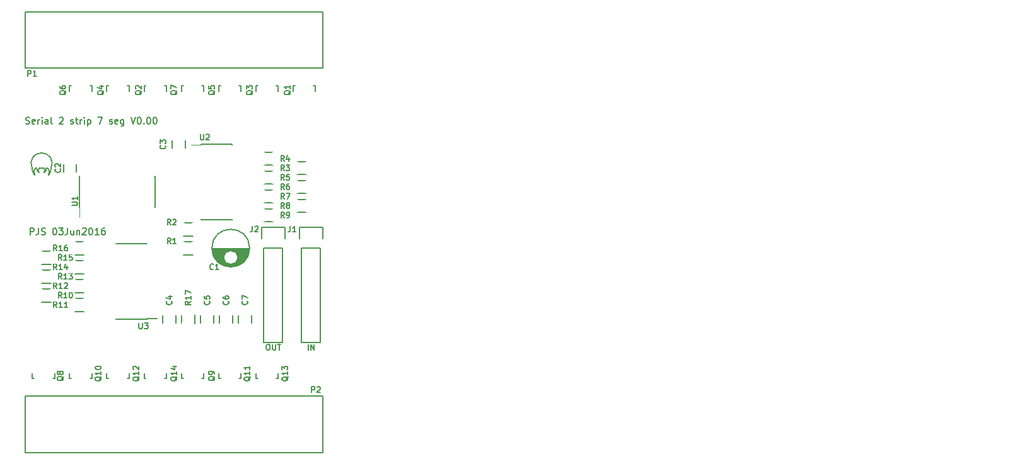
<source format=gto>
G04 #@! TF.FileFunction,Legend,Top*
%FSLAX46Y46*%
G04 Gerber Fmt 4.6, Leading zero omitted, Abs format (unit mm)*
G04 Created by KiCad (PCBNEW 4.0.2-stable) date 6/3/2016 9:25:23 PM*
%MOMM*%
G01*
G04 APERTURE LIST*
%ADD10C,0.100000*%
%ADD11C,0.190500*%
%ADD12C,0.150000*%
%ADD13C,0.177800*%
%ADD14C,0.152400*%
%ADD15R,1.700000X1.700000*%
%ADD16C,1.700000*%
%ADD17R,1.650000X1.400000*%
%ADD18R,2.432000X2.127200*%
%ADD19O,2.432000X2.127200*%
%ADD20R,2.900000X2.900000*%
%ADD21C,2.900000*%
%ADD22R,1.200100X1.200100*%
%ADD23R,1.100000X1.700000*%
%ADD24R,1.000000X1.900000*%
%ADD25R,1.900000X1.000000*%
%ADD26R,1.700000X1.100000*%
%ADD27C,2.600000*%
%ADD28C,1.035000*%
G04 APERTURE END LIST*
D10*
D11*
X100097167Y-103864833D02*
X100224167Y-103907167D01*
X100435834Y-103907167D01*
X100520501Y-103864833D01*
X100562834Y-103822500D01*
X100605167Y-103737833D01*
X100605167Y-103653167D01*
X100562834Y-103568500D01*
X100520501Y-103526167D01*
X100435834Y-103483833D01*
X100266501Y-103441500D01*
X100181834Y-103399167D01*
X100139501Y-103356833D01*
X100097167Y-103272167D01*
X100097167Y-103187500D01*
X100139501Y-103102833D01*
X100181834Y-103060500D01*
X100266501Y-103018167D01*
X100478167Y-103018167D01*
X100605167Y-103060500D01*
X101324834Y-103864833D02*
X101240168Y-103907167D01*
X101070834Y-103907167D01*
X100986168Y-103864833D01*
X100943834Y-103780167D01*
X100943834Y-103441500D01*
X100986168Y-103356833D01*
X101070834Y-103314500D01*
X101240168Y-103314500D01*
X101324834Y-103356833D01*
X101367168Y-103441500D01*
X101367168Y-103526167D01*
X100943834Y-103610833D01*
X101748168Y-103907167D02*
X101748168Y-103314500D01*
X101748168Y-103483833D02*
X101790501Y-103399167D01*
X101832834Y-103356833D01*
X101917501Y-103314500D01*
X102002168Y-103314500D01*
X102298501Y-103907167D02*
X102298501Y-103314500D01*
X102298501Y-103018167D02*
X102256167Y-103060500D01*
X102298501Y-103102833D01*
X102340834Y-103060500D01*
X102298501Y-103018167D01*
X102298501Y-103102833D01*
X103102834Y-103907167D02*
X103102834Y-103441500D01*
X103060500Y-103356833D01*
X102975834Y-103314500D01*
X102806500Y-103314500D01*
X102721834Y-103356833D01*
X103102834Y-103864833D02*
X103018167Y-103907167D01*
X102806500Y-103907167D01*
X102721834Y-103864833D01*
X102679500Y-103780167D01*
X102679500Y-103695500D01*
X102721834Y-103610833D01*
X102806500Y-103568500D01*
X103018167Y-103568500D01*
X103102834Y-103526167D01*
X103653167Y-103907167D02*
X103568500Y-103864833D01*
X103526167Y-103780167D01*
X103526167Y-103018167D01*
X104626833Y-103102833D02*
X104669167Y-103060500D01*
X104753833Y-103018167D01*
X104965500Y-103018167D01*
X105050167Y-103060500D01*
X105092500Y-103102833D01*
X105134833Y-103187500D01*
X105134833Y-103272167D01*
X105092500Y-103399167D01*
X104584500Y-103907167D01*
X105134833Y-103907167D01*
X106150833Y-103864833D02*
X106235500Y-103907167D01*
X106404833Y-103907167D01*
X106489500Y-103864833D01*
X106531833Y-103780167D01*
X106531833Y-103737833D01*
X106489500Y-103653167D01*
X106404833Y-103610833D01*
X106277833Y-103610833D01*
X106193167Y-103568500D01*
X106150833Y-103483833D01*
X106150833Y-103441500D01*
X106193167Y-103356833D01*
X106277833Y-103314500D01*
X106404833Y-103314500D01*
X106489500Y-103356833D01*
X106785834Y-103314500D02*
X107124500Y-103314500D01*
X106912834Y-103018167D02*
X106912834Y-103780167D01*
X106955167Y-103864833D01*
X107039834Y-103907167D01*
X107124500Y-103907167D01*
X107420834Y-103907167D02*
X107420834Y-103314500D01*
X107420834Y-103483833D02*
X107463167Y-103399167D01*
X107505500Y-103356833D01*
X107590167Y-103314500D01*
X107674834Y-103314500D01*
X107971167Y-103907167D02*
X107971167Y-103314500D01*
X107971167Y-103018167D02*
X107928833Y-103060500D01*
X107971167Y-103102833D01*
X108013500Y-103060500D01*
X107971167Y-103018167D01*
X107971167Y-103102833D01*
X108394500Y-103314500D02*
X108394500Y-104203500D01*
X108394500Y-103356833D02*
X108479166Y-103314500D01*
X108648500Y-103314500D01*
X108733166Y-103356833D01*
X108775500Y-103399167D01*
X108817833Y-103483833D01*
X108817833Y-103737833D01*
X108775500Y-103822500D01*
X108733166Y-103864833D01*
X108648500Y-103907167D01*
X108479166Y-103907167D01*
X108394500Y-103864833D01*
X109791499Y-103018167D02*
X110384166Y-103018167D01*
X110003166Y-103907167D01*
X111357832Y-103864833D02*
X111442499Y-103907167D01*
X111611832Y-103907167D01*
X111696499Y-103864833D01*
X111738832Y-103780167D01*
X111738832Y-103737833D01*
X111696499Y-103653167D01*
X111611832Y-103610833D01*
X111484832Y-103610833D01*
X111400166Y-103568500D01*
X111357832Y-103483833D01*
X111357832Y-103441500D01*
X111400166Y-103356833D01*
X111484832Y-103314500D01*
X111611832Y-103314500D01*
X111696499Y-103356833D01*
X112458499Y-103864833D02*
X112373833Y-103907167D01*
X112204499Y-103907167D01*
X112119833Y-103864833D01*
X112077499Y-103780167D01*
X112077499Y-103441500D01*
X112119833Y-103356833D01*
X112204499Y-103314500D01*
X112373833Y-103314500D01*
X112458499Y-103356833D01*
X112500833Y-103441500D01*
X112500833Y-103526167D01*
X112077499Y-103610833D01*
X113262833Y-103314500D02*
X113262833Y-104034167D01*
X113220499Y-104118833D01*
X113178166Y-104161167D01*
X113093499Y-104203500D01*
X112966499Y-104203500D01*
X112881833Y-104161167D01*
X113262833Y-103864833D02*
X113178166Y-103907167D01*
X113008833Y-103907167D01*
X112924166Y-103864833D01*
X112881833Y-103822500D01*
X112839499Y-103737833D01*
X112839499Y-103483833D01*
X112881833Y-103399167D01*
X112924166Y-103356833D01*
X113008833Y-103314500D01*
X113178166Y-103314500D01*
X113262833Y-103356833D01*
X114236499Y-103018167D02*
X114532832Y-103907167D01*
X114829165Y-103018167D01*
X115294832Y-103018167D02*
X115379499Y-103018167D01*
X115464165Y-103060500D01*
X115506499Y-103102833D01*
X115548832Y-103187500D01*
X115591165Y-103356833D01*
X115591165Y-103568500D01*
X115548832Y-103737833D01*
X115506499Y-103822500D01*
X115464165Y-103864833D01*
X115379499Y-103907167D01*
X115294832Y-103907167D01*
X115210165Y-103864833D01*
X115167832Y-103822500D01*
X115125499Y-103737833D01*
X115083165Y-103568500D01*
X115083165Y-103356833D01*
X115125499Y-103187500D01*
X115167832Y-103102833D01*
X115210165Y-103060500D01*
X115294832Y-103018167D01*
X115972166Y-103822500D02*
X116014499Y-103864833D01*
X115972166Y-103907167D01*
X115929832Y-103864833D01*
X115972166Y-103822500D01*
X115972166Y-103907167D01*
X116564832Y-103018167D02*
X116649499Y-103018167D01*
X116734165Y-103060500D01*
X116776499Y-103102833D01*
X116818832Y-103187500D01*
X116861165Y-103356833D01*
X116861165Y-103568500D01*
X116818832Y-103737833D01*
X116776499Y-103822500D01*
X116734165Y-103864833D01*
X116649499Y-103907167D01*
X116564832Y-103907167D01*
X116480165Y-103864833D01*
X116437832Y-103822500D01*
X116395499Y-103737833D01*
X116353165Y-103568500D01*
X116353165Y-103356833D01*
X116395499Y-103187500D01*
X116437832Y-103102833D01*
X116480165Y-103060500D01*
X116564832Y-103018167D01*
X117411499Y-103018167D02*
X117496166Y-103018167D01*
X117580832Y-103060500D01*
X117623166Y-103102833D01*
X117665499Y-103187500D01*
X117707832Y-103356833D01*
X117707832Y-103568500D01*
X117665499Y-103737833D01*
X117623166Y-103822500D01*
X117580832Y-103864833D01*
X117496166Y-103907167D01*
X117411499Y-103907167D01*
X117326832Y-103864833D01*
X117284499Y-103822500D01*
X117242166Y-103737833D01*
X117199832Y-103568500D01*
X117199832Y-103356833D01*
X117242166Y-103187500D01*
X117284499Y-103102833D01*
X117326832Y-103060500D01*
X117411499Y-103018167D01*
X100711000Y-118829667D02*
X100711000Y-117940667D01*
X101049666Y-117940667D01*
X101134333Y-117983000D01*
X101176666Y-118025333D01*
X101219000Y-118110000D01*
X101219000Y-118237000D01*
X101176666Y-118321667D01*
X101134333Y-118364000D01*
X101049666Y-118406333D01*
X100711000Y-118406333D01*
X101854000Y-117940667D02*
X101854000Y-118575667D01*
X101811666Y-118702667D01*
X101727000Y-118787333D01*
X101600000Y-118829667D01*
X101515333Y-118829667D01*
X102234999Y-118787333D02*
X102361999Y-118829667D01*
X102573666Y-118829667D01*
X102658333Y-118787333D01*
X102700666Y-118745000D01*
X102742999Y-118660333D01*
X102742999Y-118575667D01*
X102700666Y-118491000D01*
X102658333Y-118448667D01*
X102573666Y-118406333D01*
X102404333Y-118364000D01*
X102319666Y-118321667D01*
X102277333Y-118279333D01*
X102234999Y-118194667D01*
X102234999Y-118110000D01*
X102277333Y-118025333D01*
X102319666Y-117983000D01*
X102404333Y-117940667D01*
X102615999Y-117940667D01*
X102742999Y-117983000D01*
X103970666Y-117940667D02*
X104055333Y-117940667D01*
X104139999Y-117983000D01*
X104182333Y-118025333D01*
X104224666Y-118110000D01*
X104266999Y-118279333D01*
X104266999Y-118491000D01*
X104224666Y-118660333D01*
X104182333Y-118745000D01*
X104139999Y-118787333D01*
X104055333Y-118829667D01*
X103970666Y-118829667D01*
X103885999Y-118787333D01*
X103843666Y-118745000D01*
X103801333Y-118660333D01*
X103758999Y-118491000D01*
X103758999Y-118279333D01*
X103801333Y-118110000D01*
X103843666Y-118025333D01*
X103885999Y-117983000D01*
X103970666Y-117940667D01*
X104563333Y-117940667D02*
X105113666Y-117940667D01*
X104817333Y-118279333D01*
X104944333Y-118279333D01*
X105029000Y-118321667D01*
X105071333Y-118364000D01*
X105113666Y-118448667D01*
X105113666Y-118660333D01*
X105071333Y-118745000D01*
X105029000Y-118787333D01*
X104944333Y-118829667D01*
X104690333Y-118829667D01*
X104605666Y-118787333D01*
X104563333Y-118745000D01*
X105748667Y-117940667D02*
X105748667Y-118575667D01*
X105706333Y-118702667D01*
X105621667Y-118787333D01*
X105494667Y-118829667D01*
X105410000Y-118829667D01*
X106553000Y-118237000D02*
X106553000Y-118829667D01*
X106172000Y-118237000D02*
X106172000Y-118702667D01*
X106214333Y-118787333D01*
X106299000Y-118829667D01*
X106426000Y-118829667D01*
X106510666Y-118787333D01*
X106553000Y-118745000D01*
X106976333Y-118237000D02*
X106976333Y-118829667D01*
X106976333Y-118321667D02*
X107018666Y-118279333D01*
X107103333Y-118237000D01*
X107230333Y-118237000D01*
X107314999Y-118279333D01*
X107357333Y-118364000D01*
X107357333Y-118829667D01*
X107738332Y-118025333D02*
X107780666Y-117983000D01*
X107865332Y-117940667D01*
X108076999Y-117940667D01*
X108161666Y-117983000D01*
X108203999Y-118025333D01*
X108246332Y-118110000D01*
X108246332Y-118194667D01*
X108203999Y-118321667D01*
X107695999Y-118829667D01*
X108246332Y-118829667D01*
X108796666Y-117940667D02*
X108881333Y-117940667D01*
X108965999Y-117983000D01*
X109008333Y-118025333D01*
X109050666Y-118110000D01*
X109092999Y-118279333D01*
X109092999Y-118491000D01*
X109050666Y-118660333D01*
X109008333Y-118745000D01*
X108965999Y-118787333D01*
X108881333Y-118829667D01*
X108796666Y-118829667D01*
X108711999Y-118787333D01*
X108669666Y-118745000D01*
X108627333Y-118660333D01*
X108584999Y-118491000D01*
X108584999Y-118279333D01*
X108627333Y-118110000D01*
X108669666Y-118025333D01*
X108711999Y-117983000D01*
X108796666Y-117940667D01*
X109939666Y-118829667D02*
X109431666Y-118829667D01*
X109685666Y-118829667D02*
X109685666Y-117940667D01*
X109601000Y-118067667D01*
X109516333Y-118152333D01*
X109431666Y-118194667D01*
X110701667Y-117940667D02*
X110532333Y-117940667D01*
X110447667Y-117983000D01*
X110405333Y-118025333D01*
X110320667Y-118152333D01*
X110278333Y-118321667D01*
X110278333Y-118660333D01*
X110320667Y-118745000D01*
X110363000Y-118787333D01*
X110447667Y-118829667D01*
X110617000Y-118829667D01*
X110701667Y-118787333D01*
X110744000Y-118745000D01*
X110786333Y-118660333D01*
X110786333Y-118448667D01*
X110744000Y-118364000D01*
X110701667Y-118321667D01*
X110617000Y-118279333D01*
X110447667Y-118279333D01*
X110363000Y-118321667D01*
X110320667Y-118364000D01*
X110278333Y-118448667D01*
X132588000Y-133567714D02*
X132733143Y-133567714D01*
X132805715Y-133604000D01*
X132878286Y-133676571D01*
X132914572Y-133821714D01*
X132914572Y-134075714D01*
X132878286Y-134220857D01*
X132805715Y-134293429D01*
X132733143Y-134329714D01*
X132588000Y-134329714D01*
X132515429Y-134293429D01*
X132442858Y-134220857D01*
X132406572Y-134075714D01*
X132406572Y-133821714D01*
X132442858Y-133676571D01*
X132515429Y-133604000D01*
X132588000Y-133567714D01*
X133241144Y-133567714D02*
X133241144Y-134184571D01*
X133277429Y-134257143D01*
X133313715Y-134293429D01*
X133386286Y-134329714D01*
X133531429Y-134329714D01*
X133604001Y-134293429D01*
X133640286Y-134257143D01*
X133676572Y-134184571D01*
X133676572Y-133567714D01*
X133930572Y-133567714D02*
X134366001Y-133567714D01*
X134148287Y-134329714D02*
X134148287Y-133567714D01*
X138030858Y-134329714D02*
X138030858Y-133567714D01*
X138393715Y-134329714D02*
X138393715Y-133567714D01*
X138829143Y-134329714D01*
X138829143Y-133567714D01*
X143491857Y-89883343D02*
X143455571Y-89919629D01*
X143346714Y-89955914D01*
X143274143Y-89955914D01*
X143165286Y-89919629D01*
X143092714Y-89847057D01*
X143056429Y-89774486D01*
X143020143Y-89629343D01*
X143020143Y-89520486D01*
X143056429Y-89375343D01*
X143092714Y-89302771D01*
X143165286Y-89230200D01*
X143274143Y-89193914D01*
X143346714Y-89193914D01*
X143455571Y-89230200D01*
X143491857Y-89266486D01*
X143927286Y-89955914D02*
X143854714Y-89919629D01*
X143818429Y-89883343D01*
X143782143Y-89810771D01*
X143782143Y-89593057D01*
X143818429Y-89520486D01*
X143854714Y-89484200D01*
X143927286Y-89447914D01*
X144036143Y-89447914D01*
X144108714Y-89484200D01*
X144145000Y-89520486D01*
X144181286Y-89593057D01*
X144181286Y-89810771D01*
X144145000Y-89883343D01*
X144108714Y-89919629D01*
X144036143Y-89955914D01*
X143927286Y-89955914D01*
X144507858Y-89447914D02*
X144507858Y-90209914D01*
X144507858Y-89484200D02*
X144580429Y-89447914D01*
X144725572Y-89447914D01*
X144798143Y-89484200D01*
X144834429Y-89520486D01*
X144870715Y-89593057D01*
X144870715Y-89810771D01*
X144834429Y-89883343D01*
X144798143Y-89919629D01*
X144725572Y-89955914D01*
X144580429Y-89955914D01*
X144507858Y-89919629D01*
X145124715Y-89447914D02*
X145306144Y-89955914D01*
X145487572Y-89447914D02*
X145306144Y-89955914D01*
X145233572Y-90137343D01*
X145197287Y-90173629D01*
X145124715Y-90209914D01*
X145777858Y-89955914D02*
X145777858Y-89447914D01*
X145777858Y-89593057D02*
X145814143Y-89520486D01*
X145850429Y-89484200D01*
X145923000Y-89447914D01*
X145995572Y-89447914D01*
X146249572Y-89955914D02*
X146249572Y-89447914D01*
X146249572Y-89193914D02*
X146213286Y-89230200D01*
X146249572Y-89266486D01*
X146285857Y-89230200D01*
X146249572Y-89193914D01*
X146249572Y-89266486D01*
X146939000Y-89447914D02*
X146939000Y-90064771D01*
X146902714Y-90137343D01*
X146866429Y-90173629D01*
X146793857Y-90209914D01*
X146685000Y-90209914D01*
X146612429Y-90173629D01*
X146939000Y-89919629D02*
X146866429Y-89955914D01*
X146721286Y-89955914D01*
X146648714Y-89919629D01*
X146612429Y-89883343D01*
X146576143Y-89810771D01*
X146576143Y-89593057D01*
X146612429Y-89520486D01*
X146648714Y-89484200D01*
X146721286Y-89447914D01*
X146866429Y-89447914D01*
X146939000Y-89484200D01*
X147301858Y-89955914D02*
X147301858Y-89193914D01*
X147628429Y-89955914D02*
X147628429Y-89556771D01*
X147592143Y-89484200D01*
X147519572Y-89447914D01*
X147410715Y-89447914D01*
X147338143Y-89484200D01*
X147301858Y-89520486D01*
X147882429Y-89447914D02*
X148172715Y-89447914D01*
X147991287Y-89193914D02*
X147991287Y-89847057D01*
X148027572Y-89919629D01*
X148100144Y-89955914D01*
X148172715Y-89955914D01*
X149225001Y-90246200D02*
X149188715Y-90209914D01*
X149116144Y-90101057D01*
X149079858Y-90028486D01*
X149043572Y-89919629D01*
X149007287Y-89738200D01*
X149007287Y-89593057D01*
X149043572Y-89411629D01*
X149079858Y-89302771D01*
X149116144Y-89230200D01*
X149188715Y-89121343D01*
X149225001Y-89085057D01*
X149841858Y-89919629D02*
X149769287Y-89955914D01*
X149624144Y-89955914D01*
X149551572Y-89919629D01*
X149515287Y-89883343D01*
X149479001Y-89810771D01*
X149479001Y-89593057D01*
X149515287Y-89520486D01*
X149551572Y-89484200D01*
X149624144Y-89447914D01*
X149769287Y-89447914D01*
X149841858Y-89484200D01*
X150095858Y-90246200D02*
X150132144Y-90209914D01*
X150204715Y-90101057D01*
X150241001Y-90028486D01*
X150277287Y-89919629D01*
X150313572Y-89738200D01*
X150313572Y-89593057D01*
X150277287Y-89411629D01*
X150241001Y-89302771D01*
X150204715Y-89230200D01*
X150132144Y-89121343D01*
X150095858Y-89085057D01*
X151220715Y-89266486D02*
X151257001Y-89230200D01*
X151329572Y-89193914D01*
X151511001Y-89193914D01*
X151583572Y-89230200D01*
X151619858Y-89266486D01*
X151656143Y-89339057D01*
X151656143Y-89411629D01*
X151619858Y-89520486D01*
X151184429Y-89955914D01*
X151656143Y-89955914D01*
X152127857Y-89193914D02*
X152200429Y-89193914D01*
X152273000Y-89230200D01*
X152309286Y-89266486D01*
X152345572Y-89339057D01*
X152381857Y-89484200D01*
X152381857Y-89665629D01*
X152345572Y-89810771D01*
X152309286Y-89883343D01*
X152273000Y-89919629D01*
X152200429Y-89955914D01*
X152127857Y-89955914D01*
X152055286Y-89919629D01*
X152019000Y-89883343D01*
X151982715Y-89810771D01*
X151946429Y-89665629D01*
X151946429Y-89484200D01*
X151982715Y-89339057D01*
X152019000Y-89266486D01*
X152055286Y-89230200D01*
X152127857Y-89193914D01*
X153107571Y-89955914D02*
X152672143Y-89955914D01*
X152889857Y-89955914D02*
X152889857Y-89193914D01*
X152817286Y-89302771D01*
X152744714Y-89375343D01*
X152672143Y-89411629D01*
X153760714Y-89193914D02*
X153615571Y-89193914D01*
X153543000Y-89230200D01*
X153506714Y-89266486D01*
X153434143Y-89375343D01*
X153397857Y-89520486D01*
X153397857Y-89810771D01*
X153434143Y-89883343D01*
X153470428Y-89919629D01*
X153543000Y-89955914D01*
X153688143Y-89955914D01*
X153760714Y-89919629D01*
X153797000Y-89883343D01*
X153833285Y-89810771D01*
X153833285Y-89629343D01*
X153797000Y-89556771D01*
X153760714Y-89520486D01*
X153688143Y-89484200D01*
X153543000Y-89484200D01*
X153470428Y-89520486D01*
X153434143Y-89556771D01*
X153397857Y-89629343D01*
X154740428Y-89955914D02*
X154740428Y-89193914D01*
X155030713Y-89193914D01*
X155103285Y-89230200D01*
X155139570Y-89266486D01*
X155175856Y-89339057D01*
X155175856Y-89447914D01*
X155139570Y-89520486D01*
X155103285Y-89556771D01*
X155030713Y-89593057D01*
X154740428Y-89593057D01*
X155792713Y-89919629D02*
X155720142Y-89955914D01*
X155574999Y-89955914D01*
X155502428Y-89919629D01*
X155466142Y-89847057D01*
X155466142Y-89556771D01*
X155502428Y-89484200D01*
X155574999Y-89447914D01*
X155720142Y-89447914D01*
X155792713Y-89484200D01*
X155828999Y-89556771D01*
X155828999Y-89629343D01*
X155466142Y-89701914D01*
X156046713Y-89447914D02*
X156336999Y-89447914D01*
X156155571Y-89193914D02*
X156155571Y-89847057D01*
X156191856Y-89919629D01*
X156264428Y-89955914D01*
X156336999Y-89955914D01*
X156881285Y-89919629D02*
X156808714Y-89955914D01*
X156663571Y-89955914D01*
X156591000Y-89919629D01*
X156554714Y-89847057D01*
X156554714Y-89556771D01*
X156591000Y-89484200D01*
X156663571Y-89447914D01*
X156808714Y-89447914D01*
X156881285Y-89484200D01*
X156917571Y-89556771D01*
X156917571Y-89629343D01*
X156554714Y-89701914D01*
X157244143Y-89955914D02*
X157244143Y-89447914D01*
X157244143Y-89593057D02*
X157280428Y-89520486D01*
X157316714Y-89484200D01*
X157389285Y-89447914D01*
X157461857Y-89447914D01*
X158260142Y-89919629D02*
X158368999Y-89955914D01*
X158550428Y-89955914D01*
X158622999Y-89919629D01*
X158659285Y-89883343D01*
X158695570Y-89810771D01*
X158695570Y-89738200D01*
X158659285Y-89665629D01*
X158622999Y-89629343D01*
X158550428Y-89593057D01*
X158405285Y-89556771D01*
X158332713Y-89520486D01*
X158296428Y-89484200D01*
X158260142Y-89411629D01*
X158260142Y-89339057D01*
X158296428Y-89266486D01*
X158332713Y-89230200D01*
X158405285Y-89193914D01*
X158586713Y-89193914D01*
X158695570Y-89230200D01*
X159022142Y-89955914D02*
X159022142Y-89193914D01*
X159348713Y-89955914D02*
X159348713Y-89556771D01*
X159312427Y-89484200D01*
X159239856Y-89447914D01*
X159130999Y-89447914D01*
X159058427Y-89484200D01*
X159022142Y-89520486D01*
X160038142Y-89955914D02*
X160038142Y-89556771D01*
X160001856Y-89484200D01*
X159929285Y-89447914D01*
X159784142Y-89447914D01*
X159711571Y-89484200D01*
X160038142Y-89919629D02*
X159965571Y-89955914D01*
X159784142Y-89955914D01*
X159711571Y-89919629D01*
X159675285Y-89847057D01*
X159675285Y-89774486D01*
X159711571Y-89701914D01*
X159784142Y-89665629D01*
X159965571Y-89665629D01*
X160038142Y-89629343D01*
X160401000Y-89955914D02*
X160401000Y-89193914D01*
X160401000Y-89484200D02*
X160473571Y-89447914D01*
X160618714Y-89447914D01*
X160691285Y-89484200D01*
X160727571Y-89520486D01*
X160763857Y-89593057D01*
X160763857Y-89810771D01*
X160727571Y-89883343D01*
X160691285Y-89919629D01*
X160618714Y-89955914D01*
X160473571Y-89955914D01*
X160401000Y-89919629D01*
X161090429Y-89955914D02*
X161090429Y-89447914D01*
X161090429Y-89193914D02*
X161054143Y-89230200D01*
X161090429Y-89266486D01*
X161126714Y-89230200D01*
X161090429Y-89193914D01*
X161090429Y-89266486D01*
X161453286Y-89447914D02*
X161453286Y-89955914D01*
X161453286Y-89520486D02*
X161489571Y-89484200D01*
X161562143Y-89447914D01*
X161671000Y-89447914D01*
X161743571Y-89484200D01*
X161779857Y-89556771D01*
X161779857Y-89955914D01*
X162251572Y-89955914D02*
X162179000Y-89919629D01*
X162142715Y-89883343D01*
X162106429Y-89810771D01*
X162106429Y-89593057D01*
X162142715Y-89520486D01*
X162179000Y-89484200D01*
X162251572Y-89447914D01*
X162360429Y-89447914D01*
X162433000Y-89484200D01*
X162469286Y-89520486D01*
X162505572Y-89593057D01*
X162505572Y-89810771D01*
X162469286Y-89883343D01*
X162433000Y-89919629D01*
X162360429Y-89955914D01*
X162251572Y-89955914D01*
X143056429Y-92470514D02*
X143056429Y-91708514D01*
X143346714Y-91708514D01*
X143419286Y-91744800D01*
X143455571Y-91781086D01*
X143491857Y-91853657D01*
X143491857Y-91962514D01*
X143455571Y-92035086D01*
X143419286Y-92071371D01*
X143346714Y-92107657D01*
X143056429Y-92107657D01*
X144108714Y-92434229D02*
X144036143Y-92470514D01*
X143891000Y-92470514D01*
X143818429Y-92434229D01*
X143782143Y-92361657D01*
X143782143Y-92071371D01*
X143818429Y-91998800D01*
X143891000Y-91962514D01*
X144036143Y-91962514D01*
X144108714Y-91998800D01*
X144145000Y-92071371D01*
X144145000Y-92143943D01*
X143782143Y-92216514D01*
X144471572Y-92470514D02*
X144471572Y-91962514D01*
X144471572Y-92107657D02*
X144507857Y-92035086D01*
X144544143Y-91998800D01*
X144616714Y-91962514D01*
X144689286Y-91962514D01*
X144943286Y-92470514D02*
X144943286Y-91962514D01*
X144943286Y-92035086D02*
X144979571Y-91998800D01*
X145052143Y-91962514D01*
X145161000Y-91962514D01*
X145233571Y-91998800D01*
X145269857Y-92071371D01*
X145269857Y-92470514D01*
X145269857Y-92071371D02*
X145306143Y-91998800D01*
X145378714Y-91962514D01*
X145487571Y-91962514D01*
X145560143Y-91998800D01*
X145596428Y-92071371D01*
X145596428Y-92470514D01*
X145959286Y-92470514D02*
X145959286Y-91962514D01*
X145959286Y-91708514D02*
X145923000Y-91744800D01*
X145959286Y-91781086D01*
X145995571Y-91744800D01*
X145959286Y-91708514D01*
X145959286Y-91781086D01*
X146285857Y-92434229D02*
X146358428Y-92470514D01*
X146503571Y-92470514D01*
X146576143Y-92434229D01*
X146612428Y-92361657D01*
X146612428Y-92325371D01*
X146576143Y-92252800D01*
X146503571Y-92216514D01*
X146394714Y-92216514D01*
X146322143Y-92180229D01*
X146285857Y-92107657D01*
X146285857Y-92071371D01*
X146322143Y-91998800D01*
X146394714Y-91962514D01*
X146503571Y-91962514D01*
X146576143Y-91998800D01*
X146902714Y-92434229D02*
X146975285Y-92470514D01*
X147120428Y-92470514D01*
X147193000Y-92434229D01*
X147229285Y-92361657D01*
X147229285Y-92325371D01*
X147193000Y-92252800D01*
X147120428Y-92216514D01*
X147011571Y-92216514D01*
X146939000Y-92180229D01*
X146902714Y-92107657D01*
X146902714Y-92071371D01*
X146939000Y-91998800D01*
X147011571Y-91962514D01*
X147120428Y-91962514D01*
X147193000Y-91998800D01*
X147555857Y-92470514D02*
X147555857Y-91962514D01*
X147555857Y-91708514D02*
X147519571Y-91744800D01*
X147555857Y-91781086D01*
X147592142Y-91744800D01*
X147555857Y-91708514D01*
X147555857Y-91781086D01*
X148027571Y-92470514D02*
X147954999Y-92434229D01*
X147918714Y-92397943D01*
X147882428Y-92325371D01*
X147882428Y-92107657D01*
X147918714Y-92035086D01*
X147954999Y-91998800D01*
X148027571Y-91962514D01*
X148136428Y-91962514D01*
X148208999Y-91998800D01*
X148245285Y-92035086D01*
X148281571Y-92107657D01*
X148281571Y-92325371D01*
X148245285Y-92397943D01*
X148208999Y-92434229D01*
X148136428Y-92470514D01*
X148027571Y-92470514D01*
X148608143Y-91962514D02*
X148608143Y-92470514D01*
X148608143Y-92035086D02*
X148644428Y-91998800D01*
X148717000Y-91962514D01*
X148825857Y-91962514D01*
X148898428Y-91998800D01*
X148934714Y-92071371D01*
X148934714Y-92470514D01*
X149878143Y-92470514D02*
X149878143Y-91962514D01*
X149878143Y-91708514D02*
X149841857Y-91744800D01*
X149878143Y-91781086D01*
X149914428Y-91744800D01*
X149878143Y-91708514D01*
X149878143Y-91781086D01*
X150204714Y-92434229D02*
X150277285Y-92470514D01*
X150422428Y-92470514D01*
X150495000Y-92434229D01*
X150531285Y-92361657D01*
X150531285Y-92325371D01*
X150495000Y-92252800D01*
X150422428Y-92216514D01*
X150313571Y-92216514D01*
X150241000Y-92180229D01*
X150204714Y-92107657D01*
X150204714Y-92071371D01*
X150241000Y-91998800D01*
X150313571Y-91962514D01*
X150422428Y-91962514D01*
X150495000Y-91998800D01*
X151438428Y-92470514D02*
X151438428Y-91708514D01*
X151764999Y-92470514D02*
X151764999Y-92071371D01*
X151728713Y-91998800D01*
X151656142Y-91962514D01*
X151547285Y-91962514D01*
X151474713Y-91998800D01*
X151438428Y-92035086D01*
X152418142Y-92434229D02*
X152345571Y-92470514D01*
X152200428Y-92470514D01*
X152127857Y-92434229D01*
X152091571Y-92361657D01*
X152091571Y-92071371D01*
X152127857Y-91998800D01*
X152200428Y-91962514D01*
X152345571Y-91962514D01*
X152418142Y-91998800D01*
X152454428Y-92071371D01*
X152454428Y-92143943D01*
X152091571Y-92216514D01*
X152781000Y-92470514D02*
X152781000Y-91962514D01*
X152781000Y-92107657D02*
X152817285Y-92035086D01*
X152853571Y-91998800D01*
X152926142Y-91962514D01*
X152998714Y-91962514D01*
X153542999Y-92434229D02*
X153470428Y-92470514D01*
X153325285Y-92470514D01*
X153252714Y-92434229D01*
X153216428Y-92361657D01*
X153216428Y-92071371D01*
X153252714Y-91998800D01*
X153325285Y-91962514D01*
X153470428Y-91962514D01*
X153542999Y-91998800D01*
X153579285Y-92071371D01*
X153579285Y-92143943D01*
X153216428Y-92216514D01*
X153905857Y-92470514D02*
X153905857Y-91708514D01*
X153905857Y-91998800D02*
X153978428Y-91962514D01*
X154123571Y-91962514D01*
X154196142Y-91998800D01*
X154232428Y-92035086D01*
X154268714Y-92107657D01*
X154268714Y-92325371D01*
X154232428Y-92397943D01*
X154196142Y-92434229D01*
X154123571Y-92470514D01*
X153978428Y-92470514D01*
X153905857Y-92434229D01*
X154522714Y-91962514D02*
X154704143Y-92470514D01*
X154885571Y-91962514D02*
X154704143Y-92470514D01*
X154631571Y-92651943D01*
X154595286Y-92688229D01*
X154522714Y-92724514D01*
X156082999Y-91962514D02*
X156082999Y-92579371D01*
X156046713Y-92651943D01*
X156010428Y-92688229D01*
X155937856Y-92724514D01*
X155828999Y-92724514D01*
X155756428Y-92688229D01*
X156082999Y-92434229D02*
X156010428Y-92470514D01*
X155865285Y-92470514D01*
X155792713Y-92434229D01*
X155756428Y-92397943D01*
X155720142Y-92325371D01*
X155720142Y-92107657D01*
X155756428Y-92035086D01*
X155792713Y-91998800D01*
X155865285Y-91962514D01*
X156010428Y-91962514D01*
X156082999Y-91998800D01*
X156445857Y-92470514D02*
X156445857Y-91962514D01*
X156445857Y-92107657D02*
X156482142Y-92035086D01*
X156518428Y-91998800D01*
X156590999Y-91962514D01*
X156663571Y-91962514D01*
X157244142Y-92470514D02*
X157244142Y-92071371D01*
X157207856Y-91998800D01*
X157135285Y-91962514D01*
X156990142Y-91962514D01*
X156917571Y-91998800D01*
X157244142Y-92434229D02*
X157171571Y-92470514D01*
X156990142Y-92470514D01*
X156917571Y-92434229D01*
X156881285Y-92361657D01*
X156881285Y-92289086D01*
X156917571Y-92216514D01*
X156990142Y-92180229D01*
X157171571Y-92180229D01*
X157244142Y-92143943D01*
X157607000Y-91962514D02*
X157607000Y-92470514D01*
X157607000Y-92035086D02*
X157643285Y-91998800D01*
X157715857Y-91962514D01*
X157824714Y-91962514D01*
X157897285Y-91998800D01*
X157933571Y-92071371D01*
X157933571Y-92470514D01*
X158187571Y-91962514D02*
X158477857Y-91962514D01*
X158296429Y-91708514D02*
X158296429Y-92361657D01*
X158332714Y-92434229D01*
X158405286Y-92470514D01*
X158477857Y-92470514D01*
X159022143Y-92434229D02*
X158949572Y-92470514D01*
X158804429Y-92470514D01*
X158731858Y-92434229D01*
X158695572Y-92361657D01*
X158695572Y-92071371D01*
X158731858Y-91998800D01*
X158804429Y-91962514D01*
X158949572Y-91962514D01*
X159022143Y-91998800D01*
X159058429Y-92071371D01*
X159058429Y-92143943D01*
X158695572Y-92216514D01*
X159711572Y-92470514D02*
X159711572Y-91708514D01*
X159711572Y-92434229D02*
X159639001Y-92470514D01*
X159493858Y-92470514D01*
X159421286Y-92434229D01*
X159385001Y-92397943D01*
X159348715Y-92325371D01*
X159348715Y-92107657D01*
X159385001Y-92035086D01*
X159421286Y-91998800D01*
X159493858Y-91962514D01*
X159639001Y-91962514D01*
X159711572Y-91998800D01*
X160110715Y-92434229D02*
X160110715Y-92470514D01*
X160074430Y-92543086D01*
X160038144Y-92579371D01*
X160909000Y-91962514D02*
X161199286Y-91962514D01*
X161017858Y-92470514D02*
X161017858Y-91817371D01*
X161054143Y-91744800D01*
X161126715Y-91708514D01*
X161199286Y-91708514D01*
X161453287Y-92470514D02*
X161453287Y-91962514D01*
X161453287Y-92107657D02*
X161489572Y-92035086D01*
X161525858Y-91998800D01*
X161598429Y-91962514D01*
X161671001Y-91962514D01*
X162215286Y-92434229D02*
X162142715Y-92470514D01*
X161997572Y-92470514D01*
X161925001Y-92434229D01*
X161888715Y-92361657D01*
X161888715Y-92071371D01*
X161925001Y-91998800D01*
X161997572Y-91962514D01*
X162142715Y-91962514D01*
X162215286Y-91998800D01*
X162251572Y-92071371D01*
X162251572Y-92143943D01*
X161888715Y-92216514D01*
X162868429Y-92434229D02*
X162795858Y-92470514D01*
X162650715Y-92470514D01*
X162578144Y-92434229D01*
X162541858Y-92361657D01*
X162541858Y-92071371D01*
X162578144Y-91998800D01*
X162650715Y-91962514D01*
X162795858Y-91962514D01*
X162868429Y-91998800D01*
X162904715Y-92071371D01*
X162904715Y-92143943D01*
X162541858Y-92216514D01*
X163920715Y-92470514D02*
X163848143Y-92434229D01*
X163811858Y-92397943D01*
X163775572Y-92325371D01*
X163775572Y-92107657D01*
X163811858Y-92035086D01*
X163848143Y-91998800D01*
X163920715Y-91962514D01*
X164029572Y-91962514D01*
X164102143Y-91998800D01*
X164138429Y-92035086D01*
X164174715Y-92107657D01*
X164174715Y-92325371D01*
X164138429Y-92397943D01*
X164102143Y-92434229D01*
X164029572Y-92470514D01*
X163920715Y-92470514D01*
X164392429Y-91962514D02*
X164682715Y-91962514D01*
X164501287Y-92470514D02*
X164501287Y-91817371D01*
X164537572Y-91744800D01*
X164610144Y-91708514D01*
X164682715Y-91708514D01*
X165843858Y-92434229D02*
X165771287Y-92470514D01*
X165626144Y-92470514D01*
X165553572Y-92434229D01*
X165517287Y-92397943D01*
X165481001Y-92325371D01*
X165481001Y-92107657D01*
X165517287Y-92035086D01*
X165553572Y-91998800D01*
X165626144Y-91962514D01*
X165771287Y-91962514D01*
X165843858Y-91998800D01*
X166170430Y-92470514D02*
X166170430Y-91708514D01*
X166497001Y-92470514D02*
X166497001Y-92071371D01*
X166460715Y-91998800D01*
X166388144Y-91962514D01*
X166279287Y-91962514D01*
X166206715Y-91998800D01*
X166170430Y-92035086D01*
X167186430Y-92470514D02*
X167186430Y-92071371D01*
X167150144Y-91998800D01*
X167077573Y-91962514D01*
X166932430Y-91962514D01*
X166859859Y-91998800D01*
X167186430Y-92434229D02*
X167113859Y-92470514D01*
X166932430Y-92470514D01*
X166859859Y-92434229D01*
X166823573Y-92361657D01*
X166823573Y-92289086D01*
X166859859Y-92216514D01*
X166932430Y-92180229D01*
X167113859Y-92180229D01*
X167186430Y-92143943D01*
X167549288Y-92470514D02*
X167549288Y-91962514D01*
X167549288Y-92107657D02*
X167585573Y-92035086D01*
X167621859Y-91998800D01*
X167694430Y-91962514D01*
X167767002Y-91962514D01*
X168347573Y-91962514D02*
X168347573Y-92579371D01*
X168311287Y-92651943D01*
X168275002Y-92688229D01*
X168202430Y-92724514D01*
X168093573Y-92724514D01*
X168021002Y-92688229D01*
X168347573Y-92434229D02*
X168275002Y-92470514D01*
X168129859Y-92470514D01*
X168057287Y-92434229D01*
X168021002Y-92397943D01*
X167984716Y-92325371D01*
X167984716Y-92107657D01*
X168021002Y-92035086D01*
X168057287Y-91998800D01*
X168129859Y-91962514D01*
X168275002Y-91962514D01*
X168347573Y-91998800D01*
X169000716Y-92434229D02*
X168928145Y-92470514D01*
X168783002Y-92470514D01*
X168710431Y-92434229D01*
X168674145Y-92361657D01*
X168674145Y-92071371D01*
X168710431Y-91998800D01*
X168783002Y-91962514D01*
X168928145Y-91962514D01*
X169000716Y-91998800D01*
X169037002Y-92071371D01*
X169037002Y-92143943D01*
X168674145Y-92216514D01*
X169399859Y-92434229D02*
X169399859Y-92470514D01*
X169363574Y-92543086D01*
X169327288Y-92579371D01*
X170198144Y-91962514D02*
X170488430Y-91962514D01*
X170307002Y-91708514D02*
X170307002Y-92361657D01*
X170343287Y-92434229D01*
X170415859Y-92470514D01*
X170488430Y-92470514D01*
X170851288Y-92470514D02*
X170778716Y-92434229D01*
X170742431Y-92397943D01*
X170706145Y-92325371D01*
X170706145Y-92107657D01*
X170742431Y-92035086D01*
X170778716Y-91998800D01*
X170851288Y-91962514D01*
X170960145Y-91962514D01*
X171032716Y-91998800D01*
X171069002Y-92035086D01*
X171105288Y-92107657D01*
X171105288Y-92325371D01*
X171069002Y-92397943D01*
X171032716Y-92434229D01*
X170960145Y-92470514D01*
X170851288Y-92470514D01*
X172339002Y-92470514D02*
X172339002Y-92071371D01*
X172302716Y-91998800D01*
X172230145Y-91962514D01*
X172085002Y-91962514D01*
X172012431Y-91998800D01*
X172339002Y-92434229D02*
X172266431Y-92470514D01*
X172085002Y-92470514D01*
X172012431Y-92434229D01*
X171976145Y-92361657D01*
X171976145Y-92289086D01*
X172012431Y-92216514D01*
X172085002Y-92180229D01*
X172266431Y-92180229D01*
X172339002Y-92143943D01*
X172701860Y-91962514D02*
X172701860Y-92470514D01*
X172701860Y-92035086D02*
X172738145Y-91998800D01*
X172810717Y-91962514D01*
X172919574Y-91962514D01*
X172992145Y-91998800D01*
X173028431Y-92071371D01*
X173028431Y-92470514D01*
X173318717Y-91962514D02*
X173500146Y-92470514D01*
X173681574Y-91962514D02*
X173500146Y-92470514D01*
X173427574Y-92651943D01*
X173391289Y-92688229D01*
X173318717Y-92724514D01*
X174552431Y-91962514D02*
X174552431Y-92724514D01*
X174552431Y-91998800D02*
X174625002Y-91962514D01*
X174770145Y-91962514D01*
X174842716Y-91998800D01*
X174879002Y-92035086D01*
X174915288Y-92107657D01*
X174915288Y-92325371D01*
X174879002Y-92397943D01*
X174842716Y-92434229D01*
X174770145Y-92470514D01*
X174625002Y-92470514D01*
X174552431Y-92434229D01*
X175532145Y-92434229D02*
X175459574Y-92470514D01*
X175314431Y-92470514D01*
X175241860Y-92434229D01*
X175205574Y-92361657D01*
X175205574Y-92071371D01*
X175241860Y-91998800D01*
X175314431Y-91962514D01*
X175459574Y-91962514D01*
X175532145Y-91998800D01*
X175568431Y-92071371D01*
X175568431Y-92143943D01*
X175205574Y-92216514D01*
X175895003Y-92470514D02*
X175895003Y-91962514D01*
X175895003Y-92107657D02*
X175931288Y-92035086D01*
X175967574Y-91998800D01*
X176040145Y-91962514D01*
X176112717Y-91962514D01*
X176330431Y-92434229D02*
X176403002Y-92470514D01*
X176548145Y-92470514D01*
X176620717Y-92434229D01*
X176657002Y-92361657D01*
X176657002Y-92325371D01*
X176620717Y-92252800D01*
X176548145Y-92216514D01*
X176439288Y-92216514D01*
X176366717Y-92180229D01*
X176330431Y-92107657D01*
X176330431Y-92071371D01*
X176366717Y-91998800D01*
X176439288Y-91962514D01*
X176548145Y-91962514D01*
X176620717Y-91998800D01*
X177092431Y-92470514D02*
X177019859Y-92434229D01*
X176983574Y-92397943D01*
X176947288Y-92325371D01*
X176947288Y-92107657D01*
X176983574Y-92035086D01*
X177019859Y-91998800D01*
X177092431Y-91962514D01*
X177201288Y-91962514D01*
X177273859Y-91998800D01*
X177310145Y-92035086D01*
X177346431Y-92107657D01*
X177346431Y-92325371D01*
X177310145Y-92397943D01*
X177273859Y-92434229D01*
X177201288Y-92470514D01*
X177092431Y-92470514D01*
X177673003Y-91962514D02*
X177673003Y-92470514D01*
X177673003Y-92035086D02*
X177709288Y-91998800D01*
X177781860Y-91962514D01*
X177890717Y-91962514D01*
X177963288Y-91998800D01*
X177999574Y-92071371D01*
X177999574Y-92470514D01*
X179051860Y-92470514D02*
X178979288Y-92434229D01*
X178943003Y-92397943D01*
X178906717Y-92325371D01*
X178906717Y-92107657D01*
X178943003Y-92035086D01*
X178979288Y-91998800D01*
X179051860Y-91962514D01*
X179160717Y-91962514D01*
X179233288Y-91998800D01*
X179269574Y-92035086D01*
X179305860Y-92107657D01*
X179305860Y-92325371D01*
X179269574Y-92397943D01*
X179233288Y-92434229D01*
X179160717Y-92470514D01*
X179051860Y-92470514D01*
X179632432Y-92470514D02*
X179632432Y-91708514D01*
X179632432Y-91998800D02*
X179705003Y-91962514D01*
X179850146Y-91962514D01*
X179922717Y-91998800D01*
X179959003Y-92035086D01*
X179995289Y-92107657D01*
X179995289Y-92325371D01*
X179959003Y-92397943D01*
X179922717Y-92434229D01*
X179850146Y-92470514D01*
X179705003Y-92470514D01*
X179632432Y-92434229D01*
X180213003Y-91962514D02*
X180503289Y-91962514D01*
X180321861Y-91708514D02*
X180321861Y-92361657D01*
X180358146Y-92434229D01*
X180430718Y-92470514D01*
X180503289Y-92470514D01*
X181083861Y-92470514D02*
X181083861Y-92071371D01*
X181047575Y-91998800D01*
X180975004Y-91962514D01*
X180829861Y-91962514D01*
X180757290Y-91998800D01*
X181083861Y-92434229D02*
X181011290Y-92470514D01*
X180829861Y-92470514D01*
X180757290Y-92434229D01*
X180721004Y-92361657D01*
X180721004Y-92289086D01*
X180757290Y-92216514D01*
X180829861Y-92180229D01*
X181011290Y-92180229D01*
X181083861Y-92143943D01*
X181446719Y-92470514D02*
X181446719Y-91962514D01*
X181446719Y-91708514D02*
X181410433Y-91744800D01*
X181446719Y-91781086D01*
X181483004Y-91744800D01*
X181446719Y-91708514D01*
X181446719Y-91781086D01*
X181809576Y-91962514D02*
X181809576Y-92470514D01*
X181809576Y-92035086D02*
X181845861Y-91998800D01*
X181918433Y-91962514D01*
X182027290Y-91962514D01*
X182099861Y-91998800D01*
X182136147Y-92071371D01*
X182136147Y-92470514D01*
X182499005Y-92470514D02*
X182499005Y-91962514D01*
X182499005Y-91708514D02*
X182462719Y-91744800D01*
X182499005Y-91781086D01*
X182535290Y-91744800D01*
X182499005Y-91708514D01*
X182499005Y-91781086D01*
X182861862Y-91962514D02*
X182861862Y-92470514D01*
X182861862Y-92035086D02*
X182898147Y-91998800D01*
X182970719Y-91962514D01*
X183079576Y-91962514D01*
X183152147Y-91998800D01*
X183188433Y-92071371D01*
X183188433Y-92470514D01*
X183877862Y-91962514D02*
X183877862Y-92579371D01*
X183841576Y-92651943D01*
X183805291Y-92688229D01*
X183732719Y-92724514D01*
X183623862Y-92724514D01*
X183551291Y-92688229D01*
X183877862Y-92434229D02*
X183805291Y-92470514D01*
X183660148Y-92470514D01*
X183587576Y-92434229D01*
X183551291Y-92397943D01*
X183515005Y-92325371D01*
X183515005Y-92107657D01*
X183551291Y-92035086D01*
X183587576Y-91998800D01*
X183660148Y-91962514D01*
X183805291Y-91962514D01*
X183877862Y-91998800D01*
X185147862Y-92470514D02*
X185147862Y-92071371D01*
X185111576Y-91998800D01*
X185039005Y-91962514D01*
X184893862Y-91962514D01*
X184821291Y-91998800D01*
X185147862Y-92434229D02*
X185075291Y-92470514D01*
X184893862Y-92470514D01*
X184821291Y-92434229D01*
X184785005Y-92361657D01*
X184785005Y-92289086D01*
X184821291Y-92216514D01*
X184893862Y-92180229D01*
X185075291Y-92180229D01*
X185147862Y-92143943D01*
X186417862Y-92434229D02*
X186345291Y-92470514D01*
X186200148Y-92470514D01*
X186127576Y-92434229D01*
X186091291Y-92397943D01*
X186055005Y-92325371D01*
X186055005Y-92107657D01*
X186091291Y-92035086D01*
X186127576Y-91998800D01*
X186200148Y-91962514D01*
X186345291Y-91962514D01*
X186417862Y-91998800D01*
X186853291Y-92470514D02*
X186780719Y-92434229D01*
X186744434Y-92397943D01*
X186708148Y-92325371D01*
X186708148Y-92107657D01*
X186744434Y-92035086D01*
X186780719Y-91998800D01*
X186853291Y-91962514D01*
X186962148Y-91962514D01*
X187034719Y-91998800D01*
X187071005Y-92035086D01*
X187107291Y-92107657D01*
X187107291Y-92325371D01*
X187071005Y-92397943D01*
X187034719Y-92434229D01*
X186962148Y-92470514D01*
X186853291Y-92470514D01*
X187433863Y-91962514D02*
X187433863Y-92724514D01*
X187433863Y-91998800D02*
X187506434Y-91962514D01*
X187651577Y-91962514D01*
X187724148Y-91998800D01*
X187760434Y-92035086D01*
X187796720Y-92107657D01*
X187796720Y-92325371D01*
X187760434Y-92397943D01*
X187724148Y-92434229D01*
X187651577Y-92470514D01*
X187506434Y-92470514D01*
X187433863Y-92434229D01*
X188050720Y-91962514D02*
X188232149Y-92470514D01*
X188413577Y-91962514D02*
X188232149Y-92470514D01*
X188159577Y-92651943D01*
X188123292Y-92688229D01*
X188050720Y-92724514D01*
X189393291Y-92470514D02*
X189320719Y-92434229D01*
X189284434Y-92397943D01*
X189248148Y-92325371D01*
X189248148Y-92107657D01*
X189284434Y-92035086D01*
X189320719Y-91998800D01*
X189393291Y-91962514D01*
X189502148Y-91962514D01*
X189574719Y-91998800D01*
X189611005Y-92035086D01*
X189647291Y-92107657D01*
X189647291Y-92325371D01*
X189611005Y-92397943D01*
X189574719Y-92434229D01*
X189502148Y-92470514D01*
X189393291Y-92470514D01*
X189865005Y-91962514D02*
X190155291Y-91962514D01*
X189973863Y-92470514D02*
X189973863Y-91817371D01*
X190010148Y-91744800D01*
X190082720Y-91708514D01*
X190155291Y-91708514D01*
X190881005Y-91962514D02*
X191171291Y-91962514D01*
X190989863Y-91708514D02*
X190989863Y-92361657D01*
X191026148Y-92434229D01*
X191098720Y-92470514D01*
X191171291Y-92470514D01*
X191425292Y-92470514D02*
X191425292Y-91708514D01*
X191751863Y-92470514D02*
X191751863Y-92071371D01*
X191715577Y-91998800D01*
X191643006Y-91962514D01*
X191534149Y-91962514D01*
X191461577Y-91998800D01*
X191425292Y-92035086D01*
X192114721Y-92470514D02*
X192114721Y-91962514D01*
X192114721Y-91708514D02*
X192078435Y-91744800D01*
X192114721Y-91781086D01*
X192151006Y-91744800D01*
X192114721Y-91708514D01*
X192114721Y-91781086D01*
X192441292Y-92434229D02*
X192513863Y-92470514D01*
X192659006Y-92470514D01*
X192731578Y-92434229D01*
X192767863Y-92361657D01*
X192767863Y-92325371D01*
X192731578Y-92252800D01*
X192659006Y-92216514D01*
X192550149Y-92216514D01*
X192477578Y-92180229D01*
X192441292Y-92107657D01*
X192441292Y-92071371D01*
X192477578Y-91998800D01*
X192550149Y-91962514D01*
X192659006Y-91962514D01*
X192731578Y-91998800D01*
X193675006Y-92470514D02*
X193675006Y-91708514D01*
X194001577Y-92470514D02*
X194001577Y-92071371D01*
X193965291Y-91998800D01*
X193892720Y-91962514D01*
X193783863Y-91962514D01*
X193711291Y-91998800D01*
X193675006Y-92035086D01*
X194691006Y-92470514D02*
X194691006Y-92071371D01*
X194654720Y-91998800D01*
X194582149Y-91962514D01*
X194437006Y-91962514D01*
X194364435Y-91998800D01*
X194691006Y-92434229D02*
X194618435Y-92470514D01*
X194437006Y-92470514D01*
X194364435Y-92434229D01*
X194328149Y-92361657D01*
X194328149Y-92289086D01*
X194364435Y-92216514D01*
X194437006Y-92180229D01*
X194618435Y-92180229D01*
X194691006Y-92143943D01*
X195053864Y-92470514D02*
X195053864Y-91962514D01*
X195053864Y-92107657D02*
X195090149Y-92035086D01*
X195126435Y-91998800D01*
X195199006Y-91962514D01*
X195271578Y-91962514D01*
X195852149Y-92470514D02*
X195852149Y-91708514D01*
X195852149Y-92434229D02*
X195779578Y-92470514D01*
X195634435Y-92470514D01*
X195561863Y-92434229D01*
X195525578Y-92397943D01*
X195489292Y-92325371D01*
X195489292Y-92107657D01*
X195525578Y-92035086D01*
X195561863Y-91998800D01*
X195634435Y-91962514D01*
X195779578Y-91962514D01*
X195852149Y-91998800D01*
X196142435Y-91962514D02*
X196287578Y-92470514D01*
X196432721Y-92107657D01*
X196577864Y-92470514D01*
X196723007Y-91962514D01*
X197339864Y-92470514D02*
X197339864Y-92071371D01*
X197303578Y-91998800D01*
X197231007Y-91962514D01*
X197085864Y-91962514D01*
X197013293Y-91998800D01*
X197339864Y-92434229D02*
X197267293Y-92470514D01*
X197085864Y-92470514D01*
X197013293Y-92434229D01*
X196977007Y-92361657D01*
X196977007Y-92289086D01*
X197013293Y-92216514D01*
X197085864Y-92180229D01*
X197267293Y-92180229D01*
X197339864Y-92143943D01*
X197702722Y-92470514D02*
X197702722Y-91962514D01*
X197702722Y-92107657D02*
X197739007Y-92035086D01*
X197775293Y-91998800D01*
X197847864Y-91962514D01*
X197920436Y-91962514D01*
X198464721Y-92434229D02*
X198392150Y-92470514D01*
X198247007Y-92470514D01*
X198174436Y-92434229D01*
X198138150Y-92361657D01*
X198138150Y-92071371D01*
X198174436Y-91998800D01*
X198247007Y-91962514D01*
X198392150Y-91962514D01*
X198464721Y-91998800D01*
X198501007Y-92071371D01*
X198501007Y-92143943D01*
X198138150Y-92216514D01*
X198863864Y-92434229D02*
X198863864Y-92470514D01*
X198827579Y-92543086D01*
X198791293Y-92579371D01*
X199734721Y-92434229D02*
X199807292Y-92470514D01*
X199952435Y-92470514D01*
X200025007Y-92434229D01*
X200061292Y-92361657D01*
X200061292Y-92325371D01*
X200025007Y-92252800D01*
X199952435Y-92216514D01*
X199843578Y-92216514D01*
X199771007Y-92180229D01*
X199734721Y-92107657D01*
X199734721Y-92071371D01*
X199771007Y-91998800D01*
X199843578Y-91962514D01*
X199952435Y-91962514D01*
X200025007Y-91998800D01*
X200496721Y-92470514D02*
X200424149Y-92434229D01*
X200387864Y-92397943D01*
X200351578Y-92325371D01*
X200351578Y-92107657D01*
X200387864Y-92035086D01*
X200424149Y-91998800D01*
X200496721Y-91962514D01*
X200605578Y-91962514D01*
X200678149Y-91998800D01*
X200714435Y-92035086D01*
X200750721Y-92107657D01*
X200750721Y-92325371D01*
X200714435Y-92397943D01*
X200678149Y-92434229D01*
X200605578Y-92470514D01*
X200496721Y-92470514D01*
X200968435Y-91962514D02*
X201258721Y-91962514D01*
X201077293Y-92470514D02*
X201077293Y-91817371D01*
X201113578Y-91744800D01*
X201186150Y-91708514D01*
X201258721Y-91708514D01*
X201403864Y-91962514D02*
X201694150Y-91962514D01*
X201512722Y-91708514D02*
X201512722Y-92361657D01*
X201549007Y-92434229D01*
X201621579Y-92470514D01*
X201694150Y-92470514D01*
X201875579Y-91962514D02*
X202020722Y-92470514D01*
X202165865Y-92107657D01*
X202311008Y-92470514D01*
X202456151Y-91962514D01*
X203073008Y-92470514D02*
X203073008Y-92071371D01*
X203036722Y-91998800D01*
X202964151Y-91962514D01*
X202819008Y-91962514D01*
X202746437Y-91998800D01*
X203073008Y-92434229D02*
X203000437Y-92470514D01*
X202819008Y-92470514D01*
X202746437Y-92434229D01*
X202710151Y-92361657D01*
X202710151Y-92289086D01*
X202746437Y-92216514D01*
X202819008Y-92180229D01*
X203000437Y-92180229D01*
X203073008Y-92143943D01*
X203435866Y-92470514D02*
X203435866Y-91962514D01*
X203435866Y-92107657D02*
X203472151Y-92035086D01*
X203508437Y-91998800D01*
X203581008Y-91962514D01*
X203653580Y-91962514D01*
X204197865Y-92434229D02*
X204125294Y-92470514D01*
X203980151Y-92470514D01*
X203907580Y-92434229D01*
X203871294Y-92361657D01*
X203871294Y-92071371D01*
X203907580Y-91998800D01*
X203980151Y-91962514D01*
X204125294Y-91962514D01*
X204197865Y-91998800D01*
X204234151Y-92071371D01*
X204234151Y-92143943D01*
X203871294Y-92216514D01*
X204597008Y-92434229D02*
X204597008Y-92470514D01*
X204560723Y-92543086D01*
X204524437Y-92579371D01*
X205830722Y-92470514D02*
X205830722Y-92071371D01*
X205794436Y-91998800D01*
X205721865Y-91962514D01*
X205576722Y-91962514D01*
X205504151Y-91998800D01*
X205830722Y-92434229D02*
X205758151Y-92470514D01*
X205576722Y-92470514D01*
X205504151Y-92434229D01*
X205467865Y-92361657D01*
X205467865Y-92289086D01*
X205504151Y-92216514D01*
X205576722Y-92180229D01*
X205758151Y-92180229D01*
X205830722Y-92143943D01*
X206193580Y-91962514D02*
X206193580Y-92470514D01*
X206193580Y-92035086D02*
X206229865Y-91998800D01*
X206302437Y-91962514D01*
X206411294Y-91962514D01*
X206483865Y-91998800D01*
X206520151Y-92071371D01*
X206520151Y-92470514D01*
X207209580Y-92470514D02*
X207209580Y-91708514D01*
X207209580Y-92434229D02*
X207137009Y-92470514D01*
X206991866Y-92470514D01*
X206919294Y-92434229D01*
X206883009Y-92397943D01*
X206846723Y-92325371D01*
X206846723Y-92107657D01*
X206883009Y-92035086D01*
X206919294Y-91998800D01*
X206991866Y-91962514D01*
X207137009Y-91962514D01*
X207209580Y-91998800D01*
X208479580Y-92470514D02*
X208479580Y-92071371D01*
X208443294Y-91998800D01*
X208370723Y-91962514D01*
X208225580Y-91962514D01*
X208153009Y-91998800D01*
X208479580Y-92434229D02*
X208407009Y-92470514D01*
X208225580Y-92470514D01*
X208153009Y-92434229D01*
X208116723Y-92361657D01*
X208116723Y-92289086D01*
X208153009Y-92216514D01*
X208225580Y-92180229D01*
X208407009Y-92180229D01*
X208479580Y-92143943D01*
X208806152Y-92434229D02*
X208878723Y-92470514D01*
X209023866Y-92470514D01*
X209096438Y-92434229D01*
X209132723Y-92361657D01*
X209132723Y-92325371D01*
X209096438Y-92252800D01*
X209023866Y-92216514D01*
X208915009Y-92216514D01*
X208842438Y-92180229D01*
X208806152Y-92107657D01*
X208806152Y-92071371D01*
X208842438Y-91998800D01*
X208915009Y-91962514D01*
X209023866Y-91962514D01*
X209096438Y-91998800D01*
X209423009Y-92434229D02*
X209495580Y-92470514D01*
X209640723Y-92470514D01*
X209713295Y-92434229D01*
X209749580Y-92361657D01*
X209749580Y-92325371D01*
X209713295Y-92252800D01*
X209640723Y-92216514D01*
X209531866Y-92216514D01*
X209459295Y-92180229D01*
X209423009Y-92107657D01*
X209423009Y-92071371D01*
X209459295Y-91998800D01*
X209531866Y-91962514D01*
X209640723Y-91962514D01*
X209713295Y-91998800D01*
X210185009Y-92470514D02*
X210112437Y-92434229D01*
X210076152Y-92397943D01*
X210039866Y-92325371D01*
X210039866Y-92107657D01*
X210076152Y-92035086D01*
X210112437Y-91998800D01*
X210185009Y-91962514D01*
X210293866Y-91962514D01*
X210366437Y-91998800D01*
X210402723Y-92035086D01*
X210439009Y-92107657D01*
X210439009Y-92325371D01*
X210402723Y-92397943D01*
X210366437Y-92434229D01*
X210293866Y-92470514D01*
X210185009Y-92470514D01*
X211092152Y-92434229D02*
X211019581Y-92470514D01*
X210874438Y-92470514D01*
X210801866Y-92434229D01*
X210765581Y-92397943D01*
X210729295Y-92325371D01*
X210729295Y-92107657D01*
X210765581Y-92035086D01*
X210801866Y-91998800D01*
X210874438Y-91962514D01*
X211019581Y-91962514D01*
X211092152Y-91998800D01*
X211418724Y-92470514D02*
X211418724Y-91962514D01*
X211418724Y-91708514D02*
X211382438Y-91744800D01*
X211418724Y-91781086D01*
X211455009Y-91744800D01*
X211418724Y-91708514D01*
X211418724Y-91781086D01*
X212108152Y-92470514D02*
X212108152Y-92071371D01*
X212071866Y-91998800D01*
X211999295Y-91962514D01*
X211854152Y-91962514D01*
X211781581Y-91998800D01*
X212108152Y-92434229D02*
X212035581Y-92470514D01*
X211854152Y-92470514D01*
X211781581Y-92434229D01*
X211745295Y-92361657D01*
X211745295Y-92289086D01*
X211781581Y-92216514D01*
X211854152Y-92180229D01*
X212035581Y-92180229D01*
X212108152Y-92143943D01*
X212362152Y-91962514D02*
X212652438Y-91962514D01*
X212471010Y-91708514D02*
X212471010Y-92361657D01*
X212507295Y-92434229D01*
X212579867Y-92470514D01*
X212652438Y-92470514D01*
X213196724Y-92434229D02*
X213124153Y-92470514D01*
X212979010Y-92470514D01*
X212906439Y-92434229D01*
X212870153Y-92361657D01*
X212870153Y-92071371D01*
X212906439Y-91998800D01*
X212979010Y-91962514D01*
X213124153Y-91962514D01*
X213196724Y-91998800D01*
X213233010Y-92071371D01*
X213233010Y-92143943D01*
X212870153Y-92216514D01*
X213886153Y-92470514D02*
X213886153Y-91708514D01*
X213886153Y-92434229D02*
X213813582Y-92470514D01*
X213668439Y-92470514D01*
X213595867Y-92434229D01*
X213559582Y-92397943D01*
X213523296Y-92325371D01*
X213523296Y-92107657D01*
X213559582Y-92035086D01*
X213595867Y-91998800D01*
X213668439Y-91962514D01*
X213813582Y-91962514D01*
X213886153Y-91998800D01*
X215156153Y-92470514D02*
X215156153Y-91708514D01*
X215156153Y-92434229D02*
X215083582Y-92470514D01*
X214938439Y-92470514D01*
X214865867Y-92434229D01*
X214829582Y-92397943D01*
X214793296Y-92325371D01*
X214793296Y-92107657D01*
X214829582Y-92035086D01*
X214865867Y-91998800D01*
X214938439Y-91962514D01*
X215083582Y-91962514D01*
X215156153Y-91998800D01*
X215627868Y-92470514D02*
X215555296Y-92434229D01*
X215519011Y-92397943D01*
X215482725Y-92325371D01*
X215482725Y-92107657D01*
X215519011Y-92035086D01*
X215555296Y-91998800D01*
X215627868Y-91962514D01*
X215736725Y-91962514D01*
X215809296Y-91998800D01*
X215845582Y-92035086D01*
X215881868Y-92107657D01*
X215881868Y-92325371D01*
X215845582Y-92397943D01*
X215809296Y-92434229D01*
X215736725Y-92470514D01*
X215627868Y-92470514D01*
X216535011Y-92434229D02*
X216462440Y-92470514D01*
X216317297Y-92470514D01*
X216244725Y-92434229D01*
X216208440Y-92397943D01*
X216172154Y-92325371D01*
X216172154Y-92107657D01*
X216208440Y-92035086D01*
X216244725Y-91998800D01*
X216317297Y-91962514D01*
X216462440Y-91962514D01*
X216535011Y-91998800D01*
X217188154Y-91962514D02*
X217188154Y-92470514D01*
X216861583Y-91962514D02*
X216861583Y-92361657D01*
X216897868Y-92434229D01*
X216970440Y-92470514D01*
X217079297Y-92470514D01*
X217151868Y-92434229D01*
X217188154Y-92397943D01*
X217551012Y-92470514D02*
X217551012Y-91962514D01*
X217551012Y-92035086D02*
X217587297Y-91998800D01*
X217659869Y-91962514D01*
X217768726Y-91962514D01*
X217841297Y-91998800D01*
X217877583Y-92071371D01*
X217877583Y-92470514D01*
X217877583Y-92071371D02*
X217913869Y-91998800D01*
X217986440Y-91962514D01*
X218095297Y-91962514D01*
X218167869Y-91998800D01*
X218204154Y-92071371D01*
X218204154Y-92470514D01*
X218857297Y-92434229D02*
X218784726Y-92470514D01*
X218639583Y-92470514D01*
X218567012Y-92434229D01*
X218530726Y-92361657D01*
X218530726Y-92071371D01*
X218567012Y-91998800D01*
X218639583Y-91962514D01*
X218784726Y-91962514D01*
X218857297Y-91998800D01*
X218893583Y-92071371D01*
X218893583Y-92143943D01*
X218530726Y-92216514D01*
X219220155Y-91962514D02*
X219220155Y-92470514D01*
X219220155Y-92035086D02*
X219256440Y-91998800D01*
X219329012Y-91962514D01*
X219437869Y-91962514D01*
X219510440Y-91998800D01*
X219546726Y-92071371D01*
X219546726Y-92470514D01*
X219800726Y-91962514D02*
X220091012Y-91962514D01*
X219909584Y-91708514D02*
X219909584Y-92361657D01*
X219945869Y-92434229D01*
X220018441Y-92470514D01*
X220091012Y-92470514D01*
X220671584Y-92470514D02*
X220671584Y-92071371D01*
X220635298Y-91998800D01*
X220562727Y-91962514D01*
X220417584Y-91962514D01*
X220345013Y-91998800D01*
X220671584Y-92434229D02*
X220599013Y-92470514D01*
X220417584Y-92470514D01*
X220345013Y-92434229D01*
X220308727Y-92361657D01*
X220308727Y-92289086D01*
X220345013Y-92216514D01*
X220417584Y-92180229D01*
X220599013Y-92180229D01*
X220671584Y-92143943D01*
X220925584Y-91962514D02*
X221215870Y-91962514D01*
X221034442Y-91708514D02*
X221034442Y-92361657D01*
X221070727Y-92434229D01*
X221143299Y-92470514D01*
X221215870Y-92470514D01*
X221469871Y-92470514D02*
X221469871Y-91962514D01*
X221469871Y-91708514D02*
X221433585Y-91744800D01*
X221469871Y-91781086D01*
X221506156Y-91744800D01*
X221469871Y-91708514D01*
X221469871Y-91781086D01*
X221941585Y-92470514D02*
X221869013Y-92434229D01*
X221832728Y-92397943D01*
X221796442Y-92325371D01*
X221796442Y-92107657D01*
X221832728Y-92035086D01*
X221869013Y-91998800D01*
X221941585Y-91962514D01*
X222050442Y-91962514D01*
X222123013Y-91998800D01*
X222159299Y-92035086D01*
X222195585Y-92107657D01*
X222195585Y-92325371D01*
X222159299Y-92397943D01*
X222123013Y-92434229D01*
X222050442Y-92470514D01*
X221941585Y-92470514D01*
X222522157Y-91962514D02*
X222522157Y-92470514D01*
X222522157Y-92035086D02*
X222558442Y-91998800D01*
X222631014Y-91962514D01*
X222739871Y-91962514D01*
X222812442Y-91998800D01*
X222848728Y-92071371D01*
X222848728Y-92470514D01*
X223683299Y-91962514D02*
X223973585Y-91962514D01*
X223792157Y-92470514D02*
X223792157Y-91817371D01*
X223828442Y-91744800D01*
X223901014Y-91708514D01*
X223973585Y-91708514D01*
X224227586Y-92470514D02*
X224227586Y-91962514D01*
X224227586Y-91708514D02*
X224191300Y-91744800D01*
X224227586Y-91781086D01*
X224263871Y-91744800D01*
X224227586Y-91708514D01*
X224227586Y-91781086D01*
X224699300Y-92470514D02*
X224626728Y-92434229D01*
X224590443Y-92361657D01*
X224590443Y-91708514D01*
X225279871Y-92434229D02*
X225207300Y-92470514D01*
X225062157Y-92470514D01*
X224989586Y-92434229D01*
X224953300Y-92361657D01*
X224953300Y-92071371D01*
X224989586Y-91998800D01*
X225062157Y-91962514D01*
X225207300Y-91962514D01*
X225279871Y-91998800D01*
X225316157Y-92071371D01*
X225316157Y-92143943D01*
X224953300Y-92216514D01*
X225606443Y-92434229D02*
X225679014Y-92470514D01*
X225824157Y-92470514D01*
X225896729Y-92434229D01*
X225933014Y-92361657D01*
X225933014Y-92325371D01*
X225896729Y-92252800D01*
X225824157Y-92216514D01*
X225715300Y-92216514D01*
X225642729Y-92180229D01*
X225606443Y-92107657D01*
X225606443Y-92071371D01*
X225642729Y-91998800D01*
X225715300Y-91962514D01*
X225824157Y-91962514D01*
X225896729Y-91998800D01*
X143274143Y-94018100D02*
X143237857Y-93981814D01*
X143165286Y-93872957D01*
X143129000Y-93800386D01*
X143092714Y-93691529D01*
X143056429Y-93510100D01*
X143056429Y-93364957D01*
X143092714Y-93183529D01*
X143129000Y-93074671D01*
X143165286Y-93002100D01*
X143237857Y-92893243D01*
X143274143Y-92856957D01*
X143455571Y-93219814D02*
X143745857Y-93219814D01*
X143564429Y-92965814D02*
X143564429Y-93618957D01*
X143600714Y-93691529D01*
X143673286Y-93727814D01*
X143745857Y-93727814D01*
X143999858Y-93727814D02*
X143999858Y-92965814D01*
X144326429Y-93727814D02*
X144326429Y-93328671D01*
X144290143Y-93256100D01*
X144217572Y-93219814D01*
X144108715Y-93219814D01*
X144036143Y-93256100D01*
X143999858Y-93292386D01*
X144979572Y-93691529D02*
X144907001Y-93727814D01*
X144761858Y-93727814D01*
X144689287Y-93691529D01*
X144653001Y-93618957D01*
X144653001Y-93328671D01*
X144689287Y-93256100D01*
X144761858Y-93219814D01*
X144907001Y-93219814D01*
X144979572Y-93256100D01*
X145015858Y-93328671D01*
X145015858Y-93401243D01*
X144653001Y-93473814D01*
X145886715Y-92965814D02*
X145886715Y-93110957D01*
X146177001Y-92965814D02*
X146177001Y-93110957D01*
X146503572Y-93727814D02*
X146503572Y-92965814D01*
X146793857Y-92965814D01*
X146866429Y-93002100D01*
X146902714Y-93038386D01*
X146939000Y-93110957D01*
X146939000Y-93219814D01*
X146902714Y-93292386D01*
X146866429Y-93328671D01*
X146793857Y-93364957D01*
X146503572Y-93364957D01*
X147265572Y-93727814D02*
X147265572Y-93219814D01*
X147265572Y-93364957D02*
X147301857Y-93292386D01*
X147338143Y-93256100D01*
X147410714Y-93219814D01*
X147483286Y-93219814D01*
X147846143Y-93727814D02*
X147773571Y-93691529D01*
X147737286Y-93655243D01*
X147701000Y-93582671D01*
X147701000Y-93364957D01*
X147737286Y-93292386D01*
X147773571Y-93256100D01*
X147846143Y-93219814D01*
X147955000Y-93219814D01*
X148027571Y-93256100D01*
X148063857Y-93292386D01*
X148100143Y-93364957D01*
X148100143Y-93582671D01*
X148063857Y-93655243D01*
X148027571Y-93691529D01*
X147955000Y-93727814D01*
X147846143Y-93727814D01*
X148753286Y-93727814D02*
X148753286Y-92965814D01*
X148753286Y-93691529D02*
X148680715Y-93727814D01*
X148535572Y-93727814D01*
X148463000Y-93691529D01*
X148426715Y-93655243D01*
X148390429Y-93582671D01*
X148390429Y-93364957D01*
X148426715Y-93292386D01*
X148463000Y-93256100D01*
X148535572Y-93219814D01*
X148680715Y-93219814D01*
X148753286Y-93256100D01*
X149442715Y-93219814D02*
X149442715Y-93727814D01*
X149116144Y-93219814D02*
X149116144Y-93618957D01*
X149152429Y-93691529D01*
X149225001Y-93727814D01*
X149333858Y-93727814D01*
X149406429Y-93691529D01*
X149442715Y-93655243D01*
X150132144Y-93691529D02*
X150059573Y-93727814D01*
X149914430Y-93727814D01*
X149841858Y-93691529D01*
X149805573Y-93655243D01*
X149769287Y-93582671D01*
X149769287Y-93364957D01*
X149805573Y-93292386D01*
X149841858Y-93256100D01*
X149914430Y-93219814D01*
X150059573Y-93219814D01*
X150132144Y-93256100D01*
X150349858Y-93219814D02*
X150640144Y-93219814D01*
X150458716Y-92965814D02*
X150458716Y-93618957D01*
X150495001Y-93691529D01*
X150567573Y-93727814D01*
X150640144Y-93727814D01*
X150857859Y-92965814D02*
X150857859Y-93110957D01*
X151148145Y-92965814D02*
X151148145Y-93110957D01*
X151402144Y-94018100D02*
X151438430Y-93981814D01*
X151511001Y-93872957D01*
X151547287Y-93800386D01*
X151583573Y-93691529D01*
X151619858Y-93510100D01*
X151619858Y-93364957D01*
X151583573Y-93183529D01*
X151547287Y-93074671D01*
X151511001Y-93002100D01*
X151438430Y-92893243D01*
X151402144Y-92856957D01*
X152019001Y-93691529D02*
X152019001Y-93727814D01*
X151982716Y-93800386D01*
X151946430Y-93836671D01*
X152817286Y-93219814D02*
X153107572Y-93219814D01*
X152926144Y-92965814D02*
X152926144Y-93618957D01*
X152962429Y-93691529D01*
X153035001Y-93727814D01*
X153107572Y-93727814D01*
X153470430Y-93727814D02*
X153397858Y-93691529D01*
X153361573Y-93655243D01*
X153325287Y-93582671D01*
X153325287Y-93364957D01*
X153361573Y-93292386D01*
X153397858Y-93256100D01*
X153470430Y-93219814D01*
X153579287Y-93219814D01*
X153651858Y-93256100D01*
X153688144Y-93292386D01*
X153724430Y-93364957D01*
X153724430Y-93582671D01*
X153688144Y-93655243D01*
X153651858Y-93691529D01*
X153579287Y-93727814D01*
X153470430Y-93727814D01*
X154958144Y-93727814D02*
X154958144Y-92965814D01*
X154958144Y-93691529D02*
X154885573Y-93727814D01*
X154740430Y-93727814D01*
X154667858Y-93691529D01*
X154631573Y-93655243D01*
X154595287Y-93582671D01*
X154595287Y-93364957D01*
X154631573Y-93292386D01*
X154667858Y-93256100D01*
X154740430Y-93219814D01*
X154885573Y-93219814D01*
X154958144Y-93256100D01*
X155611287Y-93691529D02*
X155538716Y-93727814D01*
X155393573Y-93727814D01*
X155321002Y-93691529D01*
X155284716Y-93618957D01*
X155284716Y-93328671D01*
X155321002Y-93256100D01*
X155393573Y-93219814D01*
X155538716Y-93219814D01*
X155611287Y-93256100D01*
X155647573Y-93328671D01*
X155647573Y-93401243D01*
X155284716Y-93473814D01*
X156300716Y-93727814D02*
X156300716Y-93328671D01*
X156264430Y-93256100D01*
X156191859Y-93219814D01*
X156046716Y-93219814D01*
X155974145Y-93256100D01*
X156300716Y-93691529D02*
X156228145Y-93727814D01*
X156046716Y-93727814D01*
X155974145Y-93691529D01*
X155937859Y-93618957D01*
X155937859Y-93546386D01*
X155974145Y-93473814D01*
X156046716Y-93437529D01*
X156228145Y-93437529D01*
X156300716Y-93401243D01*
X156772431Y-93727814D02*
X156699859Y-93691529D01*
X156663574Y-93618957D01*
X156663574Y-92965814D01*
X157643288Y-93727814D02*
X157643288Y-93219814D01*
X157643288Y-92965814D02*
X157607002Y-93002100D01*
X157643288Y-93038386D01*
X157679573Y-93002100D01*
X157643288Y-92965814D01*
X157643288Y-93038386D01*
X158006145Y-93219814D02*
X158006145Y-93727814D01*
X158006145Y-93292386D02*
X158042430Y-93256100D01*
X158115002Y-93219814D01*
X158223859Y-93219814D01*
X158296430Y-93256100D01*
X158332716Y-93328671D01*
X158332716Y-93727814D01*
X159167287Y-93219814D02*
X159457573Y-93219814D01*
X159276145Y-92965814D02*
X159276145Y-93618957D01*
X159312430Y-93691529D01*
X159385002Y-93727814D01*
X159457573Y-93727814D01*
X159711574Y-93727814D02*
X159711574Y-92965814D01*
X160038145Y-93727814D02*
X160038145Y-93328671D01*
X160001859Y-93256100D01*
X159929288Y-93219814D01*
X159820431Y-93219814D01*
X159747859Y-93256100D01*
X159711574Y-93292386D01*
X160691288Y-93691529D02*
X160618717Y-93727814D01*
X160473574Y-93727814D01*
X160401003Y-93691529D01*
X160364717Y-93618957D01*
X160364717Y-93328671D01*
X160401003Y-93256100D01*
X160473574Y-93219814D01*
X160618717Y-93219814D01*
X160691288Y-93256100D01*
X160727574Y-93328671D01*
X160727574Y-93401243D01*
X160364717Y-93473814D01*
X161634717Y-93727814D02*
X161634717Y-92965814D01*
X161925002Y-92965814D01*
X161997574Y-93002100D01*
X162033859Y-93038386D01*
X162070145Y-93110957D01*
X162070145Y-93219814D01*
X162033859Y-93292386D01*
X161997574Y-93328671D01*
X161925002Y-93364957D01*
X161634717Y-93364957D01*
X162396717Y-93727814D02*
X162396717Y-93219814D01*
X162396717Y-93364957D02*
X162433002Y-93292386D01*
X162469288Y-93256100D01*
X162541859Y-93219814D01*
X162614431Y-93219814D01*
X162977288Y-93727814D02*
X162904716Y-93691529D01*
X162868431Y-93655243D01*
X162832145Y-93582671D01*
X162832145Y-93364957D01*
X162868431Y-93292386D01*
X162904716Y-93256100D01*
X162977288Y-93219814D01*
X163086145Y-93219814D01*
X163158716Y-93256100D01*
X163195002Y-93292386D01*
X163231288Y-93364957D01*
X163231288Y-93582671D01*
X163195002Y-93655243D01*
X163158716Y-93691529D01*
X163086145Y-93727814D01*
X162977288Y-93727814D01*
X163884431Y-93727814D02*
X163884431Y-92965814D01*
X163884431Y-93691529D02*
X163811860Y-93727814D01*
X163666717Y-93727814D01*
X163594145Y-93691529D01*
X163557860Y-93655243D01*
X163521574Y-93582671D01*
X163521574Y-93364957D01*
X163557860Y-93292386D01*
X163594145Y-93256100D01*
X163666717Y-93219814D01*
X163811860Y-93219814D01*
X163884431Y-93256100D01*
X164573860Y-93219814D02*
X164573860Y-93727814D01*
X164247289Y-93219814D02*
X164247289Y-93618957D01*
X164283574Y-93691529D01*
X164356146Y-93727814D01*
X164465003Y-93727814D01*
X164537574Y-93691529D01*
X164573860Y-93655243D01*
X165263289Y-93691529D02*
X165190718Y-93727814D01*
X165045575Y-93727814D01*
X164973003Y-93691529D01*
X164936718Y-93655243D01*
X164900432Y-93582671D01*
X164900432Y-93364957D01*
X164936718Y-93292386D01*
X164973003Y-93256100D01*
X165045575Y-93219814D01*
X165190718Y-93219814D01*
X165263289Y-93256100D01*
X165481003Y-93219814D02*
X165771289Y-93219814D01*
X165589861Y-92965814D02*
X165589861Y-93618957D01*
X165626146Y-93691529D01*
X165698718Y-93727814D01*
X165771289Y-93727814D01*
X166533289Y-93219814D02*
X166678432Y-93727814D01*
X166823575Y-93364957D01*
X166968718Y-93727814D01*
X167113861Y-93219814D01*
X167404147Y-93727814D02*
X167404147Y-93219814D01*
X167404147Y-92965814D02*
X167367861Y-93002100D01*
X167404147Y-93038386D01*
X167440432Y-93002100D01*
X167404147Y-92965814D01*
X167404147Y-93038386D01*
X167658146Y-93219814D02*
X167948432Y-93219814D01*
X167767004Y-92965814D02*
X167767004Y-93618957D01*
X167803289Y-93691529D01*
X167875861Y-93727814D01*
X167948432Y-93727814D01*
X168202433Y-93727814D02*
X168202433Y-92965814D01*
X168529004Y-93727814D02*
X168529004Y-93328671D01*
X168492718Y-93256100D01*
X168420147Y-93219814D01*
X168311290Y-93219814D01*
X168238718Y-93256100D01*
X168202433Y-93292386D01*
X169000719Y-93727814D02*
X168928147Y-93691529D01*
X168891862Y-93655243D01*
X168855576Y-93582671D01*
X168855576Y-93364957D01*
X168891862Y-93292386D01*
X168928147Y-93256100D01*
X169000719Y-93219814D01*
X169109576Y-93219814D01*
X169182147Y-93256100D01*
X169218433Y-93292386D01*
X169254719Y-93364957D01*
X169254719Y-93582671D01*
X169218433Y-93655243D01*
X169182147Y-93691529D01*
X169109576Y-93727814D01*
X169000719Y-93727814D01*
X169907862Y-93219814D02*
X169907862Y-93727814D01*
X169581291Y-93219814D02*
X169581291Y-93618957D01*
X169617576Y-93691529D01*
X169690148Y-93727814D01*
X169799005Y-93727814D01*
X169871576Y-93691529D01*
X169907862Y-93655243D01*
X170161862Y-93219814D02*
X170452148Y-93219814D01*
X170270720Y-92965814D02*
X170270720Y-93618957D01*
X170307005Y-93691529D01*
X170379577Y-93727814D01*
X170452148Y-93727814D01*
X171286720Y-93727814D02*
X171286720Y-93219814D01*
X171286720Y-93364957D02*
X171323005Y-93292386D01*
X171359291Y-93256100D01*
X171431862Y-93219814D01*
X171504434Y-93219814D01*
X172048719Y-93691529D02*
X171976148Y-93727814D01*
X171831005Y-93727814D01*
X171758434Y-93691529D01*
X171722148Y-93618957D01*
X171722148Y-93328671D01*
X171758434Y-93256100D01*
X171831005Y-93219814D01*
X171976148Y-93219814D01*
X172048719Y-93256100D01*
X172085005Y-93328671D01*
X172085005Y-93401243D01*
X171722148Y-93473814D01*
X172375291Y-93691529D02*
X172447862Y-93727814D01*
X172593005Y-93727814D01*
X172665577Y-93691529D01*
X172701862Y-93618957D01*
X172701862Y-93582671D01*
X172665577Y-93510100D01*
X172593005Y-93473814D01*
X172484148Y-93473814D01*
X172411577Y-93437529D01*
X172375291Y-93364957D01*
X172375291Y-93328671D01*
X172411577Y-93256100D01*
X172484148Y-93219814D01*
X172593005Y-93219814D01*
X172665577Y-93256100D01*
X172919576Y-93219814D02*
X173209862Y-93219814D01*
X173028434Y-92965814D02*
X173028434Y-93618957D01*
X173064719Y-93691529D01*
X173137291Y-93727814D01*
X173209862Y-93727814D01*
X173463863Y-93727814D02*
X173463863Y-93219814D01*
X173463863Y-93364957D02*
X173500148Y-93292386D01*
X173536434Y-93256100D01*
X173609005Y-93219814D01*
X173681577Y-93219814D01*
X173935577Y-93727814D02*
X173935577Y-93219814D01*
X173935577Y-92965814D02*
X173899291Y-93002100D01*
X173935577Y-93038386D01*
X173971862Y-93002100D01*
X173935577Y-92965814D01*
X173935577Y-93038386D01*
X174625005Y-93691529D02*
X174552434Y-93727814D01*
X174407291Y-93727814D01*
X174334719Y-93691529D01*
X174298434Y-93655243D01*
X174262148Y-93582671D01*
X174262148Y-93364957D01*
X174298434Y-93292386D01*
X174334719Y-93256100D01*
X174407291Y-93219814D01*
X174552434Y-93219814D01*
X174625005Y-93256100D01*
X174842719Y-93219814D02*
X175133005Y-93219814D01*
X174951577Y-92965814D02*
X174951577Y-93618957D01*
X174987862Y-93691529D01*
X175060434Y-93727814D01*
X175133005Y-93727814D01*
X175387006Y-93727814D02*
X175387006Y-93219814D01*
X175387006Y-92965814D02*
X175350720Y-93002100D01*
X175387006Y-93038386D01*
X175423291Y-93002100D01*
X175387006Y-92965814D01*
X175387006Y-93038386D01*
X175858720Y-93727814D02*
X175786148Y-93691529D01*
X175749863Y-93655243D01*
X175713577Y-93582671D01*
X175713577Y-93364957D01*
X175749863Y-93292386D01*
X175786148Y-93256100D01*
X175858720Y-93219814D01*
X175967577Y-93219814D01*
X176040148Y-93256100D01*
X176076434Y-93292386D01*
X176112720Y-93364957D01*
X176112720Y-93582671D01*
X176076434Y-93655243D01*
X176040148Y-93691529D01*
X175967577Y-93727814D01*
X175858720Y-93727814D01*
X176439292Y-93219814D02*
X176439292Y-93727814D01*
X176439292Y-93292386D02*
X176475577Y-93256100D01*
X176548149Y-93219814D01*
X176657006Y-93219814D01*
X176729577Y-93256100D01*
X176765863Y-93328671D01*
X176765863Y-93727814D01*
X177165006Y-93691529D02*
X177165006Y-93727814D01*
X177128721Y-93800386D01*
X177092435Y-93836671D01*
X178072149Y-93727814D02*
X178072149Y-93219814D01*
X178072149Y-92965814D02*
X178035863Y-93002100D01*
X178072149Y-93038386D01*
X178108434Y-93002100D01*
X178072149Y-92965814D01*
X178072149Y-93038386D01*
X178435006Y-93219814D02*
X178435006Y-93727814D01*
X178435006Y-93292386D02*
X178471291Y-93256100D01*
X178543863Y-93219814D01*
X178652720Y-93219814D01*
X178725291Y-93256100D01*
X178761577Y-93328671D01*
X178761577Y-93727814D01*
X179451006Y-93691529D02*
X179378435Y-93727814D01*
X179233292Y-93727814D01*
X179160720Y-93691529D01*
X179124435Y-93655243D01*
X179088149Y-93582671D01*
X179088149Y-93364957D01*
X179124435Y-93292386D01*
X179160720Y-93256100D01*
X179233292Y-93219814D01*
X179378435Y-93219814D01*
X179451006Y-93256100D01*
X179886435Y-93727814D02*
X179813863Y-93691529D01*
X179777578Y-93618957D01*
X179777578Y-92965814D01*
X180503292Y-93219814D02*
X180503292Y-93727814D01*
X180176721Y-93219814D02*
X180176721Y-93618957D01*
X180213006Y-93691529D01*
X180285578Y-93727814D01*
X180394435Y-93727814D01*
X180467006Y-93691529D01*
X180503292Y-93655243D01*
X181192721Y-93727814D02*
X181192721Y-92965814D01*
X181192721Y-93691529D02*
X181120150Y-93727814D01*
X180975007Y-93727814D01*
X180902435Y-93691529D01*
X180866150Y-93655243D01*
X180829864Y-93582671D01*
X180829864Y-93364957D01*
X180866150Y-93292386D01*
X180902435Y-93256100D01*
X180975007Y-93219814D01*
X181120150Y-93219814D01*
X181192721Y-93256100D01*
X181555579Y-93727814D02*
X181555579Y-93219814D01*
X181555579Y-92965814D02*
X181519293Y-93002100D01*
X181555579Y-93038386D01*
X181591864Y-93002100D01*
X181555579Y-92965814D01*
X181555579Y-93038386D01*
X181918436Y-93219814D02*
X181918436Y-93727814D01*
X181918436Y-93292386D02*
X181954721Y-93256100D01*
X182027293Y-93219814D01*
X182136150Y-93219814D01*
X182208721Y-93256100D01*
X182245007Y-93328671D01*
X182245007Y-93727814D01*
X182934436Y-93219814D02*
X182934436Y-93836671D01*
X182898150Y-93909243D01*
X182861865Y-93945529D01*
X182789293Y-93981814D01*
X182680436Y-93981814D01*
X182607865Y-93945529D01*
X182934436Y-93691529D02*
X182861865Y-93727814D01*
X182716722Y-93727814D01*
X182644150Y-93691529D01*
X182607865Y-93655243D01*
X182571579Y-93582671D01*
X182571579Y-93364957D01*
X182607865Y-93292386D01*
X182644150Y-93256100D01*
X182716722Y-93219814D01*
X182861865Y-93219814D01*
X182934436Y-93256100D01*
X183805293Y-93219814D02*
X183950436Y-93727814D01*
X184095579Y-93364957D01*
X184240722Y-93727814D01*
X184385865Y-93219814D01*
X184676151Y-93727814D02*
X184676151Y-93219814D01*
X184676151Y-92965814D02*
X184639865Y-93002100D01*
X184676151Y-93038386D01*
X184712436Y-93002100D01*
X184676151Y-92965814D01*
X184676151Y-93038386D01*
X184930150Y-93219814D02*
X185220436Y-93219814D01*
X185039008Y-92965814D02*
X185039008Y-93618957D01*
X185075293Y-93691529D01*
X185147865Y-93727814D01*
X185220436Y-93727814D01*
X185474437Y-93727814D02*
X185474437Y-92965814D01*
X185801008Y-93727814D02*
X185801008Y-93328671D01*
X185764722Y-93256100D01*
X185692151Y-93219814D01*
X185583294Y-93219814D01*
X185510722Y-93256100D01*
X185474437Y-93292386D01*
X186272723Y-93727814D02*
X186200151Y-93691529D01*
X186163866Y-93655243D01*
X186127580Y-93582671D01*
X186127580Y-93364957D01*
X186163866Y-93292386D01*
X186200151Y-93256100D01*
X186272723Y-93219814D01*
X186381580Y-93219814D01*
X186454151Y-93256100D01*
X186490437Y-93292386D01*
X186526723Y-93364957D01*
X186526723Y-93582671D01*
X186490437Y-93655243D01*
X186454151Y-93691529D01*
X186381580Y-93727814D01*
X186272723Y-93727814D01*
X187179866Y-93219814D02*
X187179866Y-93727814D01*
X186853295Y-93219814D02*
X186853295Y-93618957D01*
X186889580Y-93691529D01*
X186962152Y-93727814D01*
X187071009Y-93727814D01*
X187143580Y-93691529D01*
X187179866Y-93655243D01*
X187433866Y-93219814D02*
X187724152Y-93219814D01*
X187542724Y-92965814D02*
X187542724Y-93618957D01*
X187579009Y-93691529D01*
X187651581Y-93727814D01*
X187724152Y-93727814D01*
X188667581Y-93727814D02*
X188595009Y-93691529D01*
X188558724Y-93618957D01*
X188558724Y-92965814D01*
X188957867Y-93727814D02*
X188957867Y-93219814D01*
X188957867Y-92965814D02*
X188921581Y-93002100D01*
X188957867Y-93038386D01*
X188994152Y-93002100D01*
X188957867Y-92965814D01*
X188957867Y-93038386D01*
X189320724Y-93727814D02*
X189320724Y-93219814D01*
X189320724Y-93292386D02*
X189357009Y-93256100D01*
X189429581Y-93219814D01*
X189538438Y-93219814D01*
X189611009Y-93256100D01*
X189647295Y-93328671D01*
X189647295Y-93727814D01*
X189647295Y-93328671D02*
X189683581Y-93256100D01*
X189756152Y-93219814D01*
X189865009Y-93219814D01*
X189937581Y-93256100D01*
X189973866Y-93328671D01*
X189973866Y-93727814D01*
X190336724Y-93727814D02*
X190336724Y-93219814D01*
X190336724Y-92965814D02*
X190300438Y-93002100D01*
X190336724Y-93038386D01*
X190373009Y-93002100D01*
X190336724Y-92965814D01*
X190336724Y-93038386D01*
X190590723Y-93219814D02*
X190881009Y-93219814D01*
X190699581Y-92965814D02*
X190699581Y-93618957D01*
X190735866Y-93691529D01*
X190808438Y-93727814D01*
X190881009Y-93727814D01*
X191461581Y-93727814D02*
X191461581Y-93328671D01*
X191425295Y-93256100D01*
X191352724Y-93219814D01*
X191207581Y-93219814D01*
X191135010Y-93256100D01*
X191461581Y-93691529D02*
X191389010Y-93727814D01*
X191207581Y-93727814D01*
X191135010Y-93691529D01*
X191098724Y-93618957D01*
X191098724Y-93546386D01*
X191135010Y-93473814D01*
X191207581Y-93437529D01*
X191389010Y-93437529D01*
X191461581Y-93401243D01*
X191715581Y-93219814D02*
X192005867Y-93219814D01*
X191824439Y-92965814D02*
X191824439Y-93618957D01*
X191860724Y-93691529D01*
X191933296Y-93727814D01*
X192005867Y-93727814D01*
X192259868Y-93727814D02*
X192259868Y-93219814D01*
X192259868Y-92965814D02*
X192223582Y-93002100D01*
X192259868Y-93038386D01*
X192296153Y-93002100D01*
X192259868Y-92965814D01*
X192259868Y-93038386D01*
X192731582Y-93727814D02*
X192659010Y-93691529D01*
X192622725Y-93655243D01*
X192586439Y-93582671D01*
X192586439Y-93364957D01*
X192622725Y-93292386D01*
X192659010Y-93256100D01*
X192731582Y-93219814D01*
X192840439Y-93219814D01*
X192913010Y-93256100D01*
X192949296Y-93292386D01*
X192985582Y-93364957D01*
X192985582Y-93582671D01*
X192949296Y-93655243D01*
X192913010Y-93691529D01*
X192840439Y-93727814D01*
X192731582Y-93727814D01*
X193312154Y-93219814D02*
X193312154Y-93727814D01*
X193312154Y-93292386D02*
X193348439Y-93256100D01*
X193421011Y-93219814D01*
X193529868Y-93219814D01*
X193602439Y-93256100D01*
X193638725Y-93328671D01*
X193638725Y-93727814D01*
X194473296Y-93219814D02*
X194763582Y-93219814D01*
X194582154Y-92965814D02*
X194582154Y-93618957D01*
X194618439Y-93691529D01*
X194691011Y-93727814D01*
X194763582Y-93727814D01*
X195017583Y-93727814D02*
X195017583Y-92965814D01*
X195344154Y-93727814D02*
X195344154Y-93328671D01*
X195307868Y-93256100D01*
X195235297Y-93219814D01*
X195126440Y-93219814D01*
X195053868Y-93256100D01*
X195017583Y-93292386D01*
X195997297Y-93691529D02*
X195924726Y-93727814D01*
X195779583Y-93727814D01*
X195707012Y-93691529D01*
X195670726Y-93618957D01*
X195670726Y-93328671D01*
X195707012Y-93256100D01*
X195779583Y-93219814D01*
X195924726Y-93219814D01*
X195997297Y-93256100D01*
X196033583Y-93328671D01*
X196033583Y-93401243D01*
X195670726Y-93473814D01*
X196940726Y-93727814D02*
X196940726Y-93219814D01*
X196940726Y-93364957D02*
X196977011Y-93292386D01*
X197013297Y-93256100D01*
X197085868Y-93219814D01*
X197158440Y-93219814D01*
X197412440Y-93727814D02*
X197412440Y-93219814D01*
X197412440Y-92965814D02*
X197376154Y-93002100D01*
X197412440Y-93038386D01*
X197448725Y-93002100D01*
X197412440Y-92965814D01*
X197412440Y-93038386D01*
X198101868Y-93219814D02*
X198101868Y-93836671D01*
X198065582Y-93909243D01*
X198029297Y-93945529D01*
X197956725Y-93981814D01*
X197847868Y-93981814D01*
X197775297Y-93945529D01*
X198101868Y-93691529D02*
X198029297Y-93727814D01*
X197884154Y-93727814D01*
X197811582Y-93691529D01*
X197775297Y-93655243D01*
X197739011Y-93582671D01*
X197739011Y-93364957D01*
X197775297Y-93292386D01*
X197811582Y-93256100D01*
X197884154Y-93219814D01*
X198029297Y-93219814D01*
X198101868Y-93256100D01*
X198464726Y-93727814D02*
X198464726Y-92965814D01*
X198791297Y-93727814D02*
X198791297Y-93328671D01*
X198755011Y-93256100D01*
X198682440Y-93219814D01*
X198573583Y-93219814D01*
X198501011Y-93256100D01*
X198464726Y-93292386D01*
X199045297Y-93219814D02*
X199335583Y-93219814D01*
X199154155Y-92965814D02*
X199154155Y-93618957D01*
X199190440Y-93691529D01*
X199263012Y-93727814D01*
X199335583Y-93727814D01*
X199553298Y-93691529D02*
X199625869Y-93727814D01*
X199771012Y-93727814D01*
X199843584Y-93691529D01*
X199879869Y-93618957D01*
X199879869Y-93582671D01*
X199843584Y-93510100D01*
X199771012Y-93473814D01*
X199662155Y-93473814D01*
X199589584Y-93437529D01*
X199553298Y-93364957D01*
X199553298Y-93328671D01*
X199589584Y-93256100D01*
X199662155Y-93219814D01*
X199771012Y-93219814D01*
X199843584Y-93256100D01*
X200678154Y-93219814D02*
X200968440Y-93219814D01*
X200787012Y-92965814D02*
X200787012Y-93618957D01*
X200823297Y-93691529D01*
X200895869Y-93727814D01*
X200968440Y-93727814D01*
X201331298Y-93727814D02*
X201258726Y-93691529D01*
X201222441Y-93655243D01*
X201186155Y-93582671D01*
X201186155Y-93364957D01*
X201222441Y-93292386D01*
X201258726Y-93256100D01*
X201331298Y-93219814D01*
X201440155Y-93219814D01*
X201512726Y-93256100D01*
X201549012Y-93292386D01*
X201585298Y-93364957D01*
X201585298Y-93582671D01*
X201549012Y-93655243D01*
X201512726Y-93691529D01*
X201440155Y-93727814D01*
X201331298Y-93727814D01*
X202819012Y-93219814D02*
X202819012Y-93727814D01*
X202492441Y-93219814D02*
X202492441Y-93618957D01*
X202528726Y-93691529D01*
X202601298Y-93727814D01*
X202710155Y-93727814D01*
X202782726Y-93691529D01*
X202819012Y-93655243D01*
X203145584Y-93691529D02*
X203218155Y-93727814D01*
X203363298Y-93727814D01*
X203435870Y-93691529D01*
X203472155Y-93618957D01*
X203472155Y-93582671D01*
X203435870Y-93510100D01*
X203363298Y-93473814D01*
X203254441Y-93473814D01*
X203181870Y-93437529D01*
X203145584Y-93364957D01*
X203145584Y-93328671D01*
X203181870Y-93256100D01*
X203254441Y-93219814D01*
X203363298Y-93219814D01*
X203435870Y-93256100D01*
X204089012Y-93691529D02*
X204016441Y-93727814D01*
X203871298Y-93727814D01*
X203798727Y-93691529D01*
X203762441Y-93618957D01*
X203762441Y-93328671D01*
X203798727Y-93256100D01*
X203871298Y-93219814D01*
X204016441Y-93219814D01*
X204089012Y-93256100D01*
X204125298Y-93328671D01*
X204125298Y-93401243D01*
X203762441Y-93473814D01*
X204488155Y-93691529D02*
X204488155Y-93727814D01*
X204451870Y-93800386D01*
X204415584Y-93836671D01*
X205721869Y-93691529D02*
X205649298Y-93727814D01*
X205504155Y-93727814D01*
X205431583Y-93691529D01*
X205395298Y-93655243D01*
X205359012Y-93582671D01*
X205359012Y-93364957D01*
X205395298Y-93292386D01*
X205431583Y-93256100D01*
X205504155Y-93219814D01*
X205649298Y-93219814D01*
X205721869Y-93256100D01*
X206157298Y-93727814D02*
X206084726Y-93691529D01*
X206048441Y-93655243D01*
X206012155Y-93582671D01*
X206012155Y-93364957D01*
X206048441Y-93292386D01*
X206084726Y-93256100D01*
X206157298Y-93219814D01*
X206266155Y-93219814D01*
X206338726Y-93256100D01*
X206375012Y-93292386D01*
X206411298Y-93364957D01*
X206411298Y-93582671D01*
X206375012Y-93655243D01*
X206338726Y-93691529D01*
X206266155Y-93727814D01*
X206157298Y-93727814D01*
X206737870Y-93219814D02*
X206737870Y-93981814D01*
X206737870Y-93256100D02*
X206810441Y-93219814D01*
X206955584Y-93219814D01*
X207028155Y-93256100D01*
X207064441Y-93292386D01*
X207100727Y-93364957D01*
X207100727Y-93582671D01*
X207064441Y-93655243D01*
X207028155Y-93691529D01*
X206955584Y-93727814D01*
X206810441Y-93727814D01*
X206737870Y-93691529D01*
X207354727Y-93219814D02*
X207536156Y-93727814D01*
X207717584Y-93219814D02*
X207536156Y-93727814D01*
X207463584Y-93909243D01*
X207427299Y-93945529D01*
X207354727Y-93981814D01*
X208044155Y-93691529D02*
X208044155Y-93727814D01*
X208007870Y-93800386D01*
X207971584Y-93836671D01*
X208951298Y-93727814D02*
X208951298Y-93219814D01*
X208951298Y-93292386D02*
X208987583Y-93256100D01*
X209060155Y-93219814D01*
X209169012Y-93219814D01*
X209241583Y-93256100D01*
X209277869Y-93328671D01*
X209277869Y-93727814D01*
X209277869Y-93328671D02*
X209314155Y-93256100D01*
X209386726Y-93219814D01*
X209495583Y-93219814D01*
X209568155Y-93256100D01*
X209604440Y-93328671D01*
X209604440Y-93727814D01*
X210076155Y-93727814D02*
X210003583Y-93691529D01*
X209967298Y-93655243D01*
X209931012Y-93582671D01*
X209931012Y-93364957D01*
X209967298Y-93292386D01*
X210003583Y-93256100D01*
X210076155Y-93219814D01*
X210185012Y-93219814D01*
X210257583Y-93256100D01*
X210293869Y-93292386D01*
X210330155Y-93364957D01*
X210330155Y-93582671D01*
X210293869Y-93655243D01*
X210257583Y-93691529D01*
X210185012Y-93727814D01*
X210076155Y-93727814D01*
X210983298Y-93727814D02*
X210983298Y-92965814D01*
X210983298Y-93691529D02*
X210910727Y-93727814D01*
X210765584Y-93727814D01*
X210693012Y-93691529D01*
X210656727Y-93655243D01*
X210620441Y-93582671D01*
X210620441Y-93364957D01*
X210656727Y-93292386D01*
X210693012Y-93256100D01*
X210765584Y-93219814D01*
X210910727Y-93219814D01*
X210983298Y-93256100D01*
X211346156Y-93727814D02*
X211346156Y-93219814D01*
X211346156Y-92965814D02*
X211309870Y-93002100D01*
X211346156Y-93038386D01*
X211382441Y-93002100D01*
X211346156Y-92965814D01*
X211346156Y-93038386D01*
X211600155Y-93219814D02*
X211890441Y-93219814D01*
X211709013Y-93727814D02*
X211709013Y-93074671D01*
X211745298Y-93002100D01*
X211817870Y-92965814D01*
X211890441Y-92965814D01*
X212071870Y-93219814D02*
X212253299Y-93727814D01*
X212434727Y-93219814D02*
X212253299Y-93727814D01*
X212180727Y-93909243D01*
X212144442Y-93945529D01*
X212071870Y-93981814D01*
X212761298Y-93691529D02*
X212761298Y-93727814D01*
X212725013Y-93800386D01*
X212688727Y-93836671D01*
X213668441Y-93727814D02*
X213668441Y-93219814D01*
X213668441Y-93292386D02*
X213704726Y-93256100D01*
X213777298Y-93219814D01*
X213886155Y-93219814D01*
X213958726Y-93256100D01*
X213995012Y-93328671D01*
X213995012Y-93727814D01*
X213995012Y-93328671D02*
X214031298Y-93256100D01*
X214103869Y-93219814D01*
X214212726Y-93219814D01*
X214285298Y-93256100D01*
X214321583Y-93328671D01*
X214321583Y-93727814D01*
X214974726Y-93691529D02*
X214902155Y-93727814D01*
X214757012Y-93727814D01*
X214684441Y-93691529D01*
X214648155Y-93618957D01*
X214648155Y-93328671D01*
X214684441Y-93256100D01*
X214757012Y-93219814D01*
X214902155Y-93219814D01*
X214974726Y-93256100D01*
X215011012Y-93328671D01*
X215011012Y-93401243D01*
X214648155Y-93473814D01*
X215337584Y-93727814D02*
X215337584Y-93219814D01*
X215337584Y-93364957D02*
X215373869Y-93292386D01*
X215410155Y-93256100D01*
X215482726Y-93219814D01*
X215555298Y-93219814D01*
X216135869Y-93219814D02*
X216135869Y-93836671D01*
X216099583Y-93909243D01*
X216063298Y-93945529D01*
X215990726Y-93981814D01*
X215881869Y-93981814D01*
X215809298Y-93945529D01*
X216135869Y-93691529D02*
X216063298Y-93727814D01*
X215918155Y-93727814D01*
X215845583Y-93691529D01*
X215809298Y-93655243D01*
X215773012Y-93582671D01*
X215773012Y-93364957D01*
X215809298Y-93292386D01*
X215845583Y-93256100D01*
X215918155Y-93219814D01*
X216063298Y-93219814D01*
X216135869Y-93256100D01*
X216789012Y-93691529D02*
X216716441Y-93727814D01*
X216571298Y-93727814D01*
X216498727Y-93691529D01*
X216462441Y-93618957D01*
X216462441Y-93328671D01*
X216498727Y-93256100D01*
X216571298Y-93219814D01*
X216716441Y-93219814D01*
X216789012Y-93256100D01*
X216825298Y-93328671D01*
X216825298Y-93401243D01*
X216462441Y-93473814D01*
X217188155Y-93691529D02*
X217188155Y-93727814D01*
X217151870Y-93800386D01*
X217115584Y-93836671D01*
X218095298Y-93219814D02*
X218095298Y-93981814D01*
X218095298Y-93256100D02*
X218167869Y-93219814D01*
X218313012Y-93219814D01*
X218385583Y-93256100D01*
X218421869Y-93292386D01*
X218458155Y-93364957D01*
X218458155Y-93582671D01*
X218421869Y-93655243D01*
X218385583Y-93691529D01*
X218313012Y-93727814D01*
X218167869Y-93727814D01*
X218095298Y-93691529D01*
X219111298Y-93219814D02*
X219111298Y-93727814D01*
X218784727Y-93219814D02*
X218784727Y-93618957D01*
X218821012Y-93691529D01*
X218893584Y-93727814D01*
X219002441Y-93727814D01*
X219075012Y-93691529D01*
X219111298Y-93655243D01*
X219474156Y-93727814D02*
X219474156Y-92965814D01*
X219474156Y-93256100D02*
X219546727Y-93219814D01*
X219691870Y-93219814D01*
X219764441Y-93256100D01*
X219800727Y-93292386D01*
X219837013Y-93364957D01*
X219837013Y-93582671D01*
X219800727Y-93655243D01*
X219764441Y-93691529D01*
X219691870Y-93727814D01*
X219546727Y-93727814D01*
X219474156Y-93691529D01*
X220272442Y-93727814D02*
X220199870Y-93691529D01*
X220163585Y-93618957D01*
X220163585Y-92965814D01*
X220562728Y-93727814D02*
X220562728Y-93219814D01*
X220562728Y-92965814D02*
X220526442Y-93002100D01*
X220562728Y-93038386D01*
X220599013Y-93002100D01*
X220562728Y-92965814D01*
X220562728Y-93038386D01*
X220889299Y-93691529D02*
X220961870Y-93727814D01*
X221107013Y-93727814D01*
X221179585Y-93691529D01*
X221215870Y-93618957D01*
X221215870Y-93582671D01*
X221179585Y-93510100D01*
X221107013Y-93473814D01*
X220998156Y-93473814D01*
X220925585Y-93437529D01*
X220889299Y-93364957D01*
X220889299Y-93328671D01*
X220925585Y-93256100D01*
X220998156Y-93219814D01*
X221107013Y-93219814D01*
X221179585Y-93256100D01*
X221542442Y-93727814D02*
X221542442Y-92965814D01*
X221869013Y-93727814D02*
X221869013Y-93328671D01*
X221832727Y-93256100D01*
X221760156Y-93219814D01*
X221651299Y-93219814D01*
X221578727Y-93256100D01*
X221542442Y-93292386D01*
X222268156Y-93691529D02*
X222268156Y-93727814D01*
X222231871Y-93800386D01*
X222195585Y-93836671D01*
X143383000Y-94985114D02*
X143383000Y-94223114D01*
X143383000Y-94948829D02*
X143310429Y-94985114D01*
X143165286Y-94985114D01*
X143092714Y-94948829D01*
X143056429Y-94912543D01*
X143020143Y-94839971D01*
X143020143Y-94622257D01*
X143056429Y-94549686D01*
X143092714Y-94513400D01*
X143165286Y-94477114D01*
X143310429Y-94477114D01*
X143383000Y-94513400D01*
X143745858Y-94985114D02*
X143745858Y-94477114D01*
X143745858Y-94223114D02*
X143709572Y-94259400D01*
X143745858Y-94295686D01*
X143782143Y-94259400D01*
X143745858Y-94223114D01*
X143745858Y-94295686D01*
X144072429Y-94948829D02*
X144145000Y-94985114D01*
X144290143Y-94985114D01*
X144362715Y-94948829D01*
X144399000Y-94876257D01*
X144399000Y-94839971D01*
X144362715Y-94767400D01*
X144290143Y-94731114D01*
X144181286Y-94731114D01*
X144108715Y-94694829D01*
X144072429Y-94622257D01*
X144072429Y-94585971D01*
X144108715Y-94513400D01*
X144181286Y-94477114D01*
X144290143Y-94477114D01*
X144362715Y-94513400D01*
X144616714Y-94477114D02*
X144907000Y-94477114D01*
X144725572Y-94223114D02*
X144725572Y-94876257D01*
X144761857Y-94948829D01*
X144834429Y-94985114D01*
X144907000Y-94985114D01*
X145161001Y-94985114D02*
X145161001Y-94477114D01*
X145161001Y-94622257D02*
X145197286Y-94549686D01*
X145233572Y-94513400D01*
X145306143Y-94477114D01*
X145378715Y-94477114D01*
X145632715Y-94985114D02*
X145632715Y-94477114D01*
X145632715Y-94223114D02*
X145596429Y-94259400D01*
X145632715Y-94295686D01*
X145669000Y-94259400D01*
X145632715Y-94223114D01*
X145632715Y-94295686D01*
X145995572Y-94985114D02*
X145995572Y-94223114D01*
X145995572Y-94513400D02*
X146068143Y-94477114D01*
X146213286Y-94477114D01*
X146285857Y-94513400D01*
X146322143Y-94549686D01*
X146358429Y-94622257D01*
X146358429Y-94839971D01*
X146322143Y-94912543D01*
X146285857Y-94948829D01*
X146213286Y-94985114D01*
X146068143Y-94985114D01*
X145995572Y-94948829D01*
X147011572Y-94477114D02*
X147011572Y-94985114D01*
X146685001Y-94477114D02*
X146685001Y-94876257D01*
X146721286Y-94948829D01*
X146793858Y-94985114D01*
X146902715Y-94985114D01*
X146975286Y-94948829D01*
X147011572Y-94912543D01*
X147265572Y-94477114D02*
X147555858Y-94477114D01*
X147374430Y-94223114D02*
X147374430Y-94876257D01*
X147410715Y-94948829D01*
X147483287Y-94985114D01*
X147555858Y-94985114D01*
X148100144Y-94948829D02*
X148027573Y-94985114D01*
X147882430Y-94985114D01*
X147809859Y-94948829D01*
X147773573Y-94876257D01*
X147773573Y-94585971D01*
X147809859Y-94513400D01*
X147882430Y-94477114D01*
X148027573Y-94477114D01*
X148100144Y-94513400D01*
X148136430Y-94585971D01*
X148136430Y-94658543D01*
X147773573Y-94731114D01*
X148499287Y-94948829D02*
X148499287Y-94985114D01*
X148463002Y-95057686D01*
X148426716Y-95093971D01*
X149370144Y-94948829D02*
X149442715Y-94985114D01*
X149587858Y-94985114D01*
X149660430Y-94948829D01*
X149696715Y-94876257D01*
X149696715Y-94839971D01*
X149660430Y-94767400D01*
X149587858Y-94731114D01*
X149479001Y-94731114D01*
X149406430Y-94694829D01*
X149370144Y-94622257D01*
X149370144Y-94585971D01*
X149406430Y-94513400D01*
X149479001Y-94477114D01*
X149587858Y-94477114D01*
X149660430Y-94513400D01*
X150349858Y-94477114D02*
X150349858Y-94985114D01*
X150023287Y-94477114D02*
X150023287Y-94876257D01*
X150059572Y-94948829D01*
X150132144Y-94985114D01*
X150241001Y-94985114D01*
X150313572Y-94948829D01*
X150349858Y-94912543D01*
X150712716Y-94985114D02*
X150712716Y-94223114D01*
X150712716Y-94513400D02*
X150785287Y-94477114D01*
X150930430Y-94477114D01*
X151003001Y-94513400D01*
X151039287Y-94549686D01*
X151075573Y-94622257D01*
X151075573Y-94839971D01*
X151039287Y-94912543D01*
X151003001Y-94948829D01*
X150930430Y-94985114D01*
X150785287Y-94985114D01*
X150712716Y-94948829D01*
X151511002Y-94985114D02*
X151438430Y-94948829D01*
X151402145Y-94876257D01*
X151402145Y-94223114D01*
X151801288Y-94985114D02*
X151801288Y-94477114D01*
X151801288Y-94223114D02*
X151765002Y-94259400D01*
X151801288Y-94295686D01*
X151837573Y-94259400D01*
X151801288Y-94223114D01*
X151801288Y-94295686D01*
X152490716Y-94948829D02*
X152418145Y-94985114D01*
X152273002Y-94985114D01*
X152200430Y-94948829D01*
X152164145Y-94912543D01*
X152127859Y-94839971D01*
X152127859Y-94622257D01*
X152164145Y-94549686D01*
X152200430Y-94513400D01*
X152273002Y-94477114D01*
X152418145Y-94477114D01*
X152490716Y-94513400D01*
X153107573Y-94948829D02*
X153035002Y-94985114D01*
X152889859Y-94985114D01*
X152817288Y-94948829D01*
X152781002Y-94876257D01*
X152781002Y-94585971D01*
X152817288Y-94513400D01*
X152889859Y-94477114D01*
X153035002Y-94477114D01*
X153107573Y-94513400D01*
X153143859Y-94585971D01*
X153143859Y-94658543D01*
X152781002Y-94731114D01*
X153470431Y-94477114D02*
X153470431Y-94985114D01*
X153470431Y-94549686D02*
X153506716Y-94513400D01*
X153579288Y-94477114D01*
X153688145Y-94477114D01*
X153760716Y-94513400D01*
X153797002Y-94585971D01*
X153797002Y-94985114D01*
X154123574Y-94948829D02*
X154196145Y-94985114D01*
X154341288Y-94985114D01*
X154413860Y-94948829D01*
X154450145Y-94876257D01*
X154450145Y-94839971D01*
X154413860Y-94767400D01*
X154341288Y-94731114D01*
X154232431Y-94731114D01*
X154159860Y-94694829D01*
X154123574Y-94622257D01*
X154123574Y-94585971D01*
X154159860Y-94513400D01*
X154232431Y-94477114D01*
X154341288Y-94477114D01*
X154413860Y-94513400D01*
X155067002Y-94948829D02*
X154994431Y-94985114D01*
X154849288Y-94985114D01*
X154776717Y-94948829D01*
X154740431Y-94876257D01*
X154740431Y-94585971D01*
X154776717Y-94513400D01*
X154849288Y-94477114D01*
X154994431Y-94477114D01*
X155067002Y-94513400D01*
X155103288Y-94585971D01*
X155103288Y-94658543D01*
X154740431Y-94731114D01*
X155466145Y-94948829D02*
X155466145Y-94985114D01*
X155429860Y-95057686D01*
X155393574Y-95093971D01*
X156699859Y-94985114D02*
X156699859Y-94585971D01*
X156663573Y-94513400D01*
X156591002Y-94477114D01*
X156445859Y-94477114D01*
X156373288Y-94513400D01*
X156699859Y-94948829D02*
X156627288Y-94985114D01*
X156445859Y-94985114D01*
X156373288Y-94948829D01*
X156337002Y-94876257D01*
X156337002Y-94803686D01*
X156373288Y-94731114D01*
X156445859Y-94694829D01*
X156627288Y-94694829D01*
X156699859Y-94658543D01*
X157062717Y-94477114D02*
X157062717Y-94985114D01*
X157062717Y-94549686D02*
X157099002Y-94513400D01*
X157171574Y-94477114D01*
X157280431Y-94477114D01*
X157353002Y-94513400D01*
X157389288Y-94585971D01*
X157389288Y-94985114D01*
X158078717Y-94985114D02*
X158078717Y-94223114D01*
X158078717Y-94948829D02*
X158006146Y-94985114D01*
X157861003Y-94985114D01*
X157788431Y-94948829D01*
X157752146Y-94912543D01*
X157715860Y-94839971D01*
X157715860Y-94622257D01*
X157752146Y-94549686D01*
X157788431Y-94513400D01*
X157861003Y-94477114D01*
X158006146Y-94477114D01*
X158078717Y-94513400D01*
X158985860Y-94186829D02*
X158332717Y-95166543D01*
X159348718Y-94985114D02*
X159276146Y-94948829D01*
X159239861Y-94912543D01*
X159203575Y-94839971D01*
X159203575Y-94622257D01*
X159239861Y-94549686D01*
X159276146Y-94513400D01*
X159348718Y-94477114D01*
X159457575Y-94477114D01*
X159530146Y-94513400D01*
X159566432Y-94549686D01*
X159602718Y-94622257D01*
X159602718Y-94839971D01*
X159566432Y-94912543D01*
X159530146Y-94948829D01*
X159457575Y-94985114D01*
X159348718Y-94985114D01*
X159929290Y-94985114D02*
X159929290Y-94477114D01*
X159929290Y-94622257D02*
X159965575Y-94549686D01*
X160001861Y-94513400D01*
X160074432Y-94477114D01*
X160147004Y-94477114D01*
X160945289Y-94948829D02*
X161017860Y-94985114D01*
X161163003Y-94985114D01*
X161235575Y-94948829D01*
X161271860Y-94876257D01*
X161271860Y-94839971D01*
X161235575Y-94767400D01*
X161163003Y-94731114D01*
X161054146Y-94731114D01*
X160981575Y-94694829D01*
X160945289Y-94622257D01*
X160945289Y-94585971D01*
X160981575Y-94513400D01*
X161054146Y-94477114D01*
X161163003Y-94477114D01*
X161235575Y-94513400D01*
X161888717Y-94948829D02*
X161816146Y-94985114D01*
X161671003Y-94985114D01*
X161598432Y-94948829D01*
X161562146Y-94876257D01*
X161562146Y-94585971D01*
X161598432Y-94513400D01*
X161671003Y-94477114D01*
X161816146Y-94477114D01*
X161888717Y-94513400D01*
X161925003Y-94585971D01*
X161925003Y-94658543D01*
X161562146Y-94731114D01*
X162360432Y-94985114D02*
X162287860Y-94948829D01*
X162251575Y-94876257D01*
X162251575Y-94223114D01*
X162759575Y-94985114D02*
X162687003Y-94948829D01*
X162650718Y-94876257D01*
X162650718Y-94223114D01*
X163957003Y-94948829D02*
X163884432Y-94985114D01*
X163739289Y-94985114D01*
X163666717Y-94948829D01*
X163630432Y-94912543D01*
X163594146Y-94839971D01*
X163594146Y-94622257D01*
X163630432Y-94549686D01*
X163666717Y-94513400D01*
X163739289Y-94477114D01*
X163884432Y-94477114D01*
X163957003Y-94513400D01*
X164392432Y-94985114D02*
X164319860Y-94948829D01*
X164283575Y-94912543D01*
X164247289Y-94839971D01*
X164247289Y-94622257D01*
X164283575Y-94549686D01*
X164319860Y-94513400D01*
X164392432Y-94477114D01*
X164501289Y-94477114D01*
X164573860Y-94513400D01*
X164610146Y-94549686D01*
X164646432Y-94622257D01*
X164646432Y-94839971D01*
X164610146Y-94912543D01*
X164573860Y-94948829D01*
X164501289Y-94985114D01*
X164392432Y-94985114D01*
X164973004Y-94477114D02*
X164973004Y-95239114D01*
X164973004Y-94513400D02*
X165045575Y-94477114D01*
X165190718Y-94477114D01*
X165263289Y-94513400D01*
X165299575Y-94549686D01*
X165335861Y-94622257D01*
X165335861Y-94839971D01*
X165299575Y-94912543D01*
X165263289Y-94948829D01*
X165190718Y-94985114D01*
X165045575Y-94985114D01*
X164973004Y-94948829D01*
X165662433Y-94985114D02*
X165662433Y-94477114D01*
X165662433Y-94223114D02*
X165626147Y-94259400D01*
X165662433Y-94295686D01*
X165698718Y-94259400D01*
X165662433Y-94223114D01*
X165662433Y-94295686D01*
X166315575Y-94948829D02*
X166243004Y-94985114D01*
X166097861Y-94985114D01*
X166025290Y-94948829D01*
X165989004Y-94876257D01*
X165989004Y-94585971D01*
X166025290Y-94513400D01*
X166097861Y-94477114D01*
X166243004Y-94477114D01*
X166315575Y-94513400D01*
X166351861Y-94585971D01*
X166351861Y-94658543D01*
X165989004Y-94731114D01*
X166642147Y-94948829D02*
X166714718Y-94985114D01*
X166859861Y-94985114D01*
X166932433Y-94948829D01*
X166968718Y-94876257D01*
X166968718Y-94839971D01*
X166932433Y-94767400D01*
X166859861Y-94731114D01*
X166751004Y-94731114D01*
X166678433Y-94694829D01*
X166642147Y-94622257D01*
X166642147Y-94585971D01*
X166678433Y-94513400D01*
X166751004Y-94477114D01*
X166859861Y-94477114D01*
X166932433Y-94513400D01*
X167984718Y-94985114D02*
X167912146Y-94948829D01*
X167875861Y-94912543D01*
X167839575Y-94839971D01*
X167839575Y-94622257D01*
X167875861Y-94549686D01*
X167912146Y-94513400D01*
X167984718Y-94477114D01*
X168093575Y-94477114D01*
X168166146Y-94513400D01*
X168202432Y-94549686D01*
X168238718Y-94622257D01*
X168238718Y-94839971D01*
X168202432Y-94912543D01*
X168166146Y-94948829D01*
X168093575Y-94985114D01*
X167984718Y-94985114D01*
X168456432Y-94477114D02*
X168746718Y-94477114D01*
X168565290Y-94985114D02*
X168565290Y-94331971D01*
X168601575Y-94259400D01*
X168674147Y-94223114D01*
X168746718Y-94223114D01*
X169472432Y-94477114D02*
X169762718Y-94477114D01*
X169581290Y-94223114D02*
X169581290Y-94876257D01*
X169617575Y-94948829D01*
X169690147Y-94985114D01*
X169762718Y-94985114D01*
X170016719Y-94985114D02*
X170016719Y-94223114D01*
X170343290Y-94985114D02*
X170343290Y-94585971D01*
X170307004Y-94513400D01*
X170234433Y-94477114D01*
X170125576Y-94477114D01*
X170053004Y-94513400D01*
X170016719Y-94549686D01*
X170996433Y-94948829D02*
X170923862Y-94985114D01*
X170778719Y-94985114D01*
X170706148Y-94948829D01*
X170669862Y-94876257D01*
X170669862Y-94585971D01*
X170706148Y-94513400D01*
X170778719Y-94477114D01*
X170923862Y-94477114D01*
X170996433Y-94513400D01*
X171032719Y-94585971D01*
X171032719Y-94658543D01*
X170669862Y-94731114D01*
X171939862Y-94985114D02*
X171939862Y-94223114D01*
X172230147Y-94223114D01*
X172302719Y-94259400D01*
X172339004Y-94295686D01*
X172375290Y-94368257D01*
X172375290Y-94477114D01*
X172339004Y-94549686D01*
X172302719Y-94585971D01*
X172230147Y-94622257D01*
X171939862Y-94622257D01*
X172701862Y-94985114D02*
X172701862Y-94477114D01*
X172701862Y-94622257D02*
X172738147Y-94549686D01*
X172774433Y-94513400D01*
X172847004Y-94477114D01*
X172919576Y-94477114D01*
X173282433Y-94985114D02*
X173209861Y-94948829D01*
X173173576Y-94912543D01*
X173137290Y-94839971D01*
X173137290Y-94622257D01*
X173173576Y-94549686D01*
X173209861Y-94513400D01*
X173282433Y-94477114D01*
X173391290Y-94477114D01*
X173463861Y-94513400D01*
X173500147Y-94549686D01*
X173536433Y-94622257D01*
X173536433Y-94839971D01*
X173500147Y-94912543D01*
X173463861Y-94948829D01*
X173391290Y-94985114D01*
X173282433Y-94985114D01*
X174189576Y-94985114D02*
X174189576Y-94223114D01*
X174189576Y-94948829D02*
X174117005Y-94985114D01*
X173971862Y-94985114D01*
X173899290Y-94948829D01*
X173863005Y-94912543D01*
X173826719Y-94839971D01*
X173826719Y-94622257D01*
X173863005Y-94549686D01*
X173899290Y-94513400D01*
X173971862Y-94477114D01*
X174117005Y-94477114D01*
X174189576Y-94513400D01*
X174879005Y-94477114D02*
X174879005Y-94985114D01*
X174552434Y-94477114D02*
X174552434Y-94876257D01*
X174588719Y-94948829D01*
X174661291Y-94985114D01*
X174770148Y-94985114D01*
X174842719Y-94948829D01*
X174879005Y-94912543D01*
X175568434Y-94948829D02*
X175495863Y-94985114D01*
X175350720Y-94985114D01*
X175278148Y-94948829D01*
X175241863Y-94912543D01*
X175205577Y-94839971D01*
X175205577Y-94622257D01*
X175241863Y-94549686D01*
X175278148Y-94513400D01*
X175350720Y-94477114D01*
X175495863Y-94477114D01*
X175568434Y-94513400D01*
X175786148Y-94477114D02*
X176076434Y-94477114D01*
X175895006Y-94223114D02*
X175895006Y-94876257D01*
X175931291Y-94948829D01*
X176003863Y-94985114D01*
X176076434Y-94985114D01*
X176366720Y-94948829D02*
X176366720Y-94985114D01*
X176330435Y-95057686D01*
X176294149Y-95093971D01*
X177600434Y-94985114D02*
X177600434Y-94585971D01*
X177564148Y-94513400D01*
X177491577Y-94477114D01*
X177346434Y-94477114D01*
X177273863Y-94513400D01*
X177600434Y-94948829D02*
X177527863Y-94985114D01*
X177346434Y-94985114D01*
X177273863Y-94948829D01*
X177237577Y-94876257D01*
X177237577Y-94803686D01*
X177273863Y-94731114D01*
X177346434Y-94694829D01*
X177527863Y-94694829D01*
X177600434Y-94658543D01*
X177963292Y-94477114D02*
X177963292Y-94985114D01*
X177963292Y-94549686D02*
X177999577Y-94513400D01*
X178072149Y-94477114D01*
X178181006Y-94477114D01*
X178253577Y-94513400D01*
X178289863Y-94585971D01*
X178289863Y-94985114D01*
X178979292Y-94985114D02*
X178979292Y-94223114D01*
X178979292Y-94948829D02*
X178906721Y-94985114D01*
X178761578Y-94985114D01*
X178689006Y-94948829D01*
X178652721Y-94912543D01*
X178616435Y-94839971D01*
X178616435Y-94622257D01*
X178652721Y-94549686D01*
X178689006Y-94513400D01*
X178761578Y-94477114D01*
X178906721Y-94477114D01*
X178979292Y-94513400D01*
X179813863Y-94477114D02*
X180104149Y-94477114D01*
X179922721Y-94223114D02*
X179922721Y-94876257D01*
X179959006Y-94948829D01*
X180031578Y-94985114D01*
X180104149Y-94985114D01*
X180467007Y-94985114D02*
X180394435Y-94948829D01*
X180358150Y-94912543D01*
X180321864Y-94839971D01*
X180321864Y-94622257D01*
X180358150Y-94549686D01*
X180394435Y-94513400D01*
X180467007Y-94477114D01*
X180575864Y-94477114D01*
X180648435Y-94513400D01*
X180684721Y-94549686D01*
X180721007Y-94622257D01*
X180721007Y-94839971D01*
X180684721Y-94912543D01*
X180648435Y-94948829D01*
X180575864Y-94985114D01*
X180467007Y-94985114D01*
X181628150Y-94477114D02*
X181628150Y-95239114D01*
X181628150Y-94513400D02*
X181700721Y-94477114D01*
X181845864Y-94477114D01*
X181918435Y-94513400D01*
X181954721Y-94549686D01*
X181991007Y-94622257D01*
X181991007Y-94839971D01*
X181954721Y-94912543D01*
X181918435Y-94948829D01*
X181845864Y-94985114D01*
X181700721Y-94985114D01*
X181628150Y-94948829D01*
X182607864Y-94948829D02*
X182535293Y-94985114D01*
X182390150Y-94985114D01*
X182317579Y-94948829D01*
X182281293Y-94876257D01*
X182281293Y-94585971D01*
X182317579Y-94513400D01*
X182390150Y-94477114D01*
X182535293Y-94477114D01*
X182607864Y-94513400D01*
X182644150Y-94585971D01*
X182644150Y-94658543D01*
X182281293Y-94731114D01*
X182970722Y-94985114D02*
X182970722Y-94477114D01*
X182970722Y-94622257D02*
X183007007Y-94549686D01*
X183043293Y-94513400D01*
X183115864Y-94477114D01*
X183188436Y-94477114D01*
X183442436Y-94985114D02*
X183442436Y-94477114D01*
X183442436Y-94549686D02*
X183478721Y-94513400D01*
X183551293Y-94477114D01*
X183660150Y-94477114D01*
X183732721Y-94513400D01*
X183769007Y-94585971D01*
X183769007Y-94985114D01*
X183769007Y-94585971D02*
X183805293Y-94513400D01*
X183877864Y-94477114D01*
X183986721Y-94477114D01*
X184059293Y-94513400D01*
X184095578Y-94585971D01*
X184095578Y-94985114D01*
X184458436Y-94985114D02*
X184458436Y-94477114D01*
X184458436Y-94223114D02*
X184422150Y-94259400D01*
X184458436Y-94295686D01*
X184494721Y-94259400D01*
X184458436Y-94223114D01*
X184458436Y-94295686D01*
X184712435Y-94477114D02*
X185002721Y-94477114D01*
X184821293Y-94223114D02*
X184821293Y-94876257D01*
X184857578Y-94948829D01*
X184930150Y-94985114D01*
X185002721Y-94985114D01*
X185837293Y-94477114D02*
X185837293Y-95239114D01*
X185837293Y-94513400D02*
X185909864Y-94477114D01*
X186055007Y-94477114D01*
X186127578Y-94513400D01*
X186163864Y-94549686D01*
X186200150Y-94622257D01*
X186200150Y-94839971D01*
X186163864Y-94912543D01*
X186127578Y-94948829D01*
X186055007Y-94985114D01*
X185909864Y-94985114D01*
X185837293Y-94948829D01*
X186817007Y-94948829D02*
X186744436Y-94985114D01*
X186599293Y-94985114D01*
X186526722Y-94948829D01*
X186490436Y-94876257D01*
X186490436Y-94585971D01*
X186526722Y-94513400D01*
X186599293Y-94477114D01*
X186744436Y-94477114D01*
X186817007Y-94513400D01*
X186853293Y-94585971D01*
X186853293Y-94658543D01*
X186490436Y-94731114D01*
X187179865Y-94985114D02*
X187179865Y-94477114D01*
X187179865Y-94622257D02*
X187216150Y-94549686D01*
X187252436Y-94513400D01*
X187325007Y-94477114D01*
X187397579Y-94477114D01*
X187615293Y-94948829D02*
X187687864Y-94985114D01*
X187833007Y-94985114D01*
X187905579Y-94948829D01*
X187941864Y-94876257D01*
X187941864Y-94839971D01*
X187905579Y-94767400D01*
X187833007Y-94731114D01*
X187724150Y-94731114D01*
X187651579Y-94694829D01*
X187615293Y-94622257D01*
X187615293Y-94585971D01*
X187651579Y-94513400D01*
X187724150Y-94477114D01*
X187833007Y-94477114D01*
X187905579Y-94513400D01*
X188377293Y-94985114D02*
X188304721Y-94948829D01*
X188268436Y-94912543D01*
X188232150Y-94839971D01*
X188232150Y-94622257D01*
X188268436Y-94549686D01*
X188304721Y-94513400D01*
X188377293Y-94477114D01*
X188486150Y-94477114D01*
X188558721Y-94513400D01*
X188595007Y-94549686D01*
X188631293Y-94622257D01*
X188631293Y-94839971D01*
X188595007Y-94912543D01*
X188558721Y-94948829D01*
X188486150Y-94985114D01*
X188377293Y-94985114D01*
X188957865Y-94477114D02*
X188957865Y-94985114D01*
X188957865Y-94549686D02*
X188994150Y-94513400D01*
X189066722Y-94477114D01*
X189175579Y-94477114D01*
X189248150Y-94513400D01*
X189284436Y-94585971D01*
X189284436Y-94985114D01*
X189611008Y-94948829D02*
X189683579Y-94985114D01*
X189828722Y-94985114D01*
X189901294Y-94948829D01*
X189937579Y-94876257D01*
X189937579Y-94839971D01*
X189901294Y-94767400D01*
X189828722Y-94731114D01*
X189719865Y-94731114D01*
X189647294Y-94694829D01*
X189611008Y-94622257D01*
X189611008Y-94585971D01*
X189647294Y-94513400D01*
X189719865Y-94477114D01*
X189828722Y-94477114D01*
X189901294Y-94513400D01*
X190735864Y-94477114D02*
X191026150Y-94477114D01*
X190844722Y-94223114D02*
X190844722Y-94876257D01*
X190881007Y-94948829D01*
X190953579Y-94985114D01*
X191026150Y-94985114D01*
X191389008Y-94985114D02*
X191316436Y-94948829D01*
X191280151Y-94912543D01*
X191243865Y-94839971D01*
X191243865Y-94622257D01*
X191280151Y-94549686D01*
X191316436Y-94513400D01*
X191389008Y-94477114D01*
X191497865Y-94477114D01*
X191570436Y-94513400D01*
X191606722Y-94549686D01*
X191643008Y-94622257D01*
X191643008Y-94839971D01*
X191606722Y-94912543D01*
X191570436Y-94948829D01*
X191497865Y-94985114D01*
X191389008Y-94985114D01*
X192477579Y-94477114D02*
X192622722Y-94985114D01*
X192767865Y-94622257D01*
X192913008Y-94985114D01*
X193058151Y-94477114D01*
X193348437Y-94985114D02*
X193348437Y-94223114D01*
X193675008Y-94985114D02*
X193675008Y-94585971D01*
X193638722Y-94513400D01*
X193566151Y-94477114D01*
X193457294Y-94477114D01*
X193384722Y-94513400D01*
X193348437Y-94549686D01*
X194146723Y-94985114D02*
X194074151Y-94948829D01*
X194037866Y-94912543D01*
X194001580Y-94839971D01*
X194001580Y-94622257D01*
X194037866Y-94549686D01*
X194074151Y-94513400D01*
X194146723Y-94477114D01*
X194255580Y-94477114D01*
X194328151Y-94513400D01*
X194364437Y-94549686D01*
X194400723Y-94622257D01*
X194400723Y-94839971D01*
X194364437Y-94912543D01*
X194328151Y-94948829D01*
X194255580Y-94985114D01*
X194146723Y-94985114D01*
X194727295Y-94985114D02*
X194727295Y-94477114D01*
X194727295Y-94549686D02*
X194763580Y-94513400D01*
X194836152Y-94477114D01*
X194945009Y-94477114D01*
X195017580Y-94513400D01*
X195053866Y-94585971D01*
X195053866Y-94985114D01*
X195053866Y-94585971D02*
X195090152Y-94513400D01*
X195162723Y-94477114D01*
X195271580Y-94477114D01*
X195344152Y-94513400D01*
X195380437Y-94585971D01*
X195380437Y-94985114D01*
X196215008Y-94477114D02*
X196505294Y-94477114D01*
X196323866Y-94223114D02*
X196323866Y-94876257D01*
X196360151Y-94948829D01*
X196432723Y-94985114D01*
X196505294Y-94985114D01*
X196759295Y-94985114D02*
X196759295Y-94223114D01*
X197085866Y-94985114D02*
X197085866Y-94585971D01*
X197049580Y-94513400D01*
X196977009Y-94477114D01*
X196868152Y-94477114D01*
X196795580Y-94513400D01*
X196759295Y-94549686D01*
X197739009Y-94948829D02*
X197666438Y-94985114D01*
X197521295Y-94985114D01*
X197448724Y-94948829D01*
X197412438Y-94876257D01*
X197412438Y-94585971D01*
X197448724Y-94513400D01*
X197521295Y-94477114D01*
X197666438Y-94477114D01*
X197739009Y-94513400D01*
X197775295Y-94585971D01*
X197775295Y-94658543D01*
X197412438Y-94731114D01*
X198682438Y-94985114D02*
X198682438Y-94223114D01*
X198972723Y-94223114D01*
X199045295Y-94259400D01*
X199081580Y-94295686D01*
X199117866Y-94368257D01*
X199117866Y-94477114D01*
X199081580Y-94549686D01*
X199045295Y-94585971D01*
X198972723Y-94622257D01*
X198682438Y-94622257D01*
X199444438Y-94985114D02*
X199444438Y-94477114D01*
X199444438Y-94622257D02*
X199480723Y-94549686D01*
X199517009Y-94513400D01*
X199589580Y-94477114D01*
X199662152Y-94477114D01*
X200025009Y-94985114D02*
X199952437Y-94948829D01*
X199916152Y-94912543D01*
X199879866Y-94839971D01*
X199879866Y-94622257D01*
X199916152Y-94549686D01*
X199952437Y-94513400D01*
X200025009Y-94477114D01*
X200133866Y-94477114D01*
X200206437Y-94513400D01*
X200242723Y-94549686D01*
X200279009Y-94622257D01*
X200279009Y-94839971D01*
X200242723Y-94912543D01*
X200206437Y-94948829D01*
X200133866Y-94985114D01*
X200025009Y-94985114D01*
X200932152Y-94985114D02*
X200932152Y-94223114D01*
X200932152Y-94948829D02*
X200859581Y-94985114D01*
X200714438Y-94985114D01*
X200641866Y-94948829D01*
X200605581Y-94912543D01*
X200569295Y-94839971D01*
X200569295Y-94622257D01*
X200605581Y-94549686D01*
X200641866Y-94513400D01*
X200714438Y-94477114D01*
X200859581Y-94477114D01*
X200932152Y-94513400D01*
X201621581Y-94477114D02*
X201621581Y-94985114D01*
X201295010Y-94477114D02*
X201295010Y-94876257D01*
X201331295Y-94948829D01*
X201403867Y-94985114D01*
X201512724Y-94985114D01*
X201585295Y-94948829D01*
X201621581Y-94912543D01*
X202311010Y-94948829D02*
X202238439Y-94985114D01*
X202093296Y-94985114D01*
X202020724Y-94948829D01*
X201984439Y-94912543D01*
X201948153Y-94839971D01*
X201948153Y-94622257D01*
X201984439Y-94549686D01*
X202020724Y-94513400D01*
X202093296Y-94477114D01*
X202238439Y-94477114D01*
X202311010Y-94513400D01*
X202528724Y-94477114D02*
X202819010Y-94477114D01*
X202637582Y-94223114D02*
X202637582Y-94876257D01*
X202673867Y-94948829D01*
X202746439Y-94985114D01*
X202819010Y-94985114D01*
X203653582Y-94985114D02*
X203653582Y-94477114D01*
X203653582Y-94223114D02*
X203617296Y-94259400D01*
X203653582Y-94295686D01*
X203689867Y-94259400D01*
X203653582Y-94223114D01*
X203653582Y-94295686D01*
X203980153Y-94948829D02*
X204052724Y-94985114D01*
X204197867Y-94985114D01*
X204270439Y-94948829D01*
X204306724Y-94876257D01*
X204306724Y-94839971D01*
X204270439Y-94767400D01*
X204197867Y-94731114D01*
X204089010Y-94731114D01*
X204016439Y-94694829D01*
X203980153Y-94622257D01*
X203980153Y-94585971D01*
X204016439Y-94513400D01*
X204089010Y-94477114D01*
X204197867Y-94477114D01*
X204270439Y-94513400D01*
X205105009Y-94477114D02*
X205395295Y-94477114D01*
X205213867Y-94985114D02*
X205213867Y-94331971D01*
X205250152Y-94259400D01*
X205322724Y-94223114D01*
X205395295Y-94223114D01*
X205975867Y-94477114D02*
X205975867Y-94985114D01*
X205649296Y-94477114D02*
X205649296Y-94876257D01*
X205685581Y-94948829D01*
X205758153Y-94985114D01*
X205867010Y-94985114D01*
X205939581Y-94948829D01*
X205975867Y-94912543D01*
X206338725Y-94985114D02*
X206338725Y-94477114D01*
X206338725Y-94622257D02*
X206375010Y-94549686D01*
X206411296Y-94513400D01*
X206483867Y-94477114D01*
X206556439Y-94477114D01*
X206810439Y-94477114D02*
X206810439Y-94985114D01*
X206810439Y-94549686D02*
X206846724Y-94513400D01*
X206919296Y-94477114D01*
X207028153Y-94477114D01*
X207100724Y-94513400D01*
X207137010Y-94585971D01*
X207137010Y-94985114D01*
X207499868Y-94985114D02*
X207499868Y-94477114D01*
X207499868Y-94223114D02*
X207463582Y-94259400D01*
X207499868Y-94295686D01*
X207536153Y-94259400D01*
X207499868Y-94223114D01*
X207499868Y-94295686D01*
X207826439Y-94948829D02*
X207899010Y-94985114D01*
X208044153Y-94985114D01*
X208116725Y-94948829D01*
X208153010Y-94876257D01*
X208153010Y-94839971D01*
X208116725Y-94767400D01*
X208044153Y-94731114D01*
X207935296Y-94731114D01*
X207862725Y-94694829D01*
X207826439Y-94622257D01*
X207826439Y-94585971D01*
X207862725Y-94513400D01*
X207935296Y-94477114D01*
X208044153Y-94477114D01*
X208116725Y-94513400D01*
X208479582Y-94985114D02*
X208479582Y-94223114D01*
X208806153Y-94985114D02*
X208806153Y-94585971D01*
X208769867Y-94513400D01*
X208697296Y-94477114D01*
X208588439Y-94477114D01*
X208515867Y-94513400D01*
X208479582Y-94549686D01*
X209459296Y-94948829D02*
X209386725Y-94985114D01*
X209241582Y-94985114D01*
X209169011Y-94948829D01*
X209132725Y-94876257D01*
X209132725Y-94585971D01*
X209169011Y-94513400D01*
X209241582Y-94477114D01*
X209386725Y-94477114D01*
X209459296Y-94513400D01*
X209495582Y-94585971D01*
X209495582Y-94658543D01*
X209132725Y-94731114D01*
X210148725Y-94985114D02*
X210148725Y-94223114D01*
X210148725Y-94948829D02*
X210076154Y-94985114D01*
X209931011Y-94985114D01*
X209858439Y-94948829D01*
X209822154Y-94912543D01*
X209785868Y-94839971D01*
X209785868Y-94622257D01*
X209822154Y-94549686D01*
X209858439Y-94513400D01*
X209931011Y-94477114D01*
X210076154Y-94477114D01*
X210148725Y-94513400D01*
X210983296Y-94477114D02*
X211273582Y-94477114D01*
X211092154Y-94223114D02*
X211092154Y-94876257D01*
X211128439Y-94948829D01*
X211201011Y-94985114D01*
X211273582Y-94985114D01*
X211636440Y-94985114D02*
X211563868Y-94948829D01*
X211527583Y-94912543D01*
X211491297Y-94839971D01*
X211491297Y-94622257D01*
X211527583Y-94549686D01*
X211563868Y-94513400D01*
X211636440Y-94477114D01*
X211745297Y-94477114D01*
X211817868Y-94513400D01*
X211854154Y-94549686D01*
X211890440Y-94622257D01*
X211890440Y-94839971D01*
X211854154Y-94912543D01*
X211817868Y-94948829D01*
X211745297Y-94985114D01*
X211636440Y-94985114D01*
X213124154Y-94985114D02*
X213124154Y-94223114D01*
X213124154Y-94948829D02*
X213051583Y-94985114D01*
X212906440Y-94985114D01*
X212833868Y-94948829D01*
X212797583Y-94912543D01*
X212761297Y-94839971D01*
X212761297Y-94622257D01*
X212797583Y-94549686D01*
X212833868Y-94513400D01*
X212906440Y-94477114D01*
X213051583Y-94477114D01*
X213124154Y-94513400D01*
X213595869Y-94985114D02*
X213523297Y-94948829D01*
X213487012Y-94912543D01*
X213450726Y-94839971D01*
X213450726Y-94622257D01*
X213487012Y-94549686D01*
X213523297Y-94513400D01*
X213595869Y-94477114D01*
X213704726Y-94477114D01*
X213777297Y-94513400D01*
X213813583Y-94549686D01*
X213849869Y-94622257D01*
X213849869Y-94839971D01*
X213813583Y-94912543D01*
X213777297Y-94948829D01*
X213704726Y-94985114D01*
X213595869Y-94985114D01*
X214720726Y-94948829D02*
X214793297Y-94985114D01*
X214938440Y-94985114D01*
X215011012Y-94948829D01*
X215047297Y-94876257D01*
X215047297Y-94839971D01*
X215011012Y-94767400D01*
X214938440Y-94731114D01*
X214829583Y-94731114D01*
X214757012Y-94694829D01*
X214720726Y-94622257D01*
X214720726Y-94585971D01*
X214757012Y-94513400D01*
X214829583Y-94477114D01*
X214938440Y-94477114D01*
X215011012Y-94513400D01*
X215482726Y-94985114D02*
X215410154Y-94948829D01*
X215373869Y-94912543D01*
X215337583Y-94839971D01*
X215337583Y-94622257D01*
X215373869Y-94549686D01*
X215410154Y-94513400D01*
X215482726Y-94477114D01*
X215591583Y-94477114D01*
X215664154Y-94513400D01*
X215700440Y-94549686D01*
X215736726Y-94622257D01*
X215736726Y-94839971D01*
X215700440Y-94912543D01*
X215664154Y-94948829D01*
X215591583Y-94985114D01*
X215482726Y-94985114D01*
X216099583Y-94948829D02*
X216099583Y-94985114D01*
X216063298Y-95057686D01*
X216027012Y-95093971D01*
X216970440Y-94948829D02*
X217043011Y-94985114D01*
X217188154Y-94985114D01*
X217260726Y-94948829D01*
X217297011Y-94876257D01*
X217297011Y-94839971D01*
X217260726Y-94767400D01*
X217188154Y-94731114D01*
X217079297Y-94731114D01*
X217006726Y-94694829D01*
X216970440Y-94622257D01*
X216970440Y-94585971D01*
X217006726Y-94513400D01*
X217079297Y-94477114D01*
X217188154Y-94477114D01*
X217260726Y-94513400D01*
X217950154Y-94477114D02*
X217950154Y-94985114D01*
X217623583Y-94477114D02*
X217623583Y-94876257D01*
X217659868Y-94948829D01*
X217732440Y-94985114D01*
X217841297Y-94985114D01*
X217913868Y-94948829D01*
X217950154Y-94912543D01*
X218313012Y-94985114D02*
X218313012Y-94223114D01*
X218313012Y-94513400D02*
X218385583Y-94477114D01*
X218530726Y-94477114D01*
X218603297Y-94513400D01*
X218639583Y-94549686D01*
X218675869Y-94622257D01*
X218675869Y-94839971D01*
X218639583Y-94912543D01*
X218603297Y-94948829D01*
X218530726Y-94985114D01*
X218385583Y-94985114D01*
X218313012Y-94948829D01*
X219002441Y-94477114D02*
X219002441Y-95130257D01*
X218966155Y-95202829D01*
X218893583Y-95239114D01*
X218857298Y-95239114D01*
X219002441Y-94223114D02*
X218966155Y-94259400D01*
X219002441Y-94295686D01*
X219038726Y-94259400D01*
X219002441Y-94223114D01*
X219002441Y-94295686D01*
X219655583Y-94948829D02*
X219583012Y-94985114D01*
X219437869Y-94985114D01*
X219365298Y-94948829D01*
X219329012Y-94876257D01*
X219329012Y-94585971D01*
X219365298Y-94513400D01*
X219437869Y-94477114D01*
X219583012Y-94477114D01*
X219655583Y-94513400D01*
X219691869Y-94585971D01*
X219691869Y-94658543D01*
X219329012Y-94731114D01*
X220345012Y-94948829D02*
X220272441Y-94985114D01*
X220127298Y-94985114D01*
X220054726Y-94948829D01*
X220018441Y-94912543D01*
X219982155Y-94839971D01*
X219982155Y-94622257D01*
X220018441Y-94549686D01*
X220054726Y-94513400D01*
X220127298Y-94477114D01*
X220272441Y-94477114D01*
X220345012Y-94513400D01*
X220562726Y-94477114D02*
X220853012Y-94477114D01*
X220671584Y-94223114D02*
X220671584Y-94876257D01*
X220707869Y-94948829D01*
X220780441Y-94985114D01*
X220853012Y-94985114D01*
X221578726Y-94477114D02*
X221869012Y-94477114D01*
X221687584Y-94223114D02*
X221687584Y-94876257D01*
X221723869Y-94948829D01*
X221796441Y-94985114D01*
X221869012Y-94985114D01*
X222231870Y-94985114D02*
X222159298Y-94948829D01*
X222123013Y-94912543D01*
X222086727Y-94839971D01*
X222086727Y-94622257D01*
X222123013Y-94549686D01*
X222159298Y-94513400D01*
X222231870Y-94477114D01*
X222340727Y-94477114D01*
X222413298Y-94513400D01*
X222449584Y-94549686D01*
X222485870Y-94622257D01*
X222485870Y-94839971D01*
X222449584Y-94912543D01*
X222413298Y-94948829D01*
X222340727Y-94985114D01*
X222231870Y-94985114D01*
X223284155Y-94477114D02*
X223574441Y-94477114D01*
X223393013Y-94223114D02*
X223393013Y-94876257D01*
X223429298Y-94948829D01*
X223501870Y-94985114D01*
X223574441Y-94985114D01*
X223828442Y-94985114D02*
X223828442Y-94223114D01*
X224155013Y-94985114D02*
X224155013Y-94585971D01*
X224118727Y-94513400D01*
X224046156Y-94477114D01*
X223937299Y-94477114D01*
X223864727Y-94513400D01*
X223828442Y-94549686D01*
X224808156Y-94948829D02*
X224735585Y-94985114D01*
X224590442Y-94985114D01*
X224517871Y-94948829D01*
X224481585Y-94876257D01*
X224481585Y-94585971D01*
X224517871Y-94513400D01*
X224590442Y-94477114D01*
X224735585Y-94477114D01*
X224808156Y-94513400D01*
X224844442Y-94585971D01*
X224844442Y-94658543D01*
X224481585Y-94731114D01*
X142947571Y-95734414D02*
X143237857Y-95734414D01*
X143056429Y-96242414D02*
X143056429Y-95589271D01*
X143092714Y-95516700D01*
X143165286Y-95480414D01*
X143237857Y-95480414D01*
X143600715Y-96242414D02*
X143528143Y-96206129D01*
X143491858Y-96169843D01*
X143455572Y-96097271D01*
X143455572Y-95879557D01*
X143491858Y-95806986D01*
X143528143Y-95770700D01*
X143600715Y-95734414D01*
X143709572Y-95734414D01*
X143782143Y-95770700D01*
X143818429Y-95806986D01*
X143854715Y-95879557D01*
X143854715Y-96097271D01*
X143818429Y-96169843D01*
X143782143Y-96206129D01*
X143709572Y-96242414D01*
X143600715Y-96242414D01*
X144290144Y-96242414D02*
X144217572Y-96206129D01*
X144181287Y-96133557D01*
X144181287Y-95480414D01*
X144689287Y-96242414D02*
X144616715Y-96206129D01*
X144580430Y-96133557D01*
X144580430Y-95480414D01*
X145088430Y-96242414D02*
X145015858Y-96206129D01*
X144979573Y-96169843D01*
X144943287Y-96097271D01*
X144943287Y-95879557D01*
X144979573Y-95806986D01*
X145015858Y-95770700D01*
X145088430Y-95734414D01*
X145197287Y-95734414D01*
X145269858Y-95770700D01*
X145306144Y-95806986D01*
X145342430Y-95879557D01*
X145342430Y-96097271D01*
X145306144Y-96169843D01*
X145269858Y-96206129D01*
X145197287Y-96242414D01*
X145088430Y-96242414D01*
X145596430Y-95734414D02*
X145741573Y-96242414D01*
X145886716Y-95879557D01*
X146031859Y-96242414D01*
X146177002Y-95734414D01*
X146467288Y-96242414D02*
X146467288Y-95734414D01*
X146467288Y-95480414D02*
X146431002Y-95516700D01*
X146467288Y-95552986D01*
X146503573Y-95516700D01*
X146467288Y-95480414D01*
X146467288Y-95552986D01*
X146830145Y-95734414D02*
X146830145Y-96242414D01*
X146830145Y-95806986D02*
X146866430Y-95770700D01*
X146939002Y-95734414D01*
X147047859Y-95734414D01*
X147120430Y-95770700D01*
X147156716Y-95843271D01*
X147156716Y-96242414D01*
X147846145Y-95734414D02*
X147846145Y-96351271D01*
X147809859Y-96423843D01*
X147773574Y-96460129D01*
X147701002Y-96496414D01*
X147592145Y-96496414D01*
X147519574Y-96460129D01*
X147846145Y-96206129D02*
X147773574Y-96242414D01*
X147628431Y-96242414D01*
X147555859Y-96206129D01*
X147519574Y-96169843D01*
X147483288Y-96097271D01*
X147483288Y-95879557D01*
X147519574Y-95806986D01*
X147555859Y-95770700D01*
X147628431Y-95734414D01*
X147773574Y-95734414D01*
X147846145Y-95770700D01*
X149116145Y-96206129D02*
X149043574Y-96242414D01*
X148898431Y-96242414D01*
X148825859Y-96206129D01*
X148789574Y-96169843D01*
X148753288Y-96097271D01*
X148753288Y-95879557D01*
X148789574Y-95806986D01*
X148825859Y-95770700D01*
X148898431Y-95734414D01*
X149043574Y-95734414D01*
X149116145Y-95770700D01*
X149551574Y-96242414D02*
X149479002Y-96206129D01*
X149442717Y-96169843D01*
X149406431Y-96097271D01*
X149406431Y-95879557D01*
X149442717Y-95806986D01*
X149479002Y-95770700D01*
X149551574Y-95734414D01*
X149660431Y-95734414D01*
X149733002Y-95770700D01*
X149769288Y-95806986D01*
X149805574Y-95879557D01*
X149805574Y-96097271D01*
X149769288Y-96169843D01*
X149733002Y-96206129D01*
X149660431Y-96242414D01*
X149551574Y-96242414D01*
X150132146Y-95734414D02*
X150132146Y-96242414D01*
X150132146Y-95806986D02*
X150168431Y-95770700D01*
X150241003Y-95734414D01*
X150349860Y-95734414D01*
X150422431Y-95770700D01*
X150458717Y-95843271D01*
X150458717Y-96242414D01*
X151148146Y-96242414D02*
X151148146Y-95480414D01*
X151148146Y-96206129D02*
X151075575Y-96242414D01*
X150930432Y-96242414D01*
X150857860Y-96206129D01*
X150821575Y-96169843D01*
X150785289Y-96097271D01*
X150785289Y-95879557D01*
X150821575Y-95806986D01*
X150857860Y-95770700D01*
X150930432Y-95734414D01*
X151075575Y-95734414D01*
X151148146Y-95770700D01*
X151511004Y-96242414D02*
X151511004Y-95734414D01*
X151511004Y-95480414D02*
X151474718Y-95516700D01*
X151511004Y-95552986D01*
X151547289Y-95516700D01*
X151511004Y-95480414D01*
X151511004Y-95552986D01*
X151765003Y-95734414D02*
X152055289Y-95734414D01*
X151873861Y-95480414D02*
X151873861Y-96133557D01*
X151910146Y-96206129D01*
X151982718Y-96242414D01*
X152055289Y-96242414D01*
X152309290Y-96242414D02*
X152309290Y-95734414D01*
X152309290Y-95480414D02*
X152273004Y-95516700D01*
X152309290Y-95552986D01*
X152345575Y-95516700D01*
X152309290Y-95480414D01*
X152309290Y-95552986D01*
X152781004Y-96242414D02*
X152708432Y-96206129D01*
X152672147Y-96169843D01*
X152635861Y-96097271D01*
X152635861Y-95879557D01*
X152672147Y-95806986D01*
X152708432Y-95770700D01*
X152781004Y-95734414D01*
X152889861Y-95734414D01*
X152962432Y-95770700D01*
X152998718Y-95806986D01*
X153035004Y-95879557D01*
X153035004Y-96097271D01*
X152998718Y-96169843D01*
X152962432Y-96206129D01*
X152889861Y-96242414D01*
X152781004Y-96242414D01*
X153361576Y-95734414D02*
X153361576Y-96242414D01*
X153361576Y-95806986D02*
X153397861Y-95770700D01*
X153470433Y-95734414D01*
X153579290Y-95734414D01*
X153651861Y-95770700D01*
X153688147Y-95843271D01*
X153688147Y-96242414D01*
X154014719Y-96206129D02*
X154087290Y-96242414D01*
X154232433Y-96242414D01*
X154305005Y-96206129D01*
X154341290Y-96133557D01*
X154341290Y-96097271D01*
X154305005Y-96024700D01*
X154232433Y-95988414D01*
X154123576Y-95988414D01*
X154051005Y-95952129D01*
X154014719Y-95879557D01*
X154014719Y-95843271D01*
X154051005Y-95770700D01*
X154123576Y-95734414D01*
X154232433Y-95734414D01*
X154305005Y-95770700D01*
X154667862Y-96169843D02*
X154704147Y-96206129D01*
X154667862Y-96242414D01*
X154631576Y-96206129D01*
X154667862Y-96169843D01*
X154667862Y-96242414D01*
X154667862Y-95770700D02*
X154704147Y-95806986D01*
X154667862Y-95843271D01*
X154631576Y-95806986D01*
X154667862Y-95770700D01*
X154667862Y-95843271D01*
X142947571Y-97995014D02*
X143383000Y-97995014D01*
X143165286Y-98757014D02*
X143165286Y-97995014D01*
X143637000Y-98757014D02*
X143637000Y-97995014D01*
X143963571Y-98757014D02*
X143963571Y-98357871D01*
X143927285Y-98285300D01*
X143854714Y-98249014D01*
X143745857Y-98249014D01*
X143673285Y-98285300D01*
X143637000Y-98321586D01*
X144616714Y-98720729D02*
X144544143Y-98757014D01*
X144399000Y-98757014D01*
X144326429Y-98720729D01*
X144290143Y-98648157D01*
X144290143Y-98357871D01*
X144326429Y-98285300D01*
X144399000Y-98249014D01*
X144544143Y-98249014D01*
X144616714Y-98285300D01*
X144653000Y-98357871D01*
X144653000Y-98430443D01*
X144290143Y-98503014D01*
X145886714Y-98757014D02*
X145886714Y-98357871D01*
X145850428Y-98285300D01*
X145777857Y-98249014D01*
X145632714Y-98249014D01*
X145560143Y-98285300D01*
X145886714Y-98720729D02*
X145814143Y-98757014D01*
X145632714Y-98757014D01*
X145560143Y-98720729D01*
X145523857Y-98648157D01*
X145523857Y-98575586D01*
X145560143Y-98503014D01*
X145632714Y-98466729D01*
X145814143Y-98466729D01*
X145886714Y-98430443D01*
X146249572Y-98757014D02*
X146249572Y-97995014D01*
X146249572Y-98285300D02*
X146322143Y-98249014D01*
X146467286Y-98249014D01*
X146539857Y-98285300D01*
X146576143Y-98321586D01*
X146612429Y-98394157D01*
X146612429Y-98611871D01*
X146576143Y-98684443D01*
X146539857Y-98720729D01*
X146467286Y-98757014D01*
X146322143Y-98757014D01*
X146249572Y-98720729D01*
X147047858Y-98757014D02*
X146975286Y-98720729D01*
X146939001Y-98684443D01*
X146902715Y-98611871D01*
X146902715Y-98394157D01*
X146939001Y-98321586D01*
X146975286Y-98285300D01*
X147047858Y-98249014D01*
X147156715Y-98249014D01*
X147229286Y-98285300D01*
X147265572Y-98321586D01*
X147301858Y-98394157D01*
X147301858Y-98611871D01*
X147265572Y-98684443D01*
X147229286Y-98720729D01*
X147156715Y-98757014D01*
X147047858Y-98757014D01*
X147555858Y-98249014D02*
X147737287Y-98757014D01*
X147918715Y-98249014D01*
X148499286Y-98720729D02*
X148426715Y-98757014D01*
X148281572Y-98757014D01*
X148209001Y-98720729D01*
X148172715Y-98648157D01*
X148172715Y-98357871D01*
X148209001Y-98285300D01*
X148281572Y-98249014D01*
X148426715Y-98249014D01*
X148499286Y-98285300D01*
X148535572Y-98357871D01*
X148535572Y-98430443D01*
X148172715Y-98503014D01*
X149769286Y-98720729D02*
X149696715Y-98757014D01*
X149551572Y-98757014D01*
X149479000Y-98720729D01*
X149442715Y-98684443D01*
X149406429Y-98611871D01*
X149406429Y-98394157D01*
X149442715Y-98321586D01*
X149479000Y-98285300D01*
X149551572Y-98249014D01*
X149696715Y-98249014D01*
X149769286Y-98285300D01*
X150204715Y-98757014D02*
X150132143Y-98720729D01*
X150095858Y-98684443D01*
X150059572Y-98611871D01*
X150059572Y-98394157D01*
X150095858Y-98321586D01*
X150132143Y-98285300D01*
X150204715Y-98249014D01*
X150313572Y-98249014D01*
X150386143Y-98285300D01*
X150422429Y-98321586D01*
X150458715Y-98394157D01*
X150458715Y-98611871D01*
X150422429Y-98684443D01*
X150386143Y-98720729D01*
X150313572Y-98757014D01*
X150204715Y-98757014D01*
X150785287Y-98249014D02*
X150785287Y-99011014D01*
X150785287Y-98285300D02*
X150857858Y-98249014D01*
X151003001Y-98249014D01*
X151075572Y-98285300D01*
X151111858Y-98321586D01*
X151148144Y-98394157D01*
X151148144Y-98611871D01*
X151111858Y-98684443D01*
X151075572Y-98720729D01*
X151003001Y-98757014D01*
X150857858Y-98757014D01*
X150785287Y-98720729D01*
X151402144Y-98249014D02*
X151583573Y-98757014D01*
X151765001Y-98249014D02*
X151583573Y-98757014D01*
X151511001Y-98938443D01*
X151474716Y-98974729D01*
X151402144Y-99011014D01*
X152055287Y-98757014D02*
X152055287Y-98249014D01*
X152055287Y-98394157D02*
X152091572Y-98321586D01*
X152127858Y-98285300D01*
X152200429Y-98249014D01*
X152273001Y-98249014D01*
X152527001Y-98757014D02*
X152527001Y-98249014D01*
X152527001Y-97995014D02*
X152490715Y-98031300D01*
X152527001Y-98067586D01*
X152563286Y-98031300D01*
X152527001Y-97995014D01*
X152527001Y-98067586D01*
X153216429Y-98249014D02*
X153216429Y-98865871D01*
X153180143Y-98938443D01*
X153143858Y-98974729D01*
X153071286Y-99011014D01*
X152962429Y-99011014D01*
X152889858Y-98974729D01*
X153216429Y-98720729D02*
X153143858Y-98757014D01*
X152998715Y-98757014D01*
X152926143Y-98720729D01*
X152889858Y-98684443D01*
X152853572Y-98611871D01*
X152853572Y-98394157D01*
X152889858Y-98321586D01*
X152926143Y-98285300D01*
X152998715Y-98249014D01*
X153143858Y-98249014D01*
X153216429Y-98285300D01*
X153579287Y-98757014D02*
X153579287Y-97995014D01*
X153905858Y-98757014D02*
X153905858Y-98357871D01*
X153869572Y-98285300D01*
X153797001Y-98249014D01*
X153688144Y-98249014D01*
X153615572Y-98285300D01*
X153579287Y-98321586D01*
X154159858Y-98249014D02*
X154450144Y-98249014D01*
X154268716Y-97995014D02*
X154268716Y-98648157D01*
X154305001Y-98720729D01*
X154377573Y-98757014D01*
X154450144Y-98757014D01*
X155284716Y-98249014D02*
X155284716Y-98757014D01*
X155284716Y-98321586D02*
X155321001Y-98285300D01*
X155393573Y-98249014D01*
X155502430Y-98249014D01*
X155575001Y-98285300D01*
X155611287Y-98357871D01*
X155611287Y-98757014D01*
X156083002Y-98757014D02*
X156010430Y-98720729D01*
X155974145Y-98684443D01*
X155937859Y-98611871D01*
X155937859Y-98394157D01*
X155974145Y-98321586D01*
X156010430Y-98285300D01*
X156083002Y-98249014D01*
X156191859Y-98249014D01*
X156264430Y-98285300D01*
X156300716Y-98321586D01*
X156337002Y-98394157D01*
X156337002Y-98611871D01*
X156300716Y-98684443D01*
X156264430Y-98720729D01*
X156191859Y-98757014D01*
X156083002Y-98757014D01*
X156554716Y-98249014D02*
X156845002Y-98249014D01*
X156663574Y-97995014D02*
X156663574Y-98648157D01*
X156699859Y-98720729D01*
X156772431Y-98757014D01*
X156845002Y-98757014D01*
X157099003Y-98757014D02*
X157099003Y-98249014D01*
X157099003Y-97995014D02*
X157062717Y-98031300D01*
X157099003Y-98067586D01*
X157135288Y-98031300D01*
X157099003Y-97995014D01*
X157099003Y-98067586D01*
X157788431Y-98720729D02*
X157715860Y-98757014D01*
X157570717Y-98757014D01*
X157498145Y-98720729D01*
X157461860Y-98684443D01*
X157425574Y-98611871D01*
X157425574Y-98394157D01*
X157461860Y-98321586D01*
X157498145Y-98285300D01*
X157570717Y-98249014D01*
X157715860Y-98249014D01*
X157788431Y-98285300D01*
X158405288Y-98720729D02*
X158332717Y-98757014D01*
X158187574Y-98757014D01*
X158115003Y-98720729D01*
X158078717Y-98648157D01*
X158078717Y-98357871D01*
X158115003Y-98285300D01*
X158187574Y-98249014D01*
X158332717Y-98249014D01*
X158405288Y-98285300D01*
X158441574Y-98357871D01*
X158441574Y-98430443D01*
X158078717Y-98503014D01*
X159675288Y-98757014D02*
X159675288Y-98357871D01*
X159639002Y-98285300D01*
X159566431Y-98249014D01*
X159421288Y-98249014D01*
X159348717Y-98285300D01*
X159675288Y-98720729D02*
X159602717Y-98757014D01*
X159421288Y-98757014D01*
X159348717Y-98720729D01*
X159312431Y-98648157D01*
X159312431Y-98575586D01*
X159348717Y-98503014D01*
X159421288Y-98466729D01*
X159602717Y-98466729D01*
X159675288Y-98430443D01*
X160038146Y-98249014D02*
X160038146Y-98757014D01*
X160038146Y-98321586D02*
X160074431Y-98285300D01*
X160147003Y-98249014D01*
X160255860Y-98249014D01*
X160328431Y-98285300D01*
X160364717Y-98357871D01*
X160364717Y-98757014D01*
X161054146Y-98757014D02*
X161054146Y-97995014D01*
X161054146Y-98720729D02*
X160981575Y-98757014D01*
X160836432Y-98757014D01*
X160763860Y-98720729D01*
X160727575Y-98684443D01*
X160691289Y-98611871D01*
X160691289Y-98394157D01*
X160727575Y-98321586D01*
X160763860Y-98285300D01*
X160836432Y-98249014D01*
X160981575Y-98249014D01*
X161054146Y-98285300D01*
X161888717Y-98249014D02*
X162179003Y-98249014D01*
X161997575Y-97995014D02*
X161997575Y-98648157D01*
X162033860Y-98720729D01*
X162106432Y-98757014D01*
X162179003Y-98757014D01*
X162433004Y-98757014D02*
X162433004Y-97995014D01*
X162759575Y-98757014D02*
X162759575Y-98357871D01*
X162723289Y-98285300D01*
X162650718Y-98249014D01*
X162541861Y-98249014D01*
X162469289Y-98285300D01*
X162433004Y-98321586D01*
X163122433Y-98757014D02*
X163122433Y-98249014D01*
X163122433Y-97995014D02*
X163086147Y-98031300D01*
X163122433Y-98067586D01*
X163158718Y-98031300D01*
X163122433Y-97995014D01*
X163122433Y-98067586D01*
X163449004Y-98720729D02*
X163521575Y-98757014D01*
X163666718Y-98757014D01*
X163739290Y-98720729D01*
X163775575Y-98648157D01*
X163775575Y-98611871D01*
X163739290Y-98539300D01*
X163666718Y-98503014D01*
X163557861Y-98503014D01*
X163485290Y-98466729D01*
X163449004Y-98394157D01*
X163449004Y-98357871D01*
X163485290Y-98285300D01*
X163557861Y-98249014D01*
X163666718Y-98249014D01*
X163739290Y-98285300D01*
X164682718Y-98249014D02*
X164682718Y-99011014D01*
X164682718Y-98285300D02*
X164755289Y-98249014D01*
X164900432Y-98249014D01*
X164973003Y-98285300D01*
X165009289Y-98321586D01*
X165045575Y-98394157D01*
X165045575Y-98611871D01*
X165009289Y-98684443D01*
X164973003Y-98720729D01*
X164900432Y-98757014D01*
X164755289Y-98757014D01*
X164682718Y-98720729D01*
X165662432Y-98720729D02*
X165589861Y-98757014D01*
X165444718Y-98757014D01*
X165372147Y-98720729D01*
X165335861Y-98648157D01*
X165335861Y-98357871D01*
X165372147Y-98285300D01*
X165444718Y-98249014D01*
X165589861Y-98249014D01*
X165662432Y-98285300D01*
X165698718Y-98357871D01*
X165698718Y-98430443D01*
X165335861Y-98503014D01*
X166025290Y-98757014D02*
X166025290Y-98249014D01*
X166025290Y-98394157D02*
X166061575Y-98321586D01*
X166097861Y-98285300D01*
X166170432Y-98249014D01*
X166243004Y-98249014D01*
X166497004Y-98757014D02*
X166497004Y-98249014D01*
X166497004Y-98321586D02*
X166533289Y-98285300D01*
X166605861Y-98249014D01*
X166714718Y-98249014D01*
X166787289Y-98285300D01*
X166823575Y-98357871D01*
X166823575Y-98757014D01*
X166823575Y-98357871D02*
X166859861Y-98285300D01*
X166932432Y-98249014D01*
X167041289Y-98249014D01*
X167113861Y-98285300D01*
X167150146Y-98357871D01*
X167150146Y-98757014D01*
X167513004Y-98757014D02*
X167513004Y-98249014D01*
X167513004Y-97995014D02*
X167476718Y-98031300D01*
X167513004Y-98067586D01*
X167549289Y-98031300D01*
X167513004Y-97995014D01*
X167513004Y-98067586D01*
X167839575Y-98720729D02*
X167912146Y-98757014D01*
X168057289Y-98757014D01*
X168129861Y-98720729D01*
X168166146Y-98648157D01*
X168166146Y-98611871D01*
X168129861Y-98539300D01*
X168057289Y-98503014D01*
X167948432Y-98503014D01*
X167875861Y-98466729D01*
X167839575Y-98394157D01*
X167839575Y-98357871D01*
X167875861Y-98285300D01*
X167948432Y-98249014D01*
X168057289Y-98249014D01*
X168129861Y-98285300D01*
X168456432Y-98720729D02*
X168529003Y-98757014D01*
X168674146Y-98757014D01*
X168746718Y-98720729D01*
X168783003Y-98648157D01*
X168783003Y-98611871D01*
X168746718Y-98539300D01*
X168674146Y-98503014D01*
X168565289Y-98503014D01*
X168492718Y-98466729D01*
X168456432Y-98394157D01*
X168456432Y-98357871D01*
X168492718Y-98285300D01*
X168565289Y-98249014D01*
X168674146Y-98249014D01*
X168746718Y-98285300D01*
X169109575Y-98757014D02*
X169109575Y-98249014D01*
X169109575Y-97995014D02*
X169073289Y-98031300D01*
X169109575Y-98067586D01*
X169145860Y-98031300D01*
X169109575Y-97995014D01*
X169109575Y-98067586D01*
X169581289Y-98757014D02*
X169508717Y-98720729D01*
X169472432Y-98684443D01*
X169436146Y-98611871D01*
X169436146Y-98394157D01*
X169472432Y-98321586D01*
X169508717Y-98285300D01*
X169581289Y-98249014D01*
X169690146Y-98249014D01*
X169762717Y-98285300D01*
X169799003Y-98321586D01*
X169835289Y-98394157D01*
X169835289Y-98611871D01*
X169799003Y-98684443D01*
X169762717Y-98720729D01*
X169690146Y-98757014D01*
X169581289Y-98757014D01*
X170161861Y-98249014D02*
X170161861Y-98757014D01*
X170161861Y-98321586D02*
X170198146Y-98285300D01*
X170270718Y-98249014D01*
X170379575Y-98249014D01*
X170452146Y-98285300D01*
X170488432Y-98357871D01*
X170488432Y-98757014D01*
X171431861Y-98249014D02*
X171431861Y-98757014D01*
X171431861Y-98321586D02*
X171468146Y-98285300D01*
X171540718Y-98249014D01*
X171649575Y-98249014D01*
X171722146Y-98285300D01*
X171758432Y-98357871D01*
X171758432Y-98757014D01*
X172230147Y-98757014D02*
X172157575Y-98720729D01*
X172121290Y-98684443D01*
X172085004Y-98611871D01*
X172085004Y-98394157D01*
X172121290Y-98321586D01*
X172157575Y-98285300D01*
X172230147Y-98249014D01*
X172339004Y-98249014D01*
X172411575Y-98285300D01*
X172447861Y-98321586D01*
X172484147Y-98394157D01*
X172484147Y-98611871D01*
X172447861Y-98684443D01*
X172411575Y-98720729D01*
X172339004Y-98757014D01*
X172230147Y-98757014D01*
X172701861Y-98249014D02*
X172992147Y-98249014D01*
X172810719Y-97995014D02*
X172810719Y-98648157D01*
X172847004Y-98720729D01*
X172919576Y-98757014D01*
X172992147Y-98757014D01*
X173246148Y-98757014D02*
X173246148Y-98249014D01*
X173246148Y-97995014D02*
X173209862Y-98031300D01*
X173246148Y-98067586D01*
X173282433Y-98031300D01*
X173246148Y-97995014D01*
X173246148Y-98067586D01*
X173935576Y-98720729D02*
X173863005Y-98757014D01*
X173717862Y-98757014D01*
X173645290Y-98720729D01*
X173609005Y-98684443D01*
X173572719Y-98611871D01*
X173572719Y-98394157D01*
X173609005Y-98321586D01*
X173645290Y-98285300D01*
X173717862Y-98249014D01*
X173863005Y-98249014D01*
X173935576Y-98285300D01*
X174552433Y-98720729D02*
X174479862Y-98757014D01*
X174334719Y-98757014D01*
X174262148Y-98720729D01*
X174225862Y-98648157D01*
X174225862Y-98357871D01*
X174262148Y-98285300D01*
X174334719Y-98249014D01*
X174479862Y-98249014D01*
X174552433Y-98285300D01*
X174588719Y-98357871D01*
X174588719Y-98430443D01*
X174225862Y-98503014D01*
X175459576Y-98720729D02*
X175532147Y-98757014D01*
X175677290Y-98757014D01*
X175749862Y-98720729D01*
X175786147Y-98648157D01*
X175786147Y-98611871D01*
X175749862Y-98539300D01*
X175677290Y-98503014D01*
X175568433Y-98503014D01*
X175495862Y-98466729D01*
X175459576Y-98394157D01*
X175459576Y-98357871D01*
X175495862Y-98285300D01*
X175568433Y-98249014D01*
X175677290Y-98249014D01*
X175749862Y-98285300D01*
X176112719Y-98757014D02*
X176112719Y-97995014D01*
X176439290Y-98757014D02*
X176439290Y-98357871D01*
X176403004Y-98285300D01*
X176330433Y-98249014D01*
X176221576Y-98249014D01*
X176149004Y-98285300D01*
X176112719Y-98321586D01*
X177128719Y-98757014D02*
X177128719Y-98357871D01*
X177092433Y-98285300D01*
X177019862Y-98249014D01*
X176874719Y-98249014D01*
X176802148Y-98285300D01*
X177128719Y-98720729D02*
X177056148Y-98757014D01*
X176874719Y-98757014D01*
X176802148Y-98720729D01*
X176765862Y-98648157D01*
X176765862Y-98575586D01*
X176802148Y-98503014D01*
X176874719Y-98466729D01*
X177056148Y-98466729D01*
X177128719Y-98430443D01*
X177600434Y-98757014D02*
X177527862Y-98720729D01*
X177491577Y-98648157D01*
X177491577Y-97995014D01*
X177999577Y-98757014D02*
X177927005Y-98720729D01*
X177890720Y-98648157D01*
X177890720Y-97995014D01*
X178870434Y-98757014D02*
X178870434Y-97995014D01*
X178870434Y-98285300D02*
X178943005Y-98249014D01*
X179088148Y-98249014D01*
X179160719Y-98285300D01*
X179197005Y-98321586D01*
X179233291Y-98394157D01*
X179233291Y-98611871D01*
X179197005Y-98684443D01*
X179160719Y-98720729D01*
X179088148Y-98757014D01*
X178943005Y-98757014D01*
X178870434Y-98720729D01*
X179850148Y-98720729D02*
X179777577Y-98757014D01*
X179632434Y-98757014D01*
X179559863Y-98720729D01*
X179523577Y-98648157D01*
X179523577Y-98357871D01*
X179559863Y-98285300D01*
X179632434Y-98249014D01*
X179777577Y-98249014D01*
X179850148Y-98285300D01*
X179886434Y-98357871D01*
X179886434Y-98430443D01*
X179523577Y-98503014D01*
X180793577Y-98757014D02*
X180793577Y-98249014D01*
X180793577Y-97995014D02*
X180757291Y-98031300D01*
X180793577Y-98067586D01*
X180829862Y-98031300D01*
X180793577Y-97995014D01*
X180793577Y-98067586D01*
X181156434Y-98249014D02*
X181156434Y-98757014D01*
X181156434Y-98321586D02*
X181192719Y-98285300D01*
X181265291Y-98249014D01*
X181374148Y-98249014D01*
X181446719Y-98285300D01*
X181483005Y-98357871D01*
X181483005Y-98757014D01*
X182172434Y-98720729D02*
X182099863Y-98757014D01*
X181954720Y-98757014D01*
X181882148Y-98720729D01*
X181845863Y-98684443D01*
X181809577Y-98611871D01*
X181809577Y-98394157D01*
X181845863Y-98321586D01*
X181882148Y-98285300D01*
X181954720Y-98249014D01*
X182099863Y-98249014D01*
X182172434Y-98285300D01*
X182607863Y-98757014D02*
X182535291Y-98720729D01*
X182499006Y-98648157D01*
X182499006Y-97995014D01*
X183224720Y-98249014D02*
X183224720Y-98757014D01*
X182898149Y-98249014D02*
X182898149Y-98648157D01*
X182934434Y-98720729D01*
X183007006Y-98757014D01*
X183115863Y-98757014D01*
X183188434Y-98720729D01*
X183224720Y-98684443D01*
X183914149Y-98757014D02*
X183914149Y-97995014D01*
X183914149Y-98720729D02*
X183841578Y-98757014D01*
X183696435Y-98757014D01*
X183623863Y-98720729D01*
X183587578Y-98684443D01*
X183551292Y-98611871D01*
X183551292Y-98394157D01*
X183587578Y-98321586D01*
X183623863Y-98285300D01*
X183696435Y-98249014D01*
X183841578Y-98249014D01*
X183914149Y-98285300D01*
X184567292Y-98720729D02*
X184494721Y-98757014D01*
X184349578Y-98757014D01*
X184277007Y-98720729D01*
X184240721Y-98648157D01*
X184240721Y-98357871D01*
X184277007Y-98285300D01*
X184349578Y-98249014D01*
X184494721Y-98249014D01*
X184567292Y-98285300D01*
X184603578Y-98357871D01*
X184603578Y-98430443D01*
X184240721Y-98503014D01*
X185256721Y-98757014D02*
X185256721Y-97995014D01*
X185256721Y-98720729D02*
X185184150Y-98757014D01*
X185039007Y-98757014D01*
X184966435Y-98720729D01*
X184930150Y-98684443D01*
X184893864Y-98611871D01*
X184893864Y-98394157D01*
X184930150Y-98321586D01*
X184966435Y-98285300D01*
X185039007Y-98249014D01*
X185184150Y-98249014D01*
X185256721Y-98285300D01*
X186200150Y-98757014D02*
X186200150Y-98249014D01*
X186200150Y-97995014D02*
X186163864Y-98031300D01*
X186200150Y-98067586D01*
X186236435Y-98031300D01*
X186200150Y-97995014D01*
X186200150Y-98067586D01*
X186563007Y-98249014D02*
X186563007Y-98757014D01*
X186563007Y-98321586D02*
X186599292Y-98285300D01*
X186671864Y-98249014D01*
X186780721Y-98249014D01*
X186853292Y-98285300D01*
X186889578Y-98357871D01*
X186889578Y-98757014D01*
X188159578Y-98757014D02*
X188159578Y-98357871D01*
X188123292Y-98285300D01*
X188050721Y-98249014D01*
X187905578Y-98249014D01*
X187833007Y-98285300D01*
X188159578Y-98720729D02*
X188087007Y-98757014D01*
X187905578Y-98757014D01*
X187833007Y-98720729D01*
X187796721Y-98648157D01*
X187796721Y-98575586D01*
X187833007Y-98503014D01*
X187905578Y-98466729D01*
X188087007Y-98466729D01*
X188159578Y-98430443D01*
X188631293Y-98757014D02*
X188558721Y-98720729D01*
X188522436Y-98648157D01*
X188522436Y-97995014D01*
X189030436Y-98757014D02*
X188957864Y-98720729D01*
X188921579Y-98648157D01*
X188921579Y-97995014D01*
X190227864Y-98720729D02*
X190155293Y-98757014D01*
X190010150Y-98757014D01*
X189937578Y-98720729D01*
X189901293Y-98684443D01*
X189865007Y-98611871D01*
X189865007Y-98394157D01*
X189901293Y-98321586D01*
X189937578Y-98285300D01*
X190010150Y-98249014D01*
X190155293Y-98249014D01*
X190227864Y-98285300D01*
X190663293Y-98757014D02*
X190590721Y-98720729D01*
X190554436Y-98684443D01*
X190518150Y-98611871D01*
X190518150Y-98394157D01*
X190554436Y-98321586D01*
X190590721Y-98285300D01*
X190663293Y-98249014D01*
X190772150Y-98249014D01*
X190844721Y-98285300D01*
X190881007Y-98321586D01*
X190917293Y-98394157D01*
X190917293Y-98611871D01*
X190881007Y-98684443D01*
X190844721Y-98720729D01*
X190772150Y-98757014D01*
X190663293Y-98757014D01*
X191243865Y-98249014D02*
X191243865Y-99011014D01*
X191243865Y-98285300D02*
X191316436Y-98249014D01*
X191461579Y-98249014D01*
X191534150Y-98285300D01*
X191570436Y-98321586D01*
X191606722Y-98394157D01*
X191606722Y-98611871D01*
X191570436Y-98684443D01*
X191534150Y-98720729D01*
X191461579Y-98757014D01*
X191316436Y-98757014D01*
X191243865Y-98720729D01*
X191933294Y-98757014D02*
X191933294Y-98249014D01*
X191933294Y-97995014D02*
X191897008Y-98031300D01*
X191933294Y-98067586D01*
X191969579Y-98031300D01*
X191933294Y-97995014D01*
X191933294Y-98067586D01*
X192586436Y-98720729D02*
X192513865Y-98757014D01*
X192368722Y-98757014D01*
X192296151Y-98720729D01*
X192259865Y-98648157D01*
X192259865Y-98357871D01*
X192296151Y-98285300D01*
X192368722Y-98249014D01*
X192513865Y-98249014D01*
X192586436Y-98285300D01*
X192622722Y-98357871D01*
X192622722Y-98430443D01*
X192259865Y-98503014D01*
X192913008Y-98720729D02*
X192985579Y-98757014D01*
X193130722Y-98757014D01*
X193203294Y-98720729D01*
X193239579Y-98648157D01*
X193239579Y-98611871D01*
X193203294Y-98539300D01*
X193130722Y-98503014D01*
X193021865Y-98503014D01*
X192949294Y-98466729D01*
X192913008Y-98394157D01*
X192913008Y-98357871D01*
X192949294Y-98285300D01*
X193021865Y-98249014D01*
X193130722Y-98249014D01*
X193203294Y-98285300D01*
X194255579Y-98757014D02*
X194183007Y-98720729D01*
X194146722Y-98684443D01*
X194110436Y-98611871D01*
X194110436Y-98394157D01*
X194146722Y-98321586D01*
X194183007Y-98285300D01*
X194255579Y-98249014D01*
X194364436Y-98249014D01*
X194437007Y-98285300D01*
X194473293Y-98321586D01*
X194509579Y-98394157D01*
X194509579Y-98611871D01*
X194473293Y-98684443D01*
X194437007Y-98720729D01*
X194364436Y-98757014D01*
X194255579Y-98757014D01*
X194836151Y-98757014D02*
X194836151Y-98249014D01*
X194836151Y-98394157D02*
X194872436Y-98321586D01*
X194908722Y-98285300D01*
X194981293Y-98249014D01*
X195053865Y-98249014D01*
X195852150Y-98720729D02*
X195924721Y-98757014D01*
X196069864Y-98757014D01*
X196142436Y-98720729D01*
X196178721Y-98648157D01*
X196178721Y-98611871D01*
X196142436Y-98539300D01*
X196069864Y-98503014D01*
X195961007Y-98503014D01*
X195888436Y-98466729D01*
X195852150Y-98394157D01*
X195852150Y-98357871D01*
X195888436Y-98285300D01*
X195961007Y-98249014D01*
X196069864Y-98249014D01*
X196142436Y-98285300D01*
X196831864Y-98249014D02*
X196831864Y-98757014D01*
X196505293Y-98249014D02*
X196505293Y-98648157D01*
X196541578Y-98720729D01*
X196614150Y-98757014D01*
X196723007Y-98757014D01*
X196795578Y-98720729D01*
X196831864Y-98684443D01*
X197194722Y-98757014D02*
X197194722Y-97995014D01*
X197194722Y-98285300D02*
X197267293Y-98249014D01*
X197412436Y-98249014D01*
X197485007Y-98285300D01*
X197521293Y-98321586D01*
X197557579Y-98394157D01*
X197557579Y-98611871D01*
X197521293Y-98684443D01*
X197485007Y-98720729D01*
X197412436Y-98757014D01*
X197267293Y-98757014D01*
X197194722Y-98720729D01*
X197847865Y-98720729D02*
X197920436Y-98757014D01*
X198065579Y-98757014D01*
X198138151Y-98720729D01*
X198174436Y-98648157D01*
X198174436Y-98611871D01*
X198138151Y-98539300D01*
X198065579Y-98503014D01*
X197956722Y-98503014D01*
X197884151Y-98466729D01*
X197847865Y-98394157D01*
X197847865Y-98357871D01*
X197884151Y-98285300D01*
X197956722Y-98249014D01*
X198065579Y-98249014D01*
X198138151Y-98285300D01*
X198392150Y-98249014D02*
X198682436Y-98249014D01*
X198501008Y-97995014D02*
X198501008Y-98648157D01*
X198537293Y-98720729D01*
X198609865Y-98757014D01*
X198682436Y-98757014D01*
X199263008Y-98757014D02*
X199263008Y-98357871D01*
X199226722Y-98285300D01*
X199154151Y-98249014D01*
X199009008Y-98249014D01*
X198936437Y-98285300D01*
X199263008Y-98720729D02*
X199190437Y-98757014D01*
X199009008Y-98757014D01*
X198936437Y-98720729D01*
X198900151Y-98648157D01*
X198900151Y-98575586D01*
X198936437Y-98503014D01*
X199009008Y-98466729D01*
X199190437Y-98466729D01*
X199263008Y-98430443D01*
X199625866Y-98249014D02*
X199625866Y-98757014D01*
X199625866Y-98321586D02*
X199662151Y-98285300D01*
X199734723Y-98249014D01*
X199843580Y-98249014D01*
X199916151Y-98285300D01*
X199952437Y-98357871D01*
X199952437Y-98757014D01*
X200206437Y-98249014D02*
X200496723Y-98249014D01*
X200315295Y-97995014D02*
X200315295Y-98648157D01*
X200351580Y-98720729D01*
X200424152Y-98757014D01*
X200496723Y-98757014D01*
X200750724Y-98757014D02*
X200750724Y-98249014D01*
X200750724Y-97995014D02*
X200714438Y-98031300D01*
X200750724Y-98067586D01*
X200787009Y-98031300D01*
X200750724Y-97995014D01*
X200750724Y-98067586D01*
X201440152Y-98757014D02*
X201440152Y-98357871D01*
X201403866Y-98285300D01*
X201331295Y-98249014D01*
X201186152Y-98249014D01*
X201113581Y-98285300D01*
X201440152Y-98720729D02*
X201367581Y-98757014D01*
X201186152Y-98757014D01*
X201113581Y-98720729D01*
X201077295Y-98648157D01*
X201077295Y-98575586D01*
X201113581Y-98503014D01*
X201186152Y-98466729D01*
X201367581Y-98466729D01*
X201440152Y-98430443D01*
X201911867Y-98757014D02*
X201839295Y-98720729D01*
X201803010Y-98648157D01*
X201803010Y-97995014D01*
X202782724Y-98249014D02*
X202782724Y-99011014D01*
X202782724Y-98285300D02*
X202855295Y-98249014D01*
X203000438Y-98249014D01*
X203073009Y-98285300D01*
X203109295Y-98321586D01*
X203145581Y-98394157D01*
X203145581Y-98611871D01*
X203109295Y-98684443D01*
X203073009Y-98720729D01*
X203000438Y-98757014D01*
X202855295Y-98757014D01*
X202782724Y-98720729D01*
X203581010Y-98757014D02*
X203508438Y-98720729D01*
X203472153Y-98684443D01*
X203435867Y-98611871D01*
X203435867Y-98394157D01*
X203472153Y-98321586D01*
X203508438Y-98285300D01*
X203581010Y-98249014D01*
X203689867Y-98249014D01*
X203762438Y-98285300D01*
X203798724Y-98321586D01*
X203835010Y-98394157D01*
X203835010Y-98611871D01*
X203798724Y-98684443D01*
X203762438Y-98720729D01*
X203689867Y-98757014D01*
X203581010Y-98757014D01*
X204161582Y-98757014D02*
X204161582Y-98249014D01*
X204161582Y-98394157D02*
X204197867Y-98321586D01*
X204234153Y-98285300D01*
X204306724Y-98249014D01*
X204379296Y-98249014D01*
X204524438Y-98249014D02*
X204814724Y-98249014D01*
X204633296Y-97995014D02*
X204633296Y-98648157D01*
X204669581Y-98720729D01*
X204742153Y-98757014D01*
X204814724Y-98757014D01*
X205068725Y-98757014D02*
X205068725Y-98249014D01*
X205068725Y-97995014D02*
X205032439Y-98031300D01*
X205068725Y-98067586D01*
X205105010Y-98031300D01*
X205068725Y-97995014D01*
X205068725Y-98067586D01*
X205540439Y-98757014D02*
X205467867Y-98720729D01*
X205431582Y-98684443D01*
X205395296Y-98611871D01*
X205395296Y-98394157D01*
X205431582Y-98321586D01*
X205467867Y-98285300D01*
X205540439Y-98249014D01*
X205649296Y-98249014D01*
X205721867Y-98285300D01*
X205758153Y-98321586D01*
X205794439Y-98394157D01*
X205794439Y-98611871D01*
X205758153Y-98684443D01*
X205721867Y-98720729D01*
X205649296Y-98757014D01*
X205540439Y-98757014D01*
X206121011Y-98249014D02*
X206121011Y-98757014D01*
X206121011Y-98321586D02*
X206157296Y-98285300D01*
X206229868Y-98249014D01*
X206338725Y-98249014D01*
X206411296Y-98285300D01*
X206447582Y-98357871D01*
X206447582Y-98757014D01*
X206774154Y-98720729D02*
X206846725Y-98757014D01*
X206991868Y-98757014D01*
X207064440Y-98720729D01*
X207100725Y-98648157D01*
X207100725Y-98611871D01*
X207064440Y-98539300D01*
X206991868Y-98503014D01*
X206883011Y-98503014D01*
X206810440Y-98466729D01*
X206774154Y-98394157D01*
X206774154Y-98357871D01*
X206810440Y-98285300D01*
X206883011Y-98249014D01*
X206991868Y-98249014D01*
X207064440Y-98285300D01*
X208116725Y-98757014D02*
X208044153Y-98720729D01*
X208007868Y-98684443D01*
X207971582Y-98611871D01*
X207971582Y-98394157D01*
X208007868Y-98321586D01*
X208044153Y-98285300D01*
X208116725Y-98249014D01*
X208225582Y-98249014D01*
X208298153Y-98285300D01*
X208334439Y-98321586D01*
X208370725Y-98394157D01*
X208370725Y-98611871D01*
X208334439Y-98684443D01*
X208298153Y-98720729D01*
X208225582Y-98757014D01*
X208116725Y-98757014D01*
X208588439Y-98249014D02*
X208878725Y-98249014D01*
X208697297Y-98757014D02*
X208697297Y-98103871D01*
X208733582Y-98031300D01*
X208806154Y-97995014D01*
X208878725Y-97995014D01*
X209604439Y-98249014D02*
X209894725Y-98249014D01*
X209713297Y-97995014D02*
X209713297Y-98648157D01*
X209749582Y-98720729D01*
X209822154Y-98757014D01*
X209894725Y-98757014D01*
X210148726Y-98757014D02*
X210148726Y-97995014D01*
X210475297Y-98757014D02*
X210475297Y-98357871D01*
X210439011Y-98285300D01*
X210366440Y-98249014D01*
X210257583Y-98249014D01*
X210185011Y-98285300D01*
X210148726Y-98321586D01*
X211128440Y-98720729D02*
X211055869Y-98757014D01*
X210910726Y-98757014D01*
X210838155Y-98720729D01*
X210801869Y-98648157D01*
X210801869Y-98357871D01*
X210838155Y-98285300D01*
X210910726Y-98249014D01*
X211055869Y-98249014D01*
X211128440Y-98285300D01*
X211164726Y-98357871D01*
X211164726Y-98430443D01*
X210801869Y-98503014D01*
X212071869Y-98757014D02*
X212071869Y-97995014D01*
X212362154Y-97995014D01*
X212434726Y-98031300D01*
X212471011Y-98067586D01*
X212507297Y-98140157D01*
X212507297Y-98249014D01*
X212471011Y-98321586D01*
X212434726Y-98357871D01*
X212362154Y-98394157D01*
X212071869Y-98394157D01*
X212833869Y-98757014D02*
X212833869Y-98249014D01*
X212833869Y-98394157D02*
X212870154Y-98321586D01*
X212906440Y-98285300D01*
X212979011Y-98249014D01*
X213051583Y-98249014D01*
X213414440Y-98757014D02*
X213341868Y-98720729D01*
X213305583Y-98684443D01*
X213269297Y-98611871D01*
X213269297Y-98394157D01*
X213305583Y-98321586D01*
X213341868Y-98285300D01*
X213414440Y-98249014D01*
X213523297Y-98249014D01*
X213595868Y-98285300D01*
X213632154Y-98321586D01*
X213668440Y-98394157D01*
X213668440Y-98611871D01*
X213632154Y-98684443D01*
X213595868Y-98720729D01*
X213523297Y-98757014D01*
X213414440Y-98757014D01*
X214321583Y-98757014D02*
X214321583Y-97995014D01*
X214321583Y-98720729D02*
X214249012Y-98757014D01*
X214103869Y-98757014D01*
X214031297Y-98720729D01*
X213995012Y-98684443D01*
X213958726Y-98611871D01*
X213958726Y-98394157D01*
X213995012Y-98321586D01*
X214031297Y-98285300D01*
X214103869Y-98249014D01*
X214249012Y-98249014D01*
X214321583Y-98285300D01*
X215011012Y-98249014D02*
X215011012Y-98757014D01*
X214684441Y-98249014D02*
X214684441Y-98648157D01*
X214720726Y-98720729D01*
X214793298Y-98757014D01*
X214902155Y-98757014D01*
X214974726Y-98720729D01*
X215011012Y-98684443D01*
X215700441Y-98720729D02*
X215627870Y-98757014D01*
X215482727Y-98757014D01*
X215410155Y-98720729D01*
X215373870Y-98684443D01*
X215337584Y-98611871D01*
X215337584Y-98394157D01*
X215373870Y-98321586D01*
X215410155Y-98285300D01*
X215482727Y-98249014D01*
X215627870Y-98249014D01*
X215700441Y-98285300D01*
X215918155Y-98249014D02*
X216208441Y-98249014D01*
X216027013Y-97995014D02*
X216027013Y-98648157D01*
X216063298Y-98720729D01*
X216135870Y-98757014D01*
X216208441Y-98757014D01*
X216462442Y-98684443D02*
X216498727Y-98720729D01*
X216462442Y-98757014D01*
X216426156Y-98720729D01*
X216462442Y-98684443D01*
X216462442Y-98757014D01*
X142947571Y-100509614D02*
X143383000Y-100509614D01*
X143165286Y-101271614D02*
X143165286Y-100509614D01*
X143637000Y-101271614D02*
X143637000Y-100509614D01*
X143637000Y-100872471D02*
X144072428Y-100872471D01*
X144072428Y-101271614D02*
X144072428Y-100509614D01*
X144435286Y-100872471D02*
X144689286Y-100872471D01*
X144798143Y-101271614D02*
X144435286Y-101271614D01*
X144435286Y-100509614D01*
X144798143Y-100509614D01*
X145705286Y-101271614D02*
X145705286Y-100509614D01*
X145995571Y-100509614D01*
X146068143Y-100545900D01*
X146104428Y-100582186D01*
X146140714Y-100654757D01*
X146140714Y-100763614D01*
X146104428Y-100836186D01*
X146068143Y-100872471D01*
X145995571Y-100908757D01*
X145705286Y-100908757D01*
X146902714Y-101271614D02*
X146648714Y-100908757D01*
X146467286Y-101271614D02*
X146467286Y-100509614D01*
X146757571Y-100509614D01*
X146830143Y-100545900D01*
X146866428Y-100582186D01*
X146902714Y-100654757D01*
X146902714Y-100763614D01*
X146866428Y-100836186D01*
X146830143Y-100872471D01*
X146757571Y-100908757D01*
X146467286Y-100908757D01*
X147374428Y-100509614D02*
X147519571Y-100509614D01*
X147592143Y-100545900D01*
X147664714Y-100618471D01*
X147701000Y-100763614D01*
X147701000Y-101017614D01*
X147664714Y-101162757D01*
X147592143Y-101235329D01*
X147519571Y-101271614D01*
X147374428Y-101271614D01*
X147301857Y-101235329D01*
X147229286Y-101162757D01*
X147193000Y-101017614D01*
X147193000Y-100763614D01*
X147229286Y-100618471D01*
X147301857Y-100545900D01*
X147374428Y-100509614D01*
X148027572Y-101271614D02*
X148027572Y-100509614D01*
X148209000Y-100509614D01*
X148317857Y-100545900D01*
X148390429Y-100618471D01*
X148426714Y-100691043D01*
X148463000Y-100836186D01*
X148463000Y-100945043D01*
X148426714Y-101090186D01*
X148390429Y-101162757D01*
X148317857Y-101235329D01*
X148209000Y-101271614D01*
X148027572Y-101271614D01*
X148789572Y-100509614D02*
X148789572Y-101126471D01*
X148825857Y-101199043D01*
X148862143Y-101235329D01*
X148934714Y-101271614D01*
X149079857Y-101271614D01*
X149152429Y-101235329D01*
X149188714Y-101199043D01*
X149225000Y-101126471D01*
X149225000Y-100509614D01*
X150023286Y-101199043D02*
X149987000Y-101235329D01*
X149878143Y-101271614D01*
X149805572Y-101271614D01*
X149696715Y-101235329D01*
X149624143Y-101162757D01*
X149587858Y-101090186D01*
X149551572Y-100945043D01*
X149551572Y-100836186D01*
X149587858Y-100691043D01*
X149624143Y-100618471D01*
X149696715Y-100545900D01*
X149805572Y-100509614D01*
X149878143Y-100509614D01*
X149987000Y-100545900D01*
X150023286Y-100582186D01*
X150241000Y-100509614D02*
X150676429Y-100509614D01*
X150458715Y-101271614D02*
X150458715Y-100509614D01*
X151511000Y-101271614D02*
X151511000Y-100509614D01*
X151837571Y-101235329D02*
X151946428Y-101271614D01*
X152127857Y-101271614D01*
X152200428Y-101235329D01*
X152236714Y-101199043D01*
X152272999Y-101126471D01*
X152272999Y-101053900D01*
X152236714Y-100981329D01*
X152200428Y-100945043D01*
X152127857Y-100908757D01*
X151982714Y-100872471D01*
X151910142Y-100836186D01*
X151873857Y-100799900D01*
X151837571Y-100727329D01*
X151837571Y-100654757D01*
X151873857Y-100582186D01*
X151910142Y-100545900D01*
X151982714Y-100509614D01*
X152164142Y-100509614D01*
X152272999Y-100545900D01*
X153180142Y-101271614D02*
X153180142Y-100509614D01*
X153470427Y-100509614D01*
X153542999Y-100545900D01*
X153579284Y-100582186D01*
X153615570Y-100654757D01*
X153615570Y-100763614D01*
X153579284Y-100836186D01*
X153542999Y-100872471D01*
X153470427Y-100908757D01*
X153180142Y-100908757D01*
X154377570Y-101271614D02*
X154123570Y-100908757D01*
X153942142Y-101271614D02*
X153942142Y-100509614D01*
X154232427Y-100509614D01*
X154304999Y-100545900D01*
X154341284Y-100582186D01*
X154377570Y-100654757D01*
X154377570Y-100763614D01*
X154341284Y-100836186D01*
X154304999Y-100872471D01*
X154232427Y-100908757D01*
X153942142Y-100908757D01*
X154849284Y-100509614D02*
X154994427Y-100509614D01*
X155066999Y-100545900D01*
X155139570Y-100618471D01*
X155175856Y-100763614D01*
X155175856Y-101017614D01*
X155139570Y-101162757D01*
X155066999Y-101235329D01*
X154994427Y-101271614D01*
X154849284Y-101271614D01*
X154776713Y-101235329D01*
X154704142Y-101162757D01*
X154667856Y-101017614D01*
X154667856Y-100763614D01*
X154704142Y-100618471D01*
X154776713Y-100545900D01*
X154849284Y-100509614D01*
X155393570Y-100509614D02*
X155647570Y-101271614D01*
X155901570Y-100509614D01*
X156155571Y-101271614D02*
X156155571Y-100509614D01*
X156518428Y-101271614D02*
X156518428Y-100509614D01*
X156699856Y-100509614D01*
X156808713Y-100545900D01*
X156881285Y-100618471D01*
X156917570Y-100691043D01*
X156953856Y-100836186D01*
X156953856Y-100945043D01*
X156917570Y-101090186D01*
X156881285Y-101162757D01*
X156808713Y-101235329D01*
X156699856Y-101271614D01*
X156518428Y-101271614D01*
X157280428Y-100872471D02*
X157534428Y-100872471D01*
X157643285Y-101271614D02*
X157280428Y-101271614D01*
X157280428Y-100509614D01*
X157643285Y-100509614D01*
X157969857Y-101271614D02*
X157969857Y-100509614D01*
X158151285Y-100509614D01*
X158260142Y-100545900D01*
X158332714Y-100618471D01*
X158368999Y-100691043D01*
X158405285Y-100836186D01*
X158405285Y-100945043D01*
X158368999Y-101090186D01*
X158332714Y-101162757D01*
X158260142Y-101235329D01*
X158151285Y-101271614D01*
X157969857Y-101271614D01*
X159276142Y-100509614D02*
X159276142Y-100654757D01*
X159566428Y-100509614D02*
X159566428Y-100654757D01*
X159856713Y-101053900D02*
X160219570Y-101053900D01*
X159784141Y-101271614D02*
X160038141Y-100509614D01*
X160292141Y-101271614D01*
X160509856Y-101235329D02*
X160618713Y-101271614D01*
X160800142Y-101271614D01*
X160872713Y-101235329D01*
X160908999Y-101199043D01*
X160945284Y-101126471D01*
X160945284Y-101053900D01*
X160908999Y-100981329D01*
X160872713Y-100945043D01*
X160800142Y-100908757D01*
X160654999Y-100872471D01*
X160582427Y-100836186D01*
X160546142Y-100799900D01*
X160509856Y-100727329D01*
X160509856Y-100654757D01*
X160546142Y-100582186D01*
X160582427Y-100545900D01*
X160654999Y-100509614D01*
X160836427Y-100509614D01*
X160945284Y-100545900D01*
X161852427Y-101271614D02*
X161852427Y-100509614D01*
X162178998Y-101235329D02*
X162287855Y-101271614D01*
X162469284Y-101271614D01*
X162541855Y-101235329D01*
X162578141Y-101199043D01*
X162614426Y-101126471D01*
X162614426Y-101053900D01*
X162578141Y-100981329D01*
X162541855Y-100945043D01*
X162469284Y-100908757D01*
X162324141Y-100872471D01*
X162251569Y-100836186D01*
X162215284Y-100799900D01*
X162178998Y-100727329D01*
X162178998Y-100654757D01*
X162215284Y-100582186D01*
X162251569Y-100545900D01*
X162324141Y-100509614D01*
X162505569Y-100509614D01*
X162614426Y-100545900D01*
X162904712Y-100509614D02*
X162904712Y-100654757D01*
X163194998Y-100509614D02*
X163194998Y-100654757D01*
X163557854Y-101235329D02*
X163557854Y-101271614D01*
X163521569Y-101344186D01*
X163485283Y-101380471D01*
X164392425Y-100509614D02*
X164573854Y-101271614D01*
X164718997Y-100727329D01*
X164864139Y-101271614D01*
X165045568Y-100509614D01*
X165335854Y-101271614D02*
X165335854Y-100509614D01*
X165589853Y-100509614D02*
X166025282Y-100509614D01*
X165807568Y-101271614D02*
X165807568Y-100509614D01*
X166279282Y-101271614D02*
X166279282Y-100509614D01*
X166279282Y-100872471D02*
X166714710Y-100872471D01*
X166714710Y-101271614D02*
X166714710Y-100509614D01*
X167222710Y-100509614D02*
X167367853Y-100509614D01*
X167440425Y-100545900D01*
X167512996Y-100618471D01*
X167549282Y-100763614D01*
X167549282Y-101017614D01*
X167512996Y-101162757D01*
X167440425Y-101235329D01*
X167367853Y-101271614D01*
X167222710Y-101271614D01*
X167150139Y-101235329D01*
X167077568Y-101162757D01*
X167041282Y-101017614D01*
X167041282Y-100763614D01*
X167077568Y-100618471D01*
X167150139Y-100545900D01*
X167222710Y-100509614D01*
X167875854Y-100509614D02*
X167875854Y-101126471D01*
X167912139Y-101199043D01*
X167948425Y-101235329D01*
X168020996Y-101271614D01*
X168166139Y-101271614D01*
X168238711Y-101235329D01*
X168274996Y-101199043D01*
X168311282Y-101126471D01*
X168311282Y-100509614D01*
X168565282Y-100509614D02*
X169000711Y-100509614D01*
X168782997Y-101271614D02*
X168782997Y-100509614D01*
X169762710Y-100509614D02*
X169944139Y-101271614D01*
X170089282Y-100727329D01*
X170234424Y-101271614D01*
X170415853Y-100509614D01*
X170669853Y-101053900D02*
X171032710Y-101053900D01*
X170597281Y-101271614D02*
X170851281Y-100509614D01*
X171105281Y-101271614D01*
X171794710Y-101271614D02*
X171540710Y-100908757D01*
X171359282Y-101271614D02*
X171359282Y-100509614D01*
X171649567Y-100509614D01*
X171722139Y-100545900D01*
X171758424Y-100582186D01*
X171794710Y-100654757D01*
X171794710Y-100763614D01*
X171758424Y-100836186D01*
X171722139Y-100872471D01*
X171649567Y-100908757D01*
X171359282Y-100908757D01*
X172556710Y-101271614D02*
X172302710Y-100908757D01*
X172121282Y-101271614D02*
X172121282Y-100509614D01*
X172411567Y-100509614D01*
X172484139Y-100545900D01*
X172520424Y-100582186D01*
X172556710Y-100654757D01*
X172556710Y-100763614D01*
X172520424Y-100836186D01*
X172484139Y-100872471D01*
X172411567Y-100908757D01*
X172121282Y-100908757D01*
X172846996Y-101053900D02*
X173209853Y-101053900D01*
X172774424Y-101271614D02*
X173028424Y-100509614D01*
X173282424Y-101271614D01*
X173536425Y-101271614D02*
X173536425Y-100509614D01*
X173971853Y-101271614D01*
X173971853Y-100509614D01*
X174225853Y-100509614D02*
X174661282Y-100509614D01*
X174443568Y-101271614D02*
X174443568Y-100509614D01*
X175060424Y-100908757D02*
X175060424Y-101271614D01*
X174806424Y-100509614D02*
X175060424Y-100908757D01*
X175314424Y-100509614D01*
X176294138Y-100509614D02*
X176439281Y-100509614D01*
X176511853Y-100545900D01*
X176584424Y-100618471D01*
X176620710Y-100763614D01*
X176620710Y-101017614D01*
X176584424Y-101162757D01*
X176511853Y-101235329D01*
X176439281Y-101271614D01*
X176294138Y-101271614D01*
X176221567Y-101235329D01*
X176148996Y-101162757D01*
X176112710Y-101017614D01*
X176112710Y-100763614D01*
X176148996Y-100618471D01*
X176221567Y-100545900D01*
X176294138Y-100509614D01*
X177201282Y-100872471D02*
X176947282Y-100872471D01*
X176947282Y-101271614D02*
X176947282Y-100509614D01*
X177310139Y-100509614D01*
X178144710Y-101053900D02*
X178507567Y-101053900D01*
X178072138Y-101271614D02*
X178326138Y-100509614D01*
X178580138Y-101271614D01*
X178834139Y-101271614D02*
X178834139Y-100509614D01*
X179269567Y-101271614D01*
X179269567Y-100509614D01*
X179777567Y-100908757D02*
X179777567Y-101271614D01*
X179523567Y-100509614D02*
X179777567Y-100908757D01*
X180031567Y-100509614D01*
X180866139Y-101271614D02*
X180866139Y-100509614D01*
X181301567Y-101271614D02*
X180974996Y-100836186D01*
X181301567Y-100509614D02*
X180866139Y-100945043D01*
X181628139Y-101271614D02*
X181628139Y-100509614D01*
X181990996Y-101271614D02*
X181990996Y-100509614D01*
X182426424Y-101271614D01*
X182426424Y-100509614D01*
X182789282Y-101271614D02*
X182789282Y-100509614D01*
X182970710Y-100509614D01*
X183079567Y-100545900D01*
X183152139Y-100618471D01*
X183188424Y-100691043D01*
X183224710Y-100836186D01*
X183224710Y-100945043D01*
X183188424Y-101090186D01*
X183152139Y-101162757D01*
X183079567Y-101235329D01*
X182970710Y-101271614D01*
X182789282Y-101271614D01*
X183587567Y-101235329D02*
X183587567Y-101271614D01*
X183551282Y-101344186D01*
X183514996Y-101380471D01*
X184494710Y-100872471D02*
X184748710Y-100872471D01*
X184857567Y-101271614D02*
X184494710Y-101271614D01*
X184494710Y-100509614D01*
X184857567Y-100509614D01*
X185111567Y-100509614D02*
X185619567Y-101271614D01*
X185619567Y-100509614D02*
X185111567Y-101271614D01*
X185909853Y-101271614D02*
X185909853Y-100509614D01*
X186200138Y-100509614D01*
X186272710Y-100545900D01*
X186308995Y-100582186D01*
X186345281Y-100654757D01*
X186345281Y-100763614D01*
X186308995Y-100836186D01*
X186272710Y-100872471D01*
X186200138Y-100908757D01*
X185909853Y-100908757D01*
X187107281Y-101271614D02*
X186853281Y-100908757D01*
X186671853Y-101271614D02*
X186671853Y-100509614D01*
X186962138Y-100509614D01*
X187034710Y-100545900D01*
X187070995Y-100582186D01*
X187107281Y-100654757D01*
X187107281Y-100763614D01*
X187070995Y-100836186D01*
X187034710Y-100872471D01*
X186962138Y-100908757D01*
X186671853Y-100908757D01*
X187433853Y-100872471D02*
X187687853Y-100872471D01*
X187796710Y-101271614D02*
X187433853Y-101271614D01*
X187433853Y-100509614D01*
X187796710Y-100509614D01*
X188086996Y-101235329D02*
X188195853Y-101271614D01*
X188377282Y-101271614D01*
X188449853Y-101235329D01*
X188486139Y-101199043D01*
X188522424Y-101126471D01*
X188522424Y-101053900D01*
X188486139Y-100981329D01*
X188449853Y-100945043D01*
X188377282Y-100908757D01*
X188232139Y-100872471D01*
X188159567Y-100836186D01*
X188123282Y-100799900D01*
X188086996Y-100727329D01*
X188086996Y-100654757D01*
X188123282Y-100582186D01*
X188159567Y-100545900D01*
X188232139Y-100509614D01*
X188413567Y-100509614D01*
X188522424Y-100545900D01*
X188812710Y-101235329D02*
X188921567Y-101271614D01*
X189102996Y-101271614D01*
X189175567Y-101235329D01*
X189211853Y-101199043D01*
X189248138Y-101126471D01*
X189248138Y-101053900D01*
X189211853Y-100981329D01*
X189175567Y-100945043D01*
X189102996Y-100908757D01*
X188957853Y-100872471D01*
X188885281Y-100836186D01*
X188848996Y-100799900D01*
X188812710Y-100727329D01*
X188812710Y-100654757D01*
X188848996Y-100582186D01*
X188885281Y-100545900D01*
X188957853Y-100509614D01*
X189139281Y-100509614D01*
X189248138Y-100545900D01*
X190300423Y-100509614D02*
X190445566Y-100509614D01*
X190518138Y-100545900D01*
X190590709Y-100618471D01*
X190626995Y-100763614D01*
X190626995Y-101017614D01*
X190590709Y-101162757D01*
X190518138Y-101235329D01*
X190445566Y-101271614D01*
X190300423Y-101271614D01*
X190227852Y-101235329D01*
X190155281Y-101162757D01*
X190118995Y-101017614D01*
X190118995Y-100763614D01*
X190155281Y-100618471D01*
X190227852Y-100545900D01*
X190300423Y-100509614D01*
X191388995Y-101271614D02*
X191134995Y-100908757D01*
X190953567Y-101271614D02*
X190953567Y-100509614D01*
X191243852Y-100509614D01*
X191316424Y-100545900D01*
X191352709Y-100582186D01*
X191388995Y-100654757D01*
X191388995Y-100763614D01*
X191352709Y-100836186D01*
X191316424Y-100872471D01*
X191243852Y-100908757D01*
X190953567Y-100908757D01*
X192296138Y-101271614D02*
X192296138Y-100509614D01*
X192658995Y-101271614D02*
X192658995Y-100509614D01*
X192912995Y-101053900D01*
X193166995Y-100509614D01*
X193166995Y-101271614D01*
X193529852Y-101271614D02*
X193529852Y-100509614D01*
X193820137Y-100509614D01*
X193892709Y-100545900D01*
X193928994Y-100582186D01*
X193965280Y-100654757D01*
X193965280Y-100763614D01*
X193928994Y-100836186D01*
X193892709Y-100872471D01*
X193820137Y-100908757D01*
X193529852Y-100908757D01*
X194654709Y-101271614D02*
X194291852Y-101271614D01*
X194291852Y-100509614D01*
X194908709Y-101271614D02*
X194908709Y-100509614D01*
X195271566Y-100872471D02*
X195525566Y-100872471D01*
X195634423Y-101271614D02*
X195271566Y-101271614D01*
X195271566Y-100509614D01*
X195634423Y-100509614D01*
X195960995Y-101271614D02*
X195960995Y-100509614D01*
X196142423Y-100509614D01*
X196251280Y-100545900D01*
X196323852Y-100618471D01*
X196360137Y-100691043D01*
X196396423Y-100836186D01*
X196396423Y-100945043D01*
X196360137Y-101090186D01*
X196323852Y-101162757D01*
X196251280Y-101235329D01*
X196142423Y-101271614D01*
X195960995Y-101271614D01*
X196759280Y-101235329D02*
X196759280Y-101271614D01*
X196722995Y-101344186D01*
X196686709Y-101380471D01*
X197666423Y-101271614D02*
X197666423Y-100509614D01*
X198029280Y-101271614D02*
X198029280Y-100509614D01*
X198464708Y-101271614D01*
X198464708Y-100509614D01*
X199262994Y-101199043D02*
X199226708Y-101235329D01*
X199117851Y-101271614D01*
X199045280Y-101271614D01*
X198936423Y-101235329D01*
X198863851Y-101162757D01*
X198827566Y-101090186D01*
X198791280Y-100945043D01*
X198791280Y-100836186D01*
X198827566Y-100691043D01*
X198863851Y-100618471D01*
X198936423Y-100545900D01*
X199045280Y-100509614D01*
X199117851Y-100509614D01*
X199226708Y-100545900D01*
X199262994Y-100582186D01*
X199952423Y-101271614D02*
X199589566Y-101271614D01*
X199589566Y-100509614D01*
X200206423Y-100509614D02*
X200206423Y-101126471D01*
X200242708Y-101199043D01*
X200278994Y-101235329D01*
X200351565Y-101271614D01*
X200496708Y-101271614D01*
X200569280Y-101235329D01*
X200605565Y-101199043D01*
X200641851Y-101126471D01*
X200641851Y-100509614D01*
X201004709Y-101271614D02*
X201004709Y-100509614D01*
X201186137Y-100509614D01*
X201294994Y-100545900D01*
X201367566Y-100618471D01*
X201403851Y-100691043D01*
X201440137Y-100836186D01*
X201440137Y-100945043D01*
X201403851Y-101090186D01*
X201367566Y-101162757D01*
X201294994Y-101235329D01*
X201186137Y-101271614D01*
X201004709Y-101271614D01*
X201766709Y-101271614D02*
X201766709Y-100509614D01*
X202129566Y-101271614D02*
X202129566Y-100509614D01*
X202564994Y-101271614D01*
X202564994Y-100509614D01*
X203326994Y-100545900D02*
X203254423Y-100509614D01*
X203145566Y-100509614D01*
X203036709Y-100545900D01*
X202964137Y-100618471D01*
X202927852Y-100691043D01*
X202891566Y-100836186D01*
X202891566Y-100945043D01*
X202927852Y-101090186D01*
X202964137Y-101162757D01*
X203036709Y-101235329D01*
X203145566Y-101271614D01*
X203218137Y-101271614D01*
X203326994Y-101235329D01*
X203363280Y-101199043D01*
X203363280Y-100945043D01*
X203218137Y-100945043D01*
X204524423Y-100872471D02*
X204633280Y-100908757D01*
X204669565Y-100945043D01*
X204705851Y-101017614D01*
X204705851Y-101126471D01*
X204669565Y-101199043D01*
X204633280Y-101235329D01*
X204560708Y-101271614D01*
X204270423Y-101271614D01*
X204270423Y-100509614D01*
X204524423Y-100509614D01*
X204596994Y-100545900D01*
X204633280Y-100582186D01*
X204669565Y-100654757D01*
X204669565Y-100727329D01*
X204633280Y-100799900D01*
X204596994Y-100836186D01*
X204524423Y-100872471D01*
X204270423Y-100872471D01*
X205032423Y-100509614D02*
X205032423Y-101126471D01*
X205068708Y-101199043D01*
X205104994Y-101235329D01*
X205177565Y-101271614D01*
X205322708Y-101271614D01*
X205395280Y-101235329D01*
X205431565Y-101199043D01*
X205467851Y-101126471D01*
X205467851Y-100509614D01*
X205721851Y-100509614D02*
X206157280Y-100509614D01*
X205939566Y-101271614D02*
X205939566Y-100509614D01*
X206991851Y-101271614D02*
X206991851Y-100509614D01*
X207427279Y-101271614D01*
X207427279Y-100509614D01*
X207935279Y-100509614D02*
X208080422Y-100509614D01*
X208152994Y-100545900D01*
X208225565Y-100618471D01*
X208261851Y-100763614D01*
X208261851Y-101017614D01*
X208225565Y-101162757D01*
X208152994Y-101235329D01*
X208080422Y-101271614D01*
X207935279Y-101271614D01*
X207862708Y-101235329D01*
X207790137Y-101162757D01*
X207753851Y-101017614D01*
X207753851Y-100763614D01*
X207790137Y-100618471D01*
X207862708Y-100545900D01*
X207935279Y-100509614D01*
X208479565Y-100509614D02*
X208914994Y-100509614D01*
X208697280Y-101271614D02*
X208697280Y-100509614D01*
X210112422Y-101271614D02*
X209749565Y-101271614D01*
X209749565Y-100509614D01*
X210366422Y-101271614D02*
X210366422Y-100509614D01*
X210729279Y-101271614D02*
X210729279Y-100509614D01*
X210983279Y-101053900D01*
X211237279Y-100509614D01*
X211237279Y-101271614D01*
X211600136Y-101271614D02*
X211600136Y-100509614D01*
X211854135Y-100509614D02*
X212289564Y-100509614D01*
X212071850Y-101271614D02*
X212071850Y-100509614D01*
X212543564Y-100872471D02*
X212797564Y-100872471D01*
X212906421Y-101271614D02*
X212543564Y-101271614D01*
X212543564Y-100509614D01*
X212906421Y-100509614D01*
X213232993Y-101271614D02*
X213232993Y-100509614D01*
X213414421Y-100509614D01*
X213523278Y-100545900D01*
X213595850Y-100618471D01*
X213632135Y-100691043D01*
X213668421Y-100836186D01*
X213668421Y-100945043D01*
X213632135Y-101090186D01*
X213595850Y-101162757D01*
X213523278Y-101235329D01*
X213414421Y-101271614D01*
X213232993Y-101271614D01*
X214466706Y-100509614D02*
X214902135Y-100509614D01*
X214684421Y-101271614D02*
X214684421Y-100509614D01*
X215301277Y-100509614D02*
X215446420Y-100509614D01*
X215518992Y-100545900D01*
X215591563Y-100618471D01*
X215627849Y-100763614D01*
X215627849Y-101017614D01*
X215591563Y-101162757D01*
X215518992Y-101235329D01*
X215446420Y-101271614D01*
X215301277Y-101271614D01*
X215228706Y-101235329D01*
X215156135Y-101162757D01*
X215119849Y-101017614D01*
X215119849Y-100763614D01*
X215156135Y-100618471D01*
X215228706Y-100545900D01*
X215301277Y-100509614D01*
X216426134Y-100509614D02*
X216861563Y-100509614D01*
X216643849Y-101271614D02*
X216643849Y-100509614D01*
X217115563Y-101271614D02*
X217115563Y-100509614D01*
X217115563Y-100872471D02*
X217550991Y-100872471D01*
X217550991Y-101271614D02*
X217550991Y-100509614D01*
X217913849Y-100872471D02*
X218167849Y-100872471D01*
X218276706Y-101271614D02*
X217913849Y-101271614D01*
X217913849Y-100509614D01*
X218276706Y-100509614D01*
X219111277Y-100509614D02*
X219292706Y-101271614D01*
X219437849Y-100727329D01*
X219582991Y-101271614D01*
X219764420Y-100509614D01*
X220018420Y-101053900D02*
X220381277Y-101053900D01*
X219945848Y-101271614D02*
X220199848Y-100509614D01*
X220453848Y-101271614D01*
X221143277Y-101271614D02*
X220889277Y-100908757D01*
X220707849Y-101271614D02*
X220707849Y-100509614D01*
X220998134Y-100509614D01*
X221070706Y-100545900D01*
X221106991Y-100582186D01*
X221143277Y-100654757D01*
X221143277Y-100763614D01*
X221106991Y-100836186D01*
X221070706Y-100872471D01*
X220998134Y-100908757D01*
X220707849Y-100908757D01*
X221905277Y-101271614D02*
X221651277Y-100908757D01*
X221469849Y-101271614D02*
X221469849Y-100509614D01*
X221760134Y-100509614D01*
X221832706Y-100545900D01*
X221868991Y-100582186D01*
X221905277Y-100654757D01*
X221905277Y-100763614D01*
X221868991Y-100836186D01*
X221832706Y-100872471D01*
X221760134Y-100908757D01*
X221469849Y-100908757D01*
X222195563Y-101053900D02*
X222558420Y-101053900D01*
X222122991Y-101271614D02*
X222376991Y-100509614D01*
X222630991Y-101271614D01*
X222884992Y-101271614D02*
X222884992Y-100509614D01*
X223320420Y-101271614D01*
X223320420Y-100509614D01*
X223574420Y-100509614D02*
X224009849Y-100509614D01*
X223792135Y-101271614D02*
X223792135Y-100509614D01*
X224263849Y-101271614D02*
X224263849Y-100509614D01*
X224626706Y-100872471D02*
X224880706Y-100872471D01*
X224989563Y-101271614D02*
X224626706Y-101271614D01*
X224626706Y-100509614D01*
X224989563Y-100509614D01*
X225279849Y-101235329D02*
X225388706Y-101271614D01*
X225570135Y-101271614D01*
X225642706Y-101235329D01*
X225678992Y-101199043D01*
X225715277Y-101126471D01*
X225715277Y-101053900D01*
X225678992Y-100981329D01*
X225642706Y-100945043D01*
X225570135Y-100908757D01*
X225424992Y-100872471D01*
X225352420Y-100836186D01*
X225316135Y-100799900D01*
X225279849Y-100727329D01*
X225279849Y-100654757D01*
X225316135Y-100582186D01*
X225352420Y-100545900D01*
X225424992Y-100509614D01*
X225606420Y-100509614D01*
X225715277Y-100545900D01*
X226767562Y-100509614D02*
X226912705Y-100509614D01*
X226985277Y-100545900D01*
X227057848Y-100618471D01*
X227094134Y-100763614D01*
X227094134Y-101017614D01*
X227057848Y-101162757D01*
X226985277Y-101235329D01*
X226912705Y-101271614D01*
X226767562Y-101271614D01*
X226694991Y-101235329D01*
X226622420Y-101162757D01*
X226586134Y-101017614D01*
X226586134Y-100763614D01*
X226622420Y-100618471D01*
X226694991Y-100545900D01*
X226767562Y-100509614D01*
X227674706Y-100872471D02*
X227420706Y-100872471D01*
X227420706Y-101271614D02*
X227420706Y-100509614D01*
X227783563Y-100509614D01*
X143056429Y-102528914D02*
X143056429Y-101766914D01*
X143310429Y-102311200D01*
X143564429Y-101766914D01*
X143564429Y-102528914D01*
X143927286Y-102129771D02*
X144181286Y-102129771D01*
X144290143Y-102528914D02*
X143927286Y-102528914D01*
X143927286Y-101766914D01*
X144290143Y-101766914D01*
X145052143Y-102528914D02*
X144798143Y-102166057D01*
X144616715Y-102528914D02*
X144616715Y-101766914D01*
X144907000Y-101766914D01*
X144979572Y-101803200D01*
X145015857Y-101839486D01*
X145052143Y-101912057D01*
X145052143Y-102020914D01*
X145015857Y-102093486D01*
X144979572Y-102129771D01*
X144907000Y-102166057D01*
X144616715Y-102166057D01*
X145814143Y-102456343D02*
X145777857Y-102492629D01*
X145669000Y-102528914D01*
X145596429Y-102528914D01*
X145487572Y-102492629D01*
X145415000Y-102420057D01*
X145378715Y-102347486D01*
X145342429Y-102202343D01*
X145342429Y-102093486D01*
X145378715Y-101948343D01*
X145415000Y-101875771D01*
X145487572Y-101803200D01*
X145596429Y-101766914D01*
X145669000Y-101766914D01*
X145777857Y-101803200D01*
X145814143Y-101839486D01*
X146140715Y-102528914D02*
X146140715Y-101766914D01*
X146140715Y-102129771D02*
X146576143Y-102129771D01*
X146576143Y-102528914D02*
X146576143Y-101766914D01*
X146902715Y-102311200D02*
X147265572Y-102311200D01*
X146830143Y-102528914D02*
X147084143Y-101766914D01*
X147338143Y-102528914D01*
X147592144Y-102528914D02*
X147592144Y-101766914D01*
X148027572Y-102528914D01*
X148027572Y-101766914D01*
X148281572Y-101766914D02*
X148717001Y-101766914D01*
X148499287Y-102528914D02*
X148499287Y-101766914D01*
X148934715Y-102311200D02*
X149297572Y-102311200D01*
X148862143Y-102528914D02*
X149116143Y-101766914D01*
X149370143Y-102528914D01*
X149878144Y-102129771D02*
X149987001Y-102166057D01*
X150023286Y-102202343D01*
X150059572Y-102274914D01*
X150059572Y-102383771D01*
X150023286Y-102456343D01*
X149987001Y-102492629D01*
X149914429Y-102528914D01*
X149624144Y-102528914D01*
X149624144Y-101766914D01*
X149878144Y-101766914D01*
X149950715Y-101803200D01*
X149987001Y-101839486D01*
X150023286Y-101912057D01*
X150023286Y-101984629D01*
X149987001Y-102057200D01*
X149950715Y-102093486D01*
X149878144Y-102129771D01*
X149624144Y-102129771D01*
X150386144Y-102528914D02*
X150386144Y-101766914D01*
X151111858Y-102528914D02*
X150749001Y-102528914D01*
X150749001Y-101766914D01*
X151365858Y-102528914D02*
X151365858Y-101766914D01*
X151619857Y-101766914D02*
X152055286Y-101766914D01*
X151837572Y-102528914D02*
X151837572Y-101766914D01*
X152454428Y-102166057D02*
X152454428Y-102528914D01*
X152200428Y-101766914D02*
X152454428Y-102166057D01*
X152708428Y-101766914D01*
X152998714Y-102492629D02*
X152998714Y-102528914D01*
X152962429Y-102601486D01*
X152926143Y-102637771D01*
X154159857Y-102129771D02*
X153905857Y-102129771D01*
X153905857Y-102528914D02*
X153905857Y-101766914D01*
X154268714Y-101766914D01*
X154559000Y-102528914D02*
X154559000Y-101766914D01*
X154812999Y-101766914D02*
X155248428Y-101766914D01*
X155030714Y-102528914D02*
X155030714Y-101766914D01*
X155502428Y-102528914D02*
X155502428Y-101766914D01*
X155937856Y-102528914D01*
X155937856Y-101766914D01*
X156300714Y-102129771D02*
X156554714Y-102129771D01*
X156663571Y-102528914D02*
X156300714Y-102528914D01*
X156300714Y-101766914D01*
X156663571Y-101766914D01*
X156953857Y-102492629D02*
X157062714Y-102528914D01*
X157244143Y-102528914D01*
X157316714Y-102492629D01*
X157353000Y-102456343D01*
X157389285Y-102383771D01*
X157389285Y-102311200D01*
X157353000Y-102238629D01*
X157316714Y-102202343D01*
X157244143Y-102166057D01*
X157099000Y-102129771D01*
X157026428Y-102093486D01*
X156990143Y-102057200D01*
X156953857Y-101984629D01*
X156953857Y-101912057D01*
X156990143Y-101839486D01*
X157026428Y-101803200D01*
X157099000Y-101766914D01*
X157280428Y-101766914D01*
X157389285Y-101803200D01*
X157679571Y-102492629D02*
X157788428Y-102528914D01*
X157969857Y-102528914D01*
X158042428Y-102492629D01*
X158078714Y-102456343D01*
X158114999Y-102383771D01*
X158114999Y-102311200D01*
X158078714Y-102238629D01*
X158042428Y-102202343D01*
X157969857Y-102166057D01*
X157824714Y-102129771D01*
X157752142Y-102093486D01*
X157715857Y-102057200D01*
X157679571Y-101984629D01*
X157679571Y-101912057D01*
X157715857Y-101839486D01*
X157752142Y-101803200D01*
X157824714Y-101766914D01*
X158006142Y-101766914D01*
X158114999Y-101803200D01*
X159276142Y-102129771D02*
X159022142Y-102129771D01*
X159022142Y-102528914D02*
X159022142Y-101766914D01*
X159384999Y-101766914D01*
X159820427Y-101766914D02*
X159965570Y-101766914D01*
X160038142Y-101803200D01*
X160110713Y-101875771D01*
X160146999Y-102020914D01*
X160146999Y-102274914D01*
X160110713Y-102420057D01*
X160038142Y-102492629D01*
X159965570Y-102528914D01*
X159820427Y-102528914D01*
X159747856Y-102492629D01*
X159675285Y-102420057D01*
X159638999Y-102274914D01*
X159638999Y-102020914D01*
X159675285Y-101875771D01*
X159747856Y-101803200D01*
X159820427Y-101766914D01*
X160908999Y-102528914D02*
X160654999Y-102166057D01*
X160473571Y-102528914D02*
X160473571Y-101766914D01*
X160763856Y-101766914D01*
X160836428Y-101803200D01*
X160872713Y-101839486D01*
X160908999Y-101912057D01*
X160908999Y-102020914D01*
X160872713Y-102093486D01*
X160836428Y-102129771D01*
X160763856Y-102166057D01*
X160473571Y-102166057D01*
X161779856Y-102311200D02*
X162142713Y-102311200D01*
X161707284Y-102528914D02*
X161961284Y-101766914D01*
X162215284Y-102528914D01*
X163049856Y-102528914D02*
X163049856Y-101766914D01*
X163340141Y-101766914D01*
X163412713Y-101803200D01*
X163448998Y-101839486D01*
X163485284Y-101912057D01*
X163485284Y-102020914D01*
X163448998Y-102093486D01*
X163412713Y-102129771D01*
X163340141Y-102166057D01*
X163049856Y-102166057D01*
X163775570Y-102311200D02*
X164138427Y-102311200D01*
X163702998Y-102528914D02*
X163956998Y-101766914D01*
X164210998Y-102528914D01*
X164900427Y-102528914D02*
X164646427Y-102166057D01*
X164464999Y-102528914D02*
X164464999Y-101766914D01*
X164755284Y-101766914D01*
X164827856Y-101803200D01*
X164864141Y-101839486D01*
X164900427Y-101912057D01*
X164900427Y-102020914D01*
X164864141Y-102093486D01*
X164827856Y-102129771D01*
X164755284Y-102166057D01*
X164464999Y-102166057D01*
X165118141Y-101766914D02*
X165553570Y-101766914D01*
X165335856Y-102528914D02*
X165335856Y-101766914D01*
X165807570Y-102528914D02*
X165807570Y-101766914D01*
X166605855Y-102456343D02*
X166569569Y-102492629D01*
X166460712Y-102528914D01*
X166388141Y-102528914D01*
X166279284Y-102492629D01*
X166206712Y-102420057D01*
X166170427Y-102347486D01*
X166134141Y-102202343D01*
X166134141Y-102093486D01*
X166170427Y-101948343D01*
X166206712Y-101875771D01*
X166279284Y-101803200D01*
X166388141Y-101766914D01*
X166460712Y-101766914D01*
X166569569Y-101803200D01*
X166605855Y-101839486D01*
X166932427Y-101766914D02*
X166932427Y-102383771D01*
X166968712Y-102456343D01*
X167004998Y-102492629D01*
X167077569Y-102528914D01*
X167222712Y-102528914D01*
X167295284Y-102492629D01*
X167331569Y-102456343D01*
X167367855Y-102383771D01*
X167367855Y-101766914D01*
X168093570Y-102528914D02*
X167730713Y-102528914D01*
X167730713Y-101766914D01*
X168311284Y-102311200D02*
X168674141Y-102311200D01*
X168238712Y-102528914D02*
X168492712Y-101766914D01*
X168746712Y-102528914D01*
X169436141Y-102528914D02*
X169182141Y-102166057D01*
X169000713Y-102528914D02*
X169000713Y-101766914D01*
X169290998Y-101766914D01*
X169363570Y-101803200D01*
X169399855Y-101839486D01*
X169436141Y-101912057D01*
X169436141Y-102020914D01*
X169399855Y-102093486D01*
X169363570Y-102129771D01*
X169290998Y-102166057D01*
X169000713Y-102166057D01*
X170343284Y-102528914D02*
X170343284Y-101766914D01*
X170633569Y-101766914D01*
X170706141Y-101803200D01*
X170742426Y-101839486D01*
X170778712Y-101912057D01*
X170778712Y-102020914D01*
X170742426Y-102093486D01*
X170706141Y-102129771D01*
X170633569Y-102166057D01*
X170343284Y-102166057D01*
X171105284Y-101766914D02*
X171105284Y-102383771D01*
X171141569Y-102456343D01*
X171177855Y-102492629D01*
X171250426Y-102528914D01*
X171395569Y-102528914D01*
X171468141Y-102492629D01*
X171504426Y-102456343D01*
X171540712Y-102383771D01*
X171540712Y-101766914D01*
X172338998Y-102528914D02*
X172084998Y-102166057D01*
X171903570Y-102528914D02*
X171903570Y-101766914D01*
X172193855Y-101766914D01*
X172266427Y-101803200D01*
X172302712Y-101839486D01*
X172338998Y-101912057D01*
X172338998Y-102020914D01*
X172302712Y-102093486D01*
X172266427Y-102129771D01*
X172193855Y-102166057D01*
X171903570Y-102166057D01*
X172665570Y-102528914D02*
X172665570Y-101766914D01*
X172955855Y-101766914D01*
X173028427Y-101803200D01*
X173064712Y-101839486D01*
X173100998Y-101912057D01*
X173100998Y-102020914D01*
X173064712Y-102093486D01*
X173028427Y-102129771D01*
X172955855Y-102166057D01*
X172665570Y-102166057D01*
X173572712Y-101766914D02*
X173717855Y-101766914D01*
X173790427Y-101803200D01*
X173862998Y-101875771D01*
X173899284Y-102020914D01*
X173899284Y-102274914D01*
X173862998Y-102420057D01*
X173790427Y-102492629D01*
X173717855Y-102528914D01*
X173572712Y-102528914D01*
X173500141Y-102492629D01*
X173427570Y-102420057D01*
X173391284Y-102274914D01*
X173391284Y-102020914D01*
X173427570Y-101875771D01*
X173500141Y-101803200D01*
X173572712Y-101766914D01*
X174189570Y-102492629D02*
X174298427Y-102528914D01*
X174479856Y-102528914D01*
X174552427Y-102492629D01*
X174588713Y-102456343D01*
X174624998Y-102383771D01*
X174624998Y-102311200D01*
X174588713Y-102238629D01*
X174552427Y-102202343D01*
X174479856Y-102166057D01*
X174334713Y-102129771D01*
X174262141Y-102093486D01*
X174225856Y-102057200D01*
X174189570Y-101984629D01*
X174189570Y-101912057D01*
X174225856Y-101839486D01*
X174262141Y-101803200D01*
X174334713Y-101766914D01*
X174516141Y-101766914D01*
X174624998Y-101803200D01*
X174951570Y-102129771D02*
X175205570Y-102129771D01*
X175314427Y-102528914D02*
X174951570Y-102528914D01*
X174951570Y-101766914D01*
X175314427Y-101766914D01*
X176185284Y-102311200D02*
X176548141Y-102311200D01*
X176112712Y-102528914D02*
X176366712Y-101766914D01*
X176620712Y-102528914D01*
X176874713Y-102528914D02*
X176874713Y-101766914D01*
X177310141Y-102528914D01*
X177310141Y-101766914D01*
X177672999Y-102528914D02*
X177672999Y-101766914D01*
X177854427Y-101766914D01*
X177963284Y-101803200D01*
X178035856Y-101875771D01*
X178072141Y-101948343D01*
X178108427Y-102093486D01*
X178108427Y-102202343D01*
X178072141Y-102347486D01*
X178035856Y-102420057D01*
X177963284Y-102492629D01*
X177854427Y-102528914D01*
X177672999Y-102528914D01*
X179015570Y-102528914D02*
X179015570Y-101766914D01*
X179450998Y-102528914D01*
X179450998Y-101766914D01*
X179958998Y-101766914D02*
X180104141Y-101766914D01*
X180176713Y-101803200D01*
X180249284Y-101875771D01*
X180285570Y-102020914D01*
X180285570Y-102274914D01*
X180249284Y-102420057D01*
X180176713Y-102492629D01*
X180104141Y-102528914D01*
X179958998Y-102528914D01*
X179886427Y-102492629D01*
X179813856Y-102420057D01*
X179777570Y-102274914D01*
X179777570Y-102020914D01*
X179813856Y-101875771D01*
X179886427Y-101803200D01*
X179958998Y-101766914D01*
X180612142Y-102528914D02*
X180612142Y-101766914D01*
X181047570Y-102528914D01*
X181047570Y-101766914D01*
X181410428Y-102528914D02*
X181410428Y-101766914D01*
X181773285Y-102528914D02*
X181773285Y-101766914D01*
X182208713Y-102528914D01*
X182208713Y-101766914D01*
X182825571Y-102129771D02*
X182571571Y-102129771D01*
X182571571Y-102528914D02*
X182571571Y-101766914D01*
X182934428Y-101766914D01*
X183660142Y-102528914D02*
X183406142Y-102166057D01*
X183224714Y-102528914D02*
X183224714Y-101766914D01*
X183514999Y-101766914D01*
X183587571Y-101803200D01*
X183623856Y-101839486D01*
X183660142Y-101912057D01*
X183660142Y-102020914D01*
X183623856Y-102093486D01*
X183587571Y-102129771D01*
X183514999Y-102166057D01*
X183224714Y-102166057D01*
X183986714Y-102528914D02*
X183986714Y-101766914D01*
X184349571Y-102528914D02*
X184349571Y-101766914D01*
X184784999Y-102528914D01*
X184784999Y-101766914D01*
X185546999Y-101803200D02*
X185474428Y-101766914D01*
X185365571Y-101766914D01*
X185256714Y-101803200D01*
X185184142Y-101875771D01*
X185147857Y-101948343D01*
X185111571Y-102093486D01*
X185111571Y-102202343D01*
X185147857Y-102347486D01*
X185184142Y-102420057D01*
X185256714Y-102492629D01*
X185365571Y-102528914D01*
X185438142Y-102528914D01*
X185546999Y-102492629D01*
X185583285Y-102456343D01*
X185583285Y-102202343D01*
X185438142Y-102202343D01*
X185909857Y-102129771D02*
X186163857Y-102129771D01*
X186272714Y-102528914D02*
X185909857Y-102528914D01*
X185909857Y-101766914D01*
X186272714Y-101766914D01*
X186599286Y-102528914D02*
X186599286Y-101766914D01*
X186853286Y-102311200D01*
X187107286Y-101766914D01*
X187107286Y-102528914D01*
X187470143Y-102129771D02*
X187724143Y-102129771D01*
X187833000Y-102528914D02*
X187470143Y-102528914D01*
X187470143Y-101766914D01*
X187833000Y-101766914D01*
X188159572Y-102528914D02*
X188159572Y-101766914D01*
X188595000Y-102528914D01*
X188595000Y-101766914D01*
X188849000Y-101766914D02*
X189284429Y-101766914D01*
X189066715Y-102528914D02*
X189066715Y-101766914D01*
X189538429Y-102456343D02*
X189574714Y-102492629D01*
X189538429Y-102528914D01*
X189502143Y-102492629D01*
X189538429Y-102456343D01*
X189538429Y-102528914D01*
X190481857Y-102528914D02*
X190481857Y-101766914D01*
X190844714Y-102528914D02*
X190844714Y-101766914D01*
X191280142Y-102528914D01*
X191280142Y-101766914D01*
X192223571Y-102528914D02*
X192223571Y-101766914D01*
X192658999Y-102528914D01*
X192658999Y-101766914D01*
X193166999Y-101766914D02*
X193312142Y-101766914D01*
X193384714Y-101803200D01*
X193457285Y-101875771D01*
X193493571Y-102020914D01*
X193493571Y-102274914D01*
X193457285Y-102420057D01*
X193384714Y-102492629D01*
X193312142Y-102528914D01*
X193166999Y-102528914D01*
X193094428Y-102492629D01*
X193021857Y-102420057D01*
X192985571Y-102274914D01*
X192985571Y-102020914D01*
X193021857Y-101875771D01*
X193094428Y-101803200D01*
X193166999Y-101766914D01*
X194400714Y-102129771D02*
X194654714Y-102129771D01*
X194763571Y-102528914D02*
X194400714Y-102528914D01*
X194400714Y-101766914D01*
X194763571Y-101766914D01*
X194981285Y-101766914D02*
X195235285Y-102528914D01*
X195489285Y-101766914D01*
X195743286Y-102129771D02*
X195997286Y-102129771D01*
X196106143Y-102528914D02*
X195743286Y-102528914D01*
X195743286Y-101766914D01*
X196106143Y-101766914D01*
X196432715Y-102528914D02*
X196432715Y-101766914D01*
X196868143Y-102528914D01*
X196868143Y-101766914D01*
X197122143Y-101766914D02*
X197557572Y-101766914D01*
X197339858Y-102528914D02*
X197339858Y-101766914D01*
X198355857Y-102492629D02*
X198464714Y-102528914D01*
X198646143Y-102528914D01*
X198718714Y-102492629D01*
X198755000Y-102456343D01*
X198791285Y-102383771D01*
X198791285Y-102311200D01*
X198755000Y-102238629D01*
X198718714Y-102202343D01*
X198646143Y-102166057D01*
X198501000Y-102129771D01*
X198428428Y-102093486D01*
X198392143Y-102057200D01*
X198355857Y-101984629D01*
X198355857Y-101912057D01*
X198392143Y-101839486D01*
X198428428Y-101803200D01*
X198501000Y-101766914D01*
X198682428Y-101766914D01*
X198791285Y-101803200D01*
X199117857Y-102528914D02*
X199117857Y-101766914D01*
X199117857Y-102129771D02*
X199553285Y-102129771D01*
X199553285Y-102528914D02*
X199553285Y-101766914D01*
X199879857Y-102311200D02*
X200242714Y-102311200D01*
X199807285Y-102528914D02*
X200061285Y-101766914D01*
X200315285Y-102528914D01*
X200932143Y-102528914D02*
X200569286Y-102528914D01*
X200569286Y-101766914D01*
X201549000Y-102528914D02*
X201186143Y-102528914D01*
X201186143Y-101766914D01*
X202274713Y-101766914D02*
X202710142Y-101766914D01*
X202492428Y-102528914D02*
X202492428Y-101766914D01*
X202964142Y-102528914D02*
X202964142Y-101766914D01*
X202964142Y-102129771D02*
X203399570Y-102129771D01*
X203399570Y-102528914D02*
X203399570Y-101766914D01*
X203762428Y-102129771D02*
X204016428Y-102129771D01*
X204125285Y-102528914D02*
X203762428Y-102528914D01*
X203762428Y-101766914D01*
X204125285Y-101766914D01*
X204996142Y-102311200D02*
X205358999Y-102311200D01*
X204923570Y-102528914D02*
X205177570Y-101766914D01*
X205431570Y-102528914D01*
X205685571Y-101766914D02*
X205685571Y-102383771D01*
X205721856Y-102456343D01*
X205758142Y-102492629D01*
X205830713Y-102528914D01*
X205975856Y-102528914D01*
X206048428Y-102492629D01*
X206084713Y-102456343D01*
X206120999Y-102383771D01*
X206120999Y-101766914D01*
X206374999Y-101766914D02*
X206810428Y-101766914D01*
X206592714Y-102528914D02*
X206592714Y-101766914D01*
X207064428Y-102528914D02*
X207064428Y-101766914D01*
X207064428Y-102129771D02*
X207499856Y-102129771D01*
X207499856Y-102528914D02*
X207499856Y-101766914D01*
X208007856Y-101766914D02*
X208152999Y-101766914D01*
X208225571Y-101803200D01*
X208298142Y-101875771D01*
X208334428Y-102020914D01*
X208334428Y-102274914D01*
X208298142Y-102420057D01*
X208225571Y-102492629D01*
X208152999Y-102528914D01*
X208007856Y-102528914D01*
X207935285Y-102492629D01*
X207862714Y-102420057D01*
X207826428Y-102274914D01*
X207826428Y-102020914D01*
X207862714Y-101875771D01*
X207935285Y-101803200D01*
X208007856Y-101766914D01*
X209096428Y-102528914D02*
X208842428Y-102166057D01*
X208661000Y-102528914D02*
X208661000Y-101766914D01*
X208951285Y-101766914D01*
X209023857Y-101803200D01*
X209060142Y-101839486D01*
X209096428Y-101912057D01*
X209096428Y-102020914D01*
X209060142Y-102093486D01*
X209023857Y-102129771D01*
X208951285Y-102166057D01*
X208661000Y-102166057D01*
X209386714Y-102492629D02*
X209495571Y-102528914D01*
X209677000Y-102528914D01*
X209749571Y-102492629D01*
X209785857Y-102456343D01*
X209822142Y-102383771D01*
X209822142Y-102311200D01*
X209785857Y-102238629D01*
X209749571Y-102202343D01*
X209677000Y-102166057D01*
X209531857Y-102129771D01*
X209459285Y-102093486D01*
X209423000Y-102057200D01*
X209386714Y-101984629D01*
X209386714Y-101912057D01*
X209423000Y-101839486D01*
X209459285Y-101803200D01*
X209531857Y-101766914D01*
X209713285Y-101766914D01*
X209822142Y-101803200D01*
X210874427Y-101766914D02*
X211019570Y-101766914D01*
X211092142Y-101803200D01*
X211164713Y-101875771D01*
X211200999Y-102020914D01*
X211200999Y-102274914D01*
X211164713Y-102420057D01*
X211092142Y-102492629D01*
X211019570Y-102528914D01*
X210874427Y-102528914D01*
X210801856Y-102492629D01*
X210729285Y-102420057D01*
X210692999Y-102274914D01*
X210692999Y-102020914D01*
X210729285Y-101875771D01*
X210801856Y-101803200D01*
X210874427Y-101766914D01*
X211962999Y-102528914D02*
X211708999Y-102166057D01*
X211527571Y-102528914D02*
X211527571Y-101766914D01*
X211817856Y-101766914D01*
X211890428Y-101803200D01*
X211926713Y-101839486D01*
X211962999Y-101912057D01*
X211962999Y-102020914D01*
X211926713Y-102093486D01*
X211890428Y-102129771D01*
X211817856Y-102166057D01*
X211527571Y-102166057D01*
X213305570Y-102456343D02*
X213269284Y-102492629D01*
X213160427Y-102528914D01*
X213087856Y-102528914D01*
X212978999Y-102492629D01*
X212906427Y-102420057D01*
X212870142Y-102347486D01*
X212833856Y-102202343D01*
X212833856Y-102093486D01*
X212870142Y-101948343D01*
X212906427Y-101875771D01*
X212978999Y-101803200D01*
X213087856Y-101766914D01*
X213160427Y-101766914D01*
X213269284Y-101803200D01*
X213305570Y-101839486D01*
X213777284Y-101766914D02*
X213922427Y-101766914D01*
X213994999Y-101803200D01*
X214067570Y-101875771D01*
X214103856Y-102020914D01*
X214103856Y-102274914D01*
X214067570Y-102420057D01*
X213994999Y-102492629D01*
X213922427Y-102528914D01*
X213777284Y-102528914D01*
X213704713Y-102492629D01*
X213632142Y-102420057D01*
X213595856Y-102274914D01*
X213595856Y-102020914D01*
X213632142Y-101875771D01*
X213704713Y-101803200D01*
X213777284Y-101766914D01*
X214430428Y-102528914D02*
X214430428Y-101766914D01*
X214720713Y-101766914D01*
X214793285Y-101803200D01*
X214829570Y-101839486D01*
X214865856Y-101912057D01*
X214865856Y-102020914D01*
X214829570Y-102093486D01*
X214793285Y-102129771D01*
X214720713Y-102166057D01*
X214430428Y-102166057D01*
X215337570Y-102166057D02*
X215337570Y-102528914D01*
X215083570Y-101766914D02*
X215337570Y-102166057D01*
X215591570Y-101766914D01*
X216280999Y-102528914D02*
X216026999Y-102166057D01*
X215845571Y-102528914D02*
X215845571Y-101766914D01*
X216135856Y-101766914D01*
X216208428Y-101803200D01*
X216244713Y-101839486D01*
X216280999Y-101912057D01*
X216280999Y-102020914D01*
X216244713Y-102093486D01*
X216208428Y-102129771D01*
X216135856Y-102166057D01*
X215845571Y-102166057D01*
X216607571Y-102528914D02*
X216607571Y-101766914D01*
X217369570Y-101803200D02*
X217296999Y-101766914D01*
X217188142Y-101766914D01*
X217079285Y-101803200D01*
X217006713Y-101875771D01*
X216970428Y-101948343D01*
X216934142Y-102093486D01*
X216934142Y-102202343D01*
X216970428Y-102347486D01*
X217006713Y-102420057D01*
X217079285Y-102492629D01*
X217188142Y-102528914D01*
X217260713Y-102528914D01*
X217369570Y-102492629D01*
X217405856Y-102456343D01*
X217405856Y-102202343D01*
X217260713Y-102202343D01*
X217732428Y-102528914D02*
X217732428Y-101766914D01*
X217732428Y-102129771D02*
X218167856Y-102129771D01*
X218167856Y-102528914D02*
X218167856Y-101766914D01*
X218421856Y-101766914D02*
X218857285Y-101766914D01*
X218639571Y-102528914D02*
X218639571Y-101766914D01*
X219691856Y-102528914D02*
X219691856Y-101766914D01*
X219691856Y-102129771D02*
X220127284Y-102129771D01*
X220127284Y-102528914D02*
X220127284Y-101766914D01*
X220635284Y-101766914D02*
X220780427Y-101766914D01*
X220852999Y-101803200D01*
X220925570Y-101875771D01*
X220961856Y-102020914D01*
X220961856Y-102274914D01*
X220925570Y-102420057D01*
X220852999Y-102492629D01*
X220780427Y-102528914D01*
X220635284Y-102528914D01*
X220562713Y-102492629D01*
X220490142Y-102420057D01*
X220453856Y-102274914D01*
X220453856Y-102020914D01*
X220490142Y-101875771D01*
X220562713Y-101803200D01*
X220635284Y-101766914D01*
X221651285Y-102528914D02*
X221288428Y-102528914D01*
X221288428Y-101766914D01*
X221905285Y-102528914D02*
X221905285Y-101766914D01*
X222086713Y-101766914D01*
X222195570Y-101803200D01*
X222268142Y-101875771D01*
X222304427Y-101948343D01*
X222340713Y-102093486D01*
X222340713Y-102202343D01*
X222304427Y-102347486D01*
X222268142Y-102420057D01*
X222195570Y-102492629D01*
X222086713Y-102528914D01*
X221905285Y-102528914D01*
X222667285Y-102129771D02*
X222921285Y-102129771D01*
X223030142Y-102528914D02*
X222667285Y-102528914D01*
X222667285Y-101766914D01*
X223030142Y-101766914D01*
X223792142Y-102528914D02*
X223538142Y-102166057D01*
X223356714Y-102528914D02*
X223356714Y-101766914D01*
X223646999Y-101766914D01*
X223719571Y-101803200D01*
X223755856Y-101839486D01*
X223792142Y-101912057D01*
X223792142Y-102020914D01*
X223755856Y-102093486D01*
X223719571Y-102129771D01*
X223646999Y-102166057D01*
X223356714Y-102166057D01*
X224082428Y-102492629D02*
X224191285Y-102528914D01*
X224372714Y-102528914D01*
X224445285Y-102492629D01*
X224481571Y-102456343D01*
X224517856Y-102383771D01*
X224517856Y-102311200D01*
X224481571Y-102238629D01*
X224445285Y-102202343D01*
X224372714Y-102166057D01*
X224227571Y-102129771D01*
X224154999Y-102093486D01*
X224118714Y-102057200D01*
X224082428Y-101984629D01*
X224082428Y-101912057D01*
X224118714Y-101839486D01*
X224154999Y-101803200D01*
X224227571Y-101766914D01*
X224408999Y-101766914D01*
X224517856Y-101803200D01*
X225678999Y-102129771D02*
X225787856Y-102166057D01*
X225824141Y-102202343D01*
X225860427Y-102274914D01*
X225860427Y-102383771D01*
X225824141Y-102456343D01*
X225787856Y-102492629D01*
X225715284Y-102528914D01*
X225424999Y-102528914D01*
X225424999Y-101766914D01*
X225678999Y-101766914D01*
X225751570Y-101803200D01*
X225787856Y-101839486D01*
X225824141Y-101912057D01*
X225824141Y-101984629D01*
X225787856Y-102057200D01*
X225751570Y-102093486D01*
X225678999Y-102129771D01*
X225424999Y-102129771D01*
X226186999Y-102129771D02*
X226440999Y-102129771D01*
X226549856Y-102528914D02*
X226186999Y-102528914D01*
X226186999Y-101766914D01*
X226549856Y-101766914D01*
X227819856Y-102528914D02*
X227456999Y-102528914D01*
X227456999Y-101766914D01*
X228073856Y-102528914D02*
X228073856Y-101766914D01*
X228400427Y-102311200D02*
X228763284Y-102311200D01*
X228327855Y-102528914D02*
X228581855Y-101766914D01*
X228835855Y-102528914D01*
X229343856Y-102129771D02*
X229452713Y-102166057D01*
X229488998Y-102202343D01*
X229525284Y-102274914D01*
X229525284Y-102383771D01*
X229488998Y-102456343D01*
X229452713Y-102492629D01*
X229380141Y-102528914D01*
X229089856Y-102528914D01*
X229089856Y-101766914D01*
X229343856Y-101766914D01*
X229416427Y-101803200D01*
X229452713Y-101839486D01*
X229488998Y-101912057D01*
X229488998Y-101984629D01*
X229452713Y-102057200D01*
X229416427Y-102093486D01*
X229343856Y-102129771D01*
X229089856Y-102129771D01*
X230214713Y-102528914D02*
X229851856Y-102528914D01*
X229851856Y-101766914D01*
X230468713Y-102129771D02*
X230722713Y-102129771D01*
X230831570Y-102528914D02*
X230468713Y-102528914D01*
X230468713Y-101766914D01*
X230831570Y-101766914D01*
X143310429Y-103387071D02*
X143056429Y-103387071D01*
X143056429Y-103786214D02*
X143056429Y-103024214D01*
X143419286Y-103024214D01*
X143854714Y-103024214D02*
X143999857Y-103024214D01*
X144072429Y-103060500D01*
X144145000Y-103133071D01*
X144181286Y-103278214D01*
X144181286Y-103532214D01*
X144145000Y-103677357
... [310249 chars truncated]
</source>
